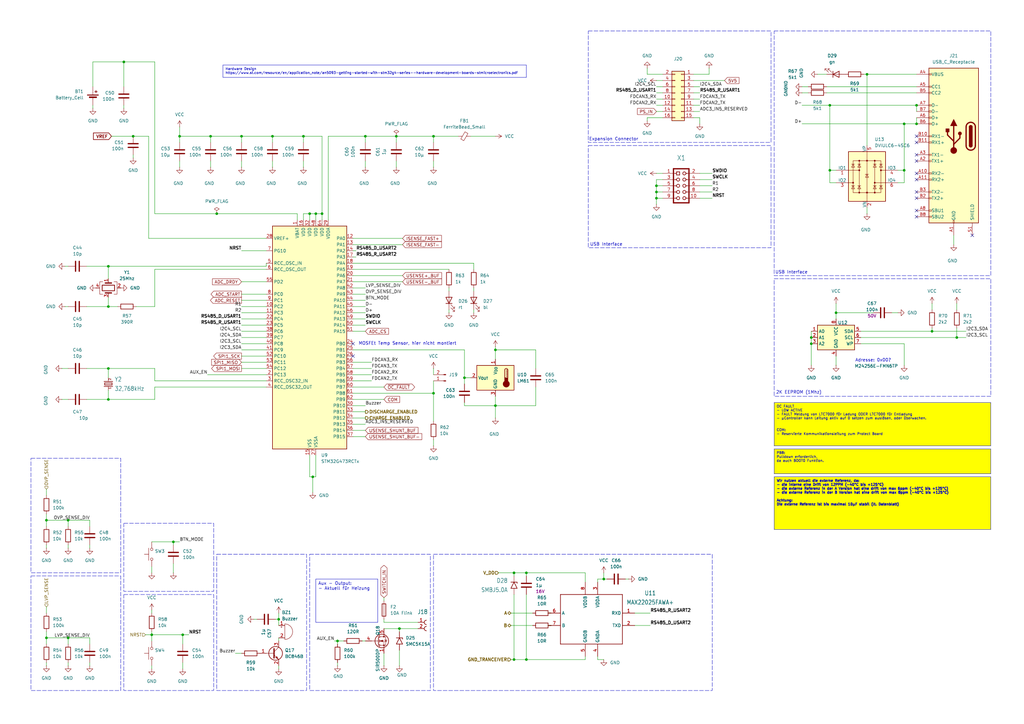
<source format=kicad_sch>
(kicad_sch
	(version 20250114)
	(generator "eeschema")
	(generator_version "9.0")
	(uuid "5f8b4aef-32eb-44a5-ac07-33765c2ecb50")
	(paper "A3")
	(title_block
		(title "Prozessor / Schnittstellen")
		(company "ECS Falko Jahn e.K.")
	)
	(lib_symbols
		(symbol "Connector:Conn_01x02_Pin"
			(pin_names
				(offset 1.016)
				(hide yes)
			)
			(exclude_from_sim no)
			(in_bom yes)
			(on_board yes)
			(property "Reference" "J"
				(at 0 2.54 0)
				(effects
					(font
						(size 1.27 1.27)
					)
				)
			)
			(property "Value" "Conn_01x02_Pin"
				(at 0 -5.08 0)
				(effects
					(font
						(size 1.27 1.27)
					)
				)
			)
			(property "Footprint" ""
				(at 0 0 0)
				(effects
					(font
						(size 1.27 1.27)
					)
					(hide yes)
				)
			)
			(property "Datasheet" "~"
				(at 0 0 0)
				(effects
					(font
						(size 1.27 1.27)
					)
					(hide yes)
				)
			)
			(property "Description" "Generic connector, single row, 01x02, script generated"
				(at 0 0 0)
				(effects
					(font
						(size 1.27 1.27)
					)
					(hide yes)
				)
			)
			(property "ki_locked" ""
				(at 0 0 0)
				(effects
					(font
						(size 1.27 1.27)
					)
				)
			)
			(property "ki_keywords" "connector"
				(at 0 0 0)
				(effects
					(font
						(size 1.27 1.27)
					)
					(hide yes)
				)
			)
			(property "ki_fp_filters" "Connector*:*_1x??_*"
				(at 0 0 0)
				(effects
					(font
						(size 1.27 1.27)
					)
					(hide yes)
				)
			)
			(symbol "Conn_01x02_Pin_1_1"
				(rectangle
					(start 0.8636 0.127)
					(end 0 -0.127)
					(stroke
						(width 0.1524)
						(type default)
					)
					(fill
						(type outline)
					)
				)
				(rectangle
					(start 0.8636 -2.413)
					(end 0 -2.667)
					(stroke
						(width 0.1524)
						(type default)
					)
					(fill
						(type outline)
					)
				)
				(polyline
					(pts
						(xy 1.27 0) (xy 0.8636 0)
					)
					(stroke
						(width 0.1524)
						(type default)
					)
					(fill
						(type none)
					)
				)
				(polyline
					(pts
						(xy 1.27 -2.54) (xy 0.8636 -2.54)
					)
					(stroke
						(width 0.1524)
						(type default)
					)
					(fill
						(type none)
					)
				)
				(pin passive line
					(at 5.08 0 180)
					(length 3.81)
					(name "Pin_1"
						(effects
							(font
								(size 1.27 1.27)
							)
						)
					)
					(number "1"
						(effects
							(font
								(size 1.27 1.27)
							)
						)
					)
				)
				(pin passive line
					(at 5.08 -2.54 180)
					(length 3.81)
					(name "Pin_2"
						(effects
							(font
								(size 1.27 1.27)
							)
						)
					)
					(number "2"
						(effects
							(font
								(size 1.27 1.27)
							)
						)
					)
				)
			)
			(embedded_fonts no)
		)
		(symbol "Connector:USB_C_Receptacle"
			(pin_names
				(offset 1.016)
			)
			(exclude_from_sim no)
			(in_bom yes)
			(on_board yes)
			(property "Reference" "J"
				(at -10.16 29.21 0)
				(effects
					(font
						(size 1.27 1.27)
					)
					(justify left)
				)
			)
			(property "Value" "USB_C_Receptacle"
				(at 10.16 29.21 0)
				(effects
					(font
						(size 1.27 1.27)
					)
					(justify right)
				)
			)
			(property "Footprint" ""
				(at 3.81 0 0)
				(effects
					(font
						(size 1.27 1.27)
					)
					(hide yes)
				)
			)
			(property "Datasheet" "https://www.usb.org/sites/default/files/documents/usb_type-c.zip"
				(at 3.81 0 0)
				(effects
					(font
						(size 1.27 1.27)
					)
					(hide yes)
				)
			)
			(property "Description" "USB Full-Featured Type-C Receptacle connector"
				(at 0 0 0)
				(effects
					(font
						(size 1.27 1.27)
					)
					(hide yes)
				)
			)
			(property "ki_keywords" "usb universal serial bus type-C full-featured"
				(at 0 0 0)
				(effects
					(font
						(size 1.27 1.27)
					)
					(hide yes)
				)
			)
			(property "ki_fp_filters" "USB*C*Receptacle*"
				(at 0 0 0)
				(effects
					(font
						(size 1.27 1.27)
					)
					(hide yes)
				)
			)
			(symbol "USB_C_Receptacle_0_0"
				(rectangle
					(start -0.254 -35.56)
					(end 0.254 -34.544)
					(stroke
						(width 0)
						(type default)
					)
					(fill
						(type none)
					)
				)
				(rectangle
					(start 10.16 25.654)
					(end 9.144 25.146)
					(stroke
						(width 0)
						(type default)
					)
					(fill
						(type none)
					)
				)
				(rectangle
					(start 10.16 20.574)
					(end 9.144 20.066)
					(stroke
						(width 0)
						(type default)
					)
					(fill
						(type none)
					)
				)
				(rectangle
					(start 10.16 18.034)
					(end 9.144 17.526)
					(stroke
						(width 0)
						(type default)
					)
					(fill
						(type none)
					)
				)
				(rectangle
					(start 10.16 12.954)
					(end 9.144 12.446)
					(stroke
						(width 0)
						(type default)
					)
					(fill
						(type none)
					)
				)
				(rectangle
					(start 10.16 10.414)
					(end 9.144 9.906)
					(stroke
						(width 0)
						(type default)
					)
					(fill
						(type none)
					)
				)
				(rectangle
					(start 10.16 7.874)
					(end 9.144 7.366)
					(stroke
						(width 0)
						(type default)
					)
					(fill
						(type none)
					)
				)
				(rectangle
					(start 10.16 5.334)
					(end 9.144 4.826)
					(stroke
						(width 0)
						(type default)
					)
					(fill
						(type none)
					)
				)
				(rectangle
					(start 10.16 0.254)
					(end 9.144 -0.254)
					(stroke
						(width 0)
						(type default)
					)
					(fill
						(type none)
					)
				)
				(rectangle
					(start 10.16 -2.286)
					(end 9.144 -2.794)
					(stroke
						(width 0)
						(type default)
					)
					(fill
						(type none)
					)
				)
				(rectangle
					(start 10.16 -7.366)
					(end 9.144 -7.874)
					(stroke
						(width 0)
						(type default)
					)
					(fill
						(type none)
					)
				)
				(rectangle
					(start 10.16 -9.906)
					(end 9.144 -10.414)
					(stroke
						(width 0)
						(type default)
					)
					(fill
						(type none)
					)
				)
				(rectangle
					(start 10.16 -14.986)
					(end 9.144 -15.494)
					(stroke
						(width 0)
						(type default)
					)
					(fill
						(type none)
					)
				)
				(rectangle
					(start 10.16 -17.526)
					(end 9.144 -18.034)
					(stroke
						(width 0)
						(type default)
					)
					(fill
						(type none)
					)
				)
				(rectangle
					(start 10.16 -22.606)
					(end 9.144 -23.114)
					(stroke
						(width 0)
						(type default)
					)
					(fill
						(type none)
					)
				)
				(rectangle
					(start 10.16 -25.146)
					(end 9.144 -25.654)
					(stroke
						(width 0)
						(type default)
					)
					(fill
						(type none)
					)
				)
				(rectangle
					(start 10.16 -30.226)
					(end 9.144 -30.734)
					(stroke
						(width 0)
						(type default)
					)
					(fill
						(type none)
					)
				)
				(rectangle
					(start 10.16 -32.766)
					(end 9.144 -33.274)
					(stroke
						(width 0)
						(type default)
					)
					(fill
						(type none)
					)
				)
			)
			(symbol "USB_C_Receptacle_0_1"
				(rectangle
					(start -10.16 27.94)
					(end 10.16 -35.56)
					(stroke
						(width 0.254)
						(type default)
					)
					(fill
						(type background)
					)
				)
				(polyline
					(pts
						(xy -8.89 -3.81) (xy -8.89 3.81)
					)
					(stroke
						(width 0.508)
						(type default)
					)
					(fill
						(type none)
					)
				)
				(rectangle
					(start -7.62 -3.81)
					(end -6.35 3.81)
					(stroke
						(width 0.254)
						(type default)
					)
					(fill
						(type outline)
					)
				)
				(arc
					(start -7.62 3.81)
					(mid -6.985 4.4423)
					(end -6.35 3.81)
					(stroke
						(width 0.254)
						(type default)
					)
					(fill
						(type none)
					)
				)
				(arc
					(start -7.62 3.81)
					(mid -6.985 4.4423)
					(end -6.35 3.81)
					(stroke
						(width 0.254)
						(type default)
					)
					(fill
						(type outline)
					)
				)
				(arc
					(start -8.89 3.81)
					(mid -6.985 5.7067)
					(end -5.08 3.81)
					(stroke
						(width 0.508)
						(type default)
					)
					(fill
						(type none)
					)
				)
				(arc
					(start -5.08 -3.81)
					(mid -6.985 -5.7067)
					(end -8.89 -3.81)
					(stroke
						(width 0.508)
						(type default)
					)
					(fill
						(type none)
					)
				)
				(arc
					(start -6.35 -3.81)
					(mid -6.985 -4.4423)
					(end -7.62 -3.81)
					(stroke
						(width 0.254)
						(type default)
					)
					(fill
						(type none)
					)
				)
				(arc
					(start -6.35 -3.81)
					(mid -6.985 -4.4423)
					(end -7.62 -3.81)
					(stroke
						(width 0.254)
						(type default)
					)
					(fill
						(type outline)
					)
				)
				(polyline
					(pts
						(xy -5.08 3.81) (xy -5.08 -3.81)
					)
					(stroke
						(width 0.508)
						(type default)
					)
					(fill
						(type none)
					)
				)
			)
			(symbol "USB_C_Receptacle_1_1"
				(circle
					(center -2.54 1.143)
					(radius 0.635)
					(stroke
						(width 0.254)
						(type default)
					)
					(fill
						(type outline)
					)
				)
				(polyline
					(pts
						(xy -1.27 4.318) (xy 0 6.858) (xy 1.27 4.318) (xy -1.27 4.318)
					)
					(stroke
						(width 0.254)
						(type default)
					)
					(fill
						(type outline)
					)
				)
				(polyline
					(pts
						(xy 0 -2.032) (xy 2.54 0.508) (xy 2.54 1.778)
					)
					(stroke
						(width 0.508)
						(type default)
					)
					(fill
						(type none)
					)
				)
				(polyline
					(pts
						(xy 0 -3.302) (xy -2.54 -0.762) (xy -2.54 0.508)
					)
					(stroke
						(width 0.508)
						(type default)
					)
					(fill
						(type none)
					)
				)
				(polyline
					(pts
						(xy 0 -5.842) (xy 0 4.318)
					)
					(stroke
						(width 0.508)
						(type default)
					)
					(fill
						(type none)
					)
				)
				(circle
					(center 0 -5.842)
					(radius 1.27)
					(stroke
						(width 0)
						(type default)
					)
					(fill
						(type outline)
					)
				)
				(rectangle
					(start 1.905 1.778)
					(end 3.175 3.048)
					(stroke
						(width 0.254)
						(type default)
					)
					(fill
						(type outline)
					)
				)
				(pin passive line
					(at -7.62 -40.64 90)
					(length 5.08)
					(name "SHIELD"
						(effects
							(font
								(size 1.27 1.27)
							)
						)
					)
					(number "S1"
						(effects
							(font
								(size 1.27 1.27)
							)
						)
					)
				)
				(pin passive line
					(at 0 -40.64 90)
					(length 5.08)
					(name "GND"
						(effects
							(font
								(size 1.27 1.27)
							)
						)
					)
					(number "A1"
						(effects
							(font
								(size 1.27 1.27)
							)
						)
					)
				)
				(pin passive line
					(at 0 -40.64 90)
					(length 5.08)
					(hide yes)
					(name "GND"
						(effects
							(font
								(size 1.27 1.27)
							)
						)
					)
					(number "A12"
						(effects
							(font
								(size 1.27 1.27)
							)
						)
					)
				)
				(pin passive line
					(at 0 -40.64 90)
					(length 5.08)
					(hide yes)
					(name "GND"
						(effects
							(font
								(size 1.27 1.27)
							)
						)
					)
					(number "B1"
						(effects
							(font
								(size 1.27 1.27)
							)
						)
					)
				)
				(pin passive line
					(at 0 -40.64 90)
					(length 5.08)
					(hide yes)
					(name "GND"
						(effects
							(font
								(size 1.27 1.27)
							)
						)
					)
					(number "B12"
						(effects
							(font
								(size 1.27 1.27)
							)
						)
					)
				)
				(pin passive line
					(at 15.24 25.4 180)
					(length 5.08)
					(name "VBUS"
						(effects
							(font
								(size 1.27 1.27)
							)
						)
					)
					(number "A4"
						(effects
							(font
								(size 1.27 1.27)
							)
						)
					)
				)
				(pin passive line
					(at 15.24 25.4 180)
					(length 5.08)
					(hide yes)
					(name "VBUS"
						(effects
							(font
								(size 1.27 1.27)
							)
						)
					)
					(number "A9"
						(effects
							(font
								(size 1.27 1.27)
							)
						)
					)
				)
				(pin passive line
					(at 15.24 25.4 180)
					(length 5.08)
					(hide yes)
					(name "VBUS"
						(effects
							(font
								(size 1.27 1.27)
							)
						)
					)
					(number "B4"
						(effects
							(font
								(size 1.27 1.27)
							)
						)
					)
				)
				(pin passive line
					(at 15.24 25.4 180)
					(length 5.08)
					(hide yes)
					(name "VBUS"
						(effects
							(font
								(size 1.27 1.27)
							)
						)
					)
					(number "B9"
						(effects
							(font
								(size 1.27 1.27)
							)
						)
					)
				)
				(pin bidirectional line
					(at 15.24 20.32 180)
					(length 5.08)
					(name "CC1"
						(effects
							(font
								(size 1.27 1.27)
							)
						)
					)
					(number "A5"
						(effects
							(font
								(size 1.27 1.27)
							)
						)
					)
				)
				(pin bidirectional line
					(at 15.24 17.78 180)
					(length 5.08)
					(name "CC2"
						(effects
							(font
								(size 1.27 1.27)
							)
						)
					)
					(number "B5"
						(effects
							(font
								(size 1.27 1.27)
							)
						)
					)
				)
				(pin bidirectional line
					(at 15.24 12.7 180)
					(length 5.08)
					(name "D-"
						(effects
							(font
								(size 1.27 1.27)
							)
						)
					)
					(number "A7"
						(effects
							(font
								(size 1.27 1.27)
							)
						)
					)
				)
				(pin bidirectional line
					(at 15.24 10.16 180)
					(length 5.08)
					(name "D-"
						(effects
							(font
								(size 1.27 1.27)
							)
						)
					)
					(number "B7"
						(effects
							(font
								(size 1.27 1.27)
							)
						)
					)
				)
				(pin bidirectional line
					(at 15.24 7.62 180)
					(length 5.08)
					(name "D+"
						(effects
							(font
								(size 1.27 1.27)
							)
						)
					)
					(number "A6"
						(effects
							(font
								(size 1.27 1.27)
							)
						)
					)
				)
				(pin bidirectional line
					(at 15.24 5.08 180)
					(length 5.08)
					(name "D+"
						(effects
							(font
								(size 1.27 1.27)
							)
						)
					)
					(number "B6"
						(effects
							(font
								(size 1.27 1.27)
							)
						)
					)
				)
				(pin bidirectional line
					(at 15.24 0 180)
					(length 5.08)
					(name "RX1-"
						(effects
							(font
								(size 1.27 1.27)
							)
						)
					)
					(number "B10"
						(effects
							(font
								(size 1.27 1.27)
							)
						)
					)
				)
				(pin bidirectional line
					(at 15.24 -2.54 180)
					(length 5.08)
					(name "RX1+"
						(effects
							(font
								(size 1.27 1.27)
							)
						)
					)
					(number "B11"
						(effects
							(font
								(size 1.27 1.27)
							)
						)
					)
				)
				(pin bidirectional line
					(at 15.24 -7.62 180)
					(length 5.08)
					(name "TX1-"
						(effects
							(font
								(size 1.27 1.27)
							)
						)
					)
					(number "A3"
						(effects
							(font
								(size 1.27 1.27)
							)
						)
					)
				)
				(pin bidirectional line
					(at 15.24 -10.16 180)
					(length 5.08)
					(name "TX1+"
						(effects
							(font
								(size 1.27 1.27)
							)
						)
					)
					(number "A2"
						(effects
							(font
								(size 1.27 1.27)
							)
						)
					)
				)
				(pin bidirectional line
					(at 15.24 -15.24 180)
					(length 5.08)
					(name "RX2-"
						(effects
							(font
								(size 1.27 1.27)
							)
						)
					)
					(number "A10"
						(effects
							(font
								(size 1.27 1.27)
							)
						)
					)
				)
				(pin bidirectional line
					(at 15.24 -17.78 180)
					(length 5.08)
					(name "RX2+"
						(effects
							(font
								(size 1.27 1.27)
							)
						)
					)
					(number "A11"
						(effects
							(font
								(size 1.27 1.27)
							)
						)
					)
				)
				(pin bidirectional line
					(at 15.24 -22.86 180)
					(length 5.08)
					(name "TX2-"
						(effects
							(font
								(size 1.27 1.27)
							)
						)
					)
					(number "B3"
						(effects
							(font
								(size 1.27 1.27)
							)
						)
					)
				)
				(pin bidirectional line
					(at 15.24 -25.4 180)
					(length 5.08)
					(name "TX2+"
						(effects
							(font
								(size 1.27 1.27)
							)
						)
					)
					(number "B2"
						(effects
							(font
								(size 1.27 1.27)
							)
						)
					)
				)
				(pin bidirectional line
					(at 15.24 -30.48 180)
					(length 5.08)
					(name "SBU1"
						(effects
							(font
								(size 1.27 1.27)
							)
						)
					)
					(number "A8"
						(effects
							(font
								(size 1.27 1.27)
							)
						)
					)
				)
				(pin bidirectional line
					(at 15.24 -33.02 180)
					(length 5.08)
					(name "SBU2"
						(effects
							(font
								(size 1.27 1.27)
							)
						)
					)
					(number "B8"
						(effects
							(font
								(size 1.27 1.27)
							)
						)
					)
				)
			)
			(embedded_fonts no)
		)
		(symbol "Connector_Generic:Conn_02x08_Odd_Even"
			(pin_names
				(offset 1.016)
				(hide yes)
			)
			(exclude_from_sim no)
			(in_bom yes)
			(on_board yes)
			(property "Reference" "J"
				(at 1.27 10.16 0)
				(effects
					(font
						(size 1.27 1.27)
					)
				)
			)
			(property "Value" "Conn_02x08_Odd_Even"
				(at 1.27 -12.7 0)
				(effects
					(font
						(size 1.27 1.27)
					)
				)
			)
			(property "Footprint" ""
				(at 0 0 0)
				(effects
					(font
						(size 1.27 1.27)
					)
					(hide yes)
				)
			)
			(property "Datasheet" "~"
				(at 0 0 0)
				(effects
					(font
						(size 1.27 1.27)
					)
					(hide yes)
				)
			)
			(property "Description" "Generic connector, double row, 02x08, odd/even pin numbering scheme (row 1 odd numbers, row 2 even numbers), script generated (kicad-library-utils/schlib/autogen/connector/)"
				(at 0 0 0)
				(effects
					(font
						(size 1.27 1.27)
					)
					(hide yes)
				)
			)
			(property "ki_keywords" "connector"
				(at 0 0 0)
				(effects
					(font
						(size 1.27 1.27)
					)
					(hide yes)
				)
			)
			(property "ki_fp_filters" "Connector*:*_2x??_*"
				(at 0 0 0)
				(effects
					(font
						(size 1.27 1.27)
					)
					(hide yes)
				)
			)
			(symbol "Conn_02x08_Odd_Even_1_1"
				(rectangle
					(start -1.27 8.89)
					(end 3.81 -11.43)
					(stroke
						(width 0.254)
						(type default)
					)
					(fill
						(type background)
					)
				)
				(rectangle
					(start -1.27 7.747)
					(end 0 7.493)
					(stroke
						(width 0.1524)
						(type default)
					)
					(fill
						(type none)
					)
				)
				(rectangle
					(start -1.27 5.207)
					(end 0 4.953)
					(stroke
						(width 0.1524)
						(type default)
					)
					(fill
						(type none)
					)
				)
				(rectangle
					(start -1.27 2.667)
					(end 0 2.413)
					(stroke
						(width 0.1524)
						(type default)
					)
					(fill
						(type none)
					)
				)
				(rectangle
					(start -1.27 0.127)
					(end 0 -0.127)
					(stroke
						(width 0.1524)
						(type default)
					)
					(fill
						(type none)
					)
				)
				(rectangle
					(start -1.27 -2.413)
					(end 0 -2.667)
					(stroke
						(width 0.1524)
						(type default)
					)
					(fill
						(type none)
					)
				)
				(rectangle
					(start -1.27 -4.953)
					(end 0 -5.207)
					(stroke
						(width 0.1524)
						(type default)
					)
					(fill
						(type none)
					)
				)
				(rectangle
					(start -1.27 -7.493)
					(end 0 -7.747)
					(stroke
						(width 0.1524)
						(type default)
					)
					(fill
						(type none)
					)
				)
				(rectangle
					(start -1.27 -10.033)
					(end 0 -10.287)
					(stroke
						(width 0.1524)
						(type default)
					)
					(fill
						(type none)
					)
				)
				(rectangle
					(start 3.81 7.747)
					(end 2.54 7.493)
					(stroke
						(width 0.1524)
						(type default)
					)
					(fill
						(type none)
					)
				)
				(rectangle
					(start 3.81 5.207)
					(end 2.54 4.953)
					(stroke
						(width 0.1524)
						(type default)
					)
					(fill
						(type none)
					)
				)
				(rectangle
					(start 3.81 2.667)
					(end 2.54 2.413)
					(stroke
						(width 0.1524)
						(type default)
					)
					(fill
						(type none)
					)
				)
				(rectangle
					(start 3.81 0.127)
					(end 2.54 -0.127)
					(stroke
						(width 0.1524)
						(type default)
					)
					(fill
						(type none)
					)
				)
				(rectangle
					(start 3.81 -2.413)
					(end 2.54 -2.667)
					(stroke
						(width 0.1524)
						(type default)
					)
					(fill
						(type none)
					)
				)
				(rectangle
					(start 3.81 -4.953)
					(end 2.54 -5.207)
					(stroke
						(width 0.1524)
						(type default)
					)
					(fill
						(type none)
					)
				)
				(rectangle
					(start 3.81 -7.493)
					(end 2.54 -7.747)
					(stroke
						(width 0.1524)
						(type default)
					)
					(fill
						(type none)
					)
				)
				(rectangle
					(start 3.81 -10.033)
					(end 2.54 -10.287)
					(stroke
						(width 0.1524)
						(type default)
					)
					(fill
						(type none)
					)
				)
				(pin passive line
					(at -5.08 7.62 0)
					(length 3.81)
					(name "Pin_1"
						(effects
							(font
								(size 1.27 1.27)
							)
						)
					)
					(number "1"
						(effects
							(font
								(size 1.27 1.27)
							)
						)
					)
				)
				(pin passive line
					(at -5.08 5.08 0)
					(length 3.81)
					(name "Pin_3"
						(effects
							(font
								(size 1.27 1.27)
							)
						)
					)
					(number "3"
						(effects
							(font
								(size 1.27 1.27)
							)
						)
					)
				)
				(pin passive line
					(at -5.08 2.54 0)
					(length 3.81)
					(name "Pin_5"
						(effects
							(font
								(size 1.27 1.27)
							)
						)
					)
					(number "5"
						(effects
							(font
								(size 1.27 1.27)
							)
						)
					)
				)
				(pin passive line
					(at -5.08 0 0)
					(length 3.81)
					(name "Pin_7"
						(effects
							(font
								(size 1.27 1.27)
							)
						)
					)
					(number "7"
						(effects
							(font
								(size 1.27 1.27)
							)
						)
					)
				)
				(pin passive line
					(at -5.08 -2.54 0)
					(length 3.81)
					(name "Pin_9"
						(effects
							(font
								(size 1.27 1.27)
							)
						)
					)
					(number "9"
						(effects
							(font
								(size 1.27 1.27)
							)
						)
					)
				)
				(pin passive line
					(at -5.08 -5.08 0)
					(length 3.81)
					(name "Pin_11"
						(effects
							(font
								(size 1.27 1.27)
							)
						)
					)
					(number "11"
						(effects
							(font
								(size 1.27 1.27)
							)
						)
					)
				)
				(pin passive line
					(at -5.08 -7.62 0)
					(length 3.81)
					(name "Pin_13"
						(effects
							(font
								(size 1.27 1.27)
							)
						)
					)
					(number "13"
						(effects
							(font
								(size 1.27 1.27)
							)
						)
					)
				)
				(pin passive line
					(at -5.08 -10.16 0)
					(length 3.81)
					(name "Pin_15"
						(effects
							(font
								(size 1.27 1.27)
							)
						)
					)
					(number "15"
						(effects
							(font
								(size 1.27 1.27)
							)
						)
					)
				)
				(pin passive line
					(at 7.62 7.62 180)
					(length 3.81)
					(name "Pin_2"
						(effects
							(font
								(size 1.27 1.27)
							)
						)
					)
					(number "2"
						(effects
							(font
								(size 1.27 1.27)
							)
						)
					)
				)
				(pin passive line
					(at 7.62 5.08 180)
					(length 3.81)
					(name "Pin_4"
						(effects
							(font
								(size 1.27 1.27)
							)
						)
					)
					(number "4"
						(effects
							(font
								(size 1.27 1.27)
							)
						)
					)
				)
				(pin passive line
					(at 7.62 2.54 180)
					(length 3.81)
					(name "Pin_6"
						(effects
							(font
								(size 1.27 1.27)
							)
						)
					)
					(number "6"
						(effects
							(font
								(size 1.27 1.27)
							)
						)
					)
				)
				(pin passive line
					(at 7.62 0 180)
					(length 3.81)
					(name "Pin_8"
						(effects
							(font
								(size 1.27 1.27)
							)
						)
					)
					(number "8"
						(effects
							(font
								(size 1.27 1.27)
							)
						)
					)
				)
				(pin passive line
					(at 7.62 -2.54 180)
					(length 3.81)
					(name "Pin_10"
						(effects
							(font
								(size 1.27 1.27)
							)
						)
					)
					(number "10"
						(effects
							(font
								(size 1.27 1.27)
							)
						)
					)
				)
				(pin passive line
					(at 7.62 -5.08 180)
					(length 3.81)
					(name "Pin_12"
						(effects
							(font
								(size 1.27 1.27)
							)
						)
					)
					(number "12"
						(effects
							(font
								(size 1.27 1.27)
							)
						)
					)
				)
				(pin passive line
					(at 7.62 -7.62 180)
					(length 3.81)
					(name "Pin_14"
						(effects
							(font
								(size 1.27 1.27)
							)
						)
					)
					(number "14"
						(effects
							(font
								(size 1.27 1.27)
							)
						)
					)
				)
				(pin passive line
					(at 7.62 -10.16 180)
					(length 3.81)
					(name "Pin_16"
						(effects
							(font
								(size 1.27 1.27)
							)
						)
					)
					(number "16"
						(effects
							(font
								(size 1.27 1.27)
							)
						)
					)
				)
			)
			(embedded_fonts no)
		)
		(symbol "Device:Battery_Cell"
			(pin_numbers
				(hide yes)
			)
			(pin_names
				(offset 0)
				(hide yes)
			)
			(exclude_from_sim no)
			(in_bom yes)
			(on_board yes)
			(property "Reference" "BT"
				(at 2.54 2.54 0)
				(effects
					(font
						(size 1.27 1.27)
					)
					(justify left)
				)
			)
			(property "Value" "Battery_Cell"
				(at 2.54 0 0)
				(effects
					(font
						(size 1.27 1.27)
					)
					(justify left)
				)
			)
			(property "Footprint" ""
				(at 0 1.524 90)
				(effects
					(font
						(size 1.27 1.27)
					)
					(hide yes)
				)
			)
			(property "Datasheet" "~"
				(at 0 1.524 90)
				(effects
					(font
						(size 1.27 1.27)
					)
					(hide yes)
				)
			)
			(property "Description" "Single-cell battery"
				(at 0 0 0)
				(effects
					(font
						(size 1.27 1.27)
					)
					(hide yes)
				)
			)
			(property "ki_keywords" "battery cell"
				(at 0 0 0)
				(effects
					(font
						(size 1.27 1.27)
					)
					(hide yes)
				)
			)
			(symbol "Battery_Cell_0_1"
				(rectangle
					(start -2.286 1.778)
					(end 2.286 1.524)
					(stroke
						(width 0)
						(type default)
					)
					(fill
						(type outline)
					)
				)
				(rectangle
					(start -1.524 1.016)
					(end 1.524 0.508)
					(stroke
						(width 0)
						(type default)
					)
					(fill
						(type outline)
					)
				)
				(polyline
					(pts
						(xy 0 1.778) (xy 0 2.54)
					)
					(stroke
						(width 0)
						(type default)
					)
					(fill
						(type none)
					)
				)
				(polyline
					(pts
						(xy 0 0.762) (xy 0 0)
					)
					(stroke
						(width 0)
						(type default)
					)
					(fill
						(type none)
					)
				)
				(polyline
					(pts
						(xy 0.762 3.048) (xy 1.778 3.048)
					)
					(stroke
						(width 0.254)
						(type default)
					)
					(fill
						(type none)
					)
				)
				(polyline
					(pts
						(xy 1.27 3.556) (xy 1.27 2.54)
					)
					(stroke
						(width 0.254)
						(type default)
					)
					(fill
						(type none)
					)
				)
			)
			(symbol "Battery_Cell_1_1"
				(pin passive line
					(at 0 5.08 270)
					(length 2.54)
					(name "+"
						(effects
							(font
								(size 1.27 1.27)
							)
						)
					)
					(number "1"
						(effects
							(font
								(size 1.27 1.27)
							)
						)
					)
				)
				(pin passive line
					(at 0 -2.54 90)
					(length 2.54)
					(name "-"
						(effects
							(font
								(size 1.27 1.27)
							)
						)
					)
					(number "2"
						(effects
							(font
								(size 1.27 1.27)
							)
						)
					)
				)
			)
			(embedded_fonts no)
		)
		(symbol "Device:Buzzer"
			(pin_names
				(offset 0.0254)
				(hide yes)
			)
			(exclude_from_sim no)
			(in_bom yes)
			(on_board yes)
			(property "Reference" "BZ"
				(at 3.81 1.27 0)
				(effects
					(font
						(size 1.27 1.27)
					)
					(justify left)
				)
			)
			(property "Value" "Buzzer"
				(at 3.81 -1.27 0)
				(effects
					(font
						(size 1.27 1.27)
					)
					(justify left)
				)
			)
			(property "Footprint" ""
				(at -0.635 2.54 90)
				(effects
					(font
						(size 1.27 1.27)
					)
					(hide yes)
				)
			)
			(property "Datasheet" "~"
				(at -0.635 2.54 90)
				(effects
					(font
						(size 1.27 1.27)
					)
					(hide yes)
				)
			)
			(property "Description" "Buzzer, polarized"
				(at 0 0 0)
				(effects
					(font
						(size 1.27 1.27)
					)
					(hide yes)
				)
			)
			(property "ki_keywords" "quartz resonator ceramic"
				(at 0 0 0)
				(effects
					(font
						(size 1.27 1.27)
					)
					(hide yes)
				)
			)
			(property "ki_fp_filters" "*Buzzer*"
				(at 0 0 0)
				(effects
					(font
						(size 1.27 1.27)
					)
					(hide yes)
				)
			)
			(symbol "Buzzer_0_1"
				(polyline
					(pts
						(xy -1.651 1.905) (xy -1.143 1.905)
					)
					(stroke
						(width 0)
						(type default)
					)
					(fill
						(type none)
					)
				)
				(polyline
					(pts
						(xy -1.397 2.159) (xy -1.397 1.651)
					)
					(stroke
						(width 0)
						(type default)
					)
					(fill
						(type none)
					)
				)
				(arc
					(start 0 3.175)
					(mid 3.1612 0)
					(end 0 -3.175)
					(stroke
						(width 0)
						(type default)
					)
					(fill
						(type none)
					)
				)
				(polyline
					(pts
						(xy 0 3.175) (xy 0 -3.175)
					)
					(stroke
						(width 0)
						(type default)
					)
					(fill
						(type none)
					)
				)
			)
			(symbol "Buzzer_1_1"
				(pin passive line
					(at -2.54 2.54 0)
					(length 2.54)
					(name "+"
						(effects
							(font
								(size 1.27 1.27)
							)
						)
					)
					(number "1"
						(effects
							(font
								(size 1.27 1.27)
							)
						)
					)
				)
				(pin passive line
					(at -2.54 -2.54 0)
					(length 2.54)
					(name "-"
						(effects
							(font
								(size 1.27 1.27)
							)
						)
					)
					(number "2"
						(effects
							(font
								(size 1.27 1.27)
							)
						)
					)
				)
			)
			(embedded_fonts no)
		)
		(symbol "Device:C"
			(pin_numbers
				(hide yes)
			)
			(pin_names
				(offset 0.254)
			)
			(exclude_from_sim no)
			(in_bom yes)
			(on_board yes)
			(property "Reference" "C"
				(at 0.635 2.54 0)
				(effects
					(font
						(size 1.27 1.27)
					)
					(justify left)
				)
			)
			(property "Value" "C"
				(at 0.635 -2.54 0)
				(effects
					(font
						(size 1.27 1.27)
					)
					(justify left)
				)
			)
			(property "Footprint" ""
				(at 0.9652 -3.81 0)
				(effects
					(font
						(size 1.27 1.27)
					)
					(hide yes)
				)
			)
			(property "Datasheet" "~"
				(at 0 0 0)
				(effects
					(font
						(size 1.27 1.27)
					)
					(hide yes)
				)
			)
			(property "Description" "Unpolarized capacitor"
				(at 0 0 0)
				(effects
					(font
						(size 1.27 1.27)
					)
					(hide yes)
				)
			)
			(property "ki_keywords" "cap capacitor"
				(at 0 0 0)
				(effects
					(font
						(size 1.27 1.27)
					)
					(hide yes)
				)
			)
			(property "ki_fp_filters" "C_*"
				(at 0 0 0)
				(effects
					(font
						(size 1.27 1.27)
					)
					(hide yes)
				)
			)
			(symbol "C_0_1"
				(polyline
					(pts
						(xy -2.032 0.762) (xy 2.032 0.762)
					)
					(stroke
						(width 0.508)
						(type default)
					)
					(fill
						(type none)
					)
				)
				(polyline
					(pts
						(xy -2.032 -0.762) (xy 2.032 -0.762)
					)
					(stroke
						(width 0.508)
						(type default)
					)
					(fill
						(type none)
					)
				)
			)
			(symbol "C_1_1"
				(pin passive line
					(at 0 3.81 270)
					(length 2.794)
					(name "~"
						(effects
							(font
								(size 1.27 1.27)
							)
						)
					)
					(number "1"
						(effects
							(font
								(size 1.27 1.27)
							)
						)
					)
				)
				(pin passive line
					(at 0 -3.81 90)
					(length 2.794)
					(name "~"
						(effects
							(font
								(size 1.27 1.27)
							)
						)
					)
					(number "2"
						(effects
							(font
								(size 1.27 1.27)
							)
						)
					)
				)
			)
			(embedded_fonts no)
		)
		(symbol "Device:Crystal_GND24"
			(pin_names
				(offset 1.016)
				(hide yes)
			)
			(exclude_from_sim no)
			(in_bom yes)
			(on_board yes)
			(property "Reference" "Y"
				(at 3.175 5.08 0)
				(effects
					(font
						(size 1.27 1.27)
					)
					(justify left)
				)
			)
			(property "Value" "Crystal_GND24"
				(at 3.175 3.175 0)
				(effects
					(font
						(size 1.27 1.27)
					)
					(justify left)
				)
			)
			(property "Footprint" ""
				(at 0 0 0)
				(effects
					(font
						(size 1.27 1.27)
					)
					(hide yes)
				)
			)
			(property "Datasheet" "~"
				(at 0 0 0)
				(effects
					(font
						(size 1.27 1.27)
					)
					(hide yes)
				)
			)
			(property "Description" "Four pin crystal, GND on pins 2 and 4"
				(at 0 0 0)
				(effects
					(font
						(size 1.27 1.27)
					)
					(hide yes)
				)
			)
			(property "ki_keywords" "quartz ceramic resonator oscillator"
				(at 0 0 0)
				(effects
					(font
						(size 1.27 1.27)
					)
					(hide yes)
				)
			)
			(property "ki_fp_filters" "Crystal*"
				(at 0 0 0)
				(effects
					(font
						(size 1.27 1.27)
					)
					(hide yes)
				)
			)
			(symbol "Crystal_GND24_0_1"
				(polyline
					(pts
						(xy -2.54 2.286) (xy -2.54 3.556) (xy 2.54 3.556) (xy 2.54 2.286)
					)
					(stroke
						(width 0)
						(type default)
					)
					(fill
						(type none)
					)
				)
				(polyline
					(pts
						(xy -2.54 0) (xy -2.032 0)
					)
					(stroke
						(width 0)
						(type default)
					)
					(fill
						(type none)
					)
				)
				(polyline
					(pts
						(xy -2.54 -2.286) (xy -2.54 -3.556) (xy 2.54 -3.556) (xy 2.54 -2.286)
					)
					(stroke
						(width 0)
						(type default)
					)
					(fill
						(type none)
					)
				)
				(polyline
					(pts
						(xy -2.032 -1.27) (xy -2.032 1.27)
					)
					(stroke
						(width 0.508)
						(type default)
					)
					(fill
						(type none)
					)
				)
				(rectangle
					(start -1.143 2.54)
					(end 1.143 -2.54)
					(stroke
						(width 0.3048)
						(type default)
					)
					(fill
						(type none)
					)
				)
				(polyline
					(pts
						(xy 0 3.556) (xy 0 3.81)
					)
					(stroke
						(width 0)
						(type default)
					)
					(fill
						(type none)
					)
				)
				(polyline
					(pts
						(xy 0 -3.81) (xy 0 -3.556)
					)
					(stroke
						(width 0)
						(type default)
					)
					(fill
						(type none)
					)
				)
				(polyline
					(pts
						(xy 2.032 0) (xy 2.54 0)
					)
					(stroke
						(width 0)
						(type default)
					)
					(fill
						(type none)
					)
				)
				(polyline
					(pts
						(xy 2.032 -1.27) (xy 2.032 1.27)
					)
					(stroke
						(width 0.508)
						(type default)
					)
					(fill
						(type none)
					)
				)
			)
			(symbol "Crystal_GND24_1_1"
				(pin passive line
					(at -3.81 0 0)
					(length 1.27)
					(name "1"
						(effects
							(font
								(size 1.27 1.27)
							)
						)
					)
					(number "1"
						(effects
							(font
								(size 1.27 1.27)
							)
						)
					)
				)
				(pin passive line
					(at 0 5.08 270)
					(length 1.27)
					(name "2"
						(effects
							(font
								(size 1.27 1.27)
							)
						)
					)
					(number "2"
						(effects
							(font
								(size 1.27 1.27)
							)
						)
					)
				)
				(pin passive line
					(at 0 -5.08 90)
					(length 1.27)
					(name "4"
						(effects
							(font
								(size 1.27 1.27)
							)
						)
					)
					(number "4"
						(effects
							(font
								(size 1.27 1.27)
							)
						)
					)
				)
				(pin passive line
					(at 3.81 0 180)
					(length 1.27)
					(name "3"
						(effects
							(font
								(size 1.27 1.27)
							)
						)
					)
					(number "3"
						(effects
							(font
								(size 1.27 1.27)
							)
						)
					)
				)
			)
			(embedded_fonts no)
		)
		(symbol "Device:FerriteBead_Small"
			(pin_numbers
				(hide yes)
			)
			(pin_names
				(offset 0)
			)
			(exclude_from_sim no)
			(in_bom yes)
			(on_board yes)
			(property "Reference" "FB"
				(at 1.905 1.27 0)
				(effects
					(font
						(size 1.27 1.27)
					)
					(justify left)
				)
			)
			(property "Value" "FerriteBead_Small"
				(at 1.905 -1.27 0)
				(effects
					(font
						(size 1.27 1.27)
					)
					(justify left)
				)
			)
			(property "Footprint" ""
				(at -1.778 0 90)
				(effects
					(font
						(size 1.27 1.27)
					)
					(hide yes)
				)
			)
			(property "Datasheet" "~"
				(at 0 0 0)
				(effects
					(font
						(size 1.27 1.27)
					)
					(hide yes)
				)
			)
			(property "Description" "Ferrite bead, small symbol"
				(at 0 0 0)
				(effects
					(font
						(size 1.27 1.27)
					)
					(hide yes)
				)
			)
			(property "ki_keywords" "L ferrite bead inductor filter"
				(at 0 0 0)
				(effects
					(font
						(size 1.27 1.27)
					)
					(hide yes)
				)
			)
			(property "ki_fp_filters" "Inductor_* L_* *Ferrite*"
				(at 0 0 0)
				(effects
					(font
						(size 1.27 1.27)
					)
					(hide yes)
				)
			)
			(symbol "FerriteBead_Small_0_1"
				(polyline
					(pts
						(xy -1.8288 0.2794) (xy -1.1176 1.4986) (xy 1.8288 -0.2032) (xy 1.1176 -1.4224) (xy -1.8288 0.2794)
					)
					(stroke
						(width 0)
						(type default)
					)
					(fill
						(type none)
					)
				)
				(polyline
					(pts
						(xy 0 0.889) (xy 0 1.2954)
					)
					(stroke
						(width 0)
						(type default)
					)
					(fill
						(type none)
					)
				)
				(polyline
					(pts
						(xy 0 -1.27) (xy 0 -0.7874)
					)
					(stroke
						(width 0)
						(type default)
					)
					(fill
						(type none)
					)
				)
			)
			(symbol "FerriteBead_Small_1_1"
				(pin passive line
					(at 0 2.54 270)
					(length 1.27)
					(name "~"
						(effects
							(font
								(size 1.27 1.27)
							)
						)
					)
					(number "1"
						(effects
							(font
								(size 1.27 1.27)
							)
						)
					)
				)
				(pin passive line
					(at 0 -2.54 90)
					(length 1.27)
					(name "~"
						(effects
							(font
								(size 1.27 1.27)
							)
						)
					)
					(number "2"
						(effects
							(font
								(size 1.27 1.27)
							)
						)
					)
				)
			)
			(embedded_fonts no)
		)
		(symbol "Device:Fuse"
			(pin_numbers
				(hide yes)
			)
			(pin_names
				(offset 0)
			)
			(exclude_from_sim no)
			(in_bom yes)
			(on_board yes)
			(property "Reference" "F"
				(at 2.032 0 90)
				(effects
					(font
						(size 1.27 1.27)
					)
				)
			)
			(property "Value" "Fuse"
				(at -1.905 0 90)
				(effects
					(font
						(size 1.27 1.27)
					)
				)
			)
			(property "Footprint" ""
				(at -1.778 0 90)
				(effects
					(font
						(size 1.27 1.27)
					)
					(hide yes)
				)
			)
			(property "Datasheet" "~"
				(at 0 0 0)
				(effects
					(font
						(size 1.27 1.27)
					)
					(hide yes)
				)
			)
			(property "Description" "Fuse"
				(at 0 0 0)
				(effects
					(font
						(size 1.27 1.27)
					)
					(hide yes)
				)
			)
			(property "ki_keywords" "fuse"
				(at 0 0 0)
				(effects
					(font
						(size 1.27 1.27)
					)
					(hide yes)
				)
			)
			(property "ki_fp_filters" "*Fuse*"
				(at 0 0 0)
				(effects
					(font
						(size 1.27 1.27)
					)
					(hide yes)
				)
			)
			(symbol "Fuse_0_1"
				(rectangle
					(start -0.762 -2.54)
					(end 0.762 2.54)
					(stroke
						(width 0.254)
						(type default)
					)
					(fill
						(type none)
					)
				)
				(polyline
					(pts
						(xy 0 2.54) (xy 0 -2.54)
					)
					(stroke
						(width 0)
						(type default)
					)
					(fill
						(type none)
					)
				)
			)
			(symbol "Fuse_1_1"
				(pin passive line
					(at 0 3.81 270)
					(length 1.27)
					(name "~"
						(effects
							(font
								(size 1.27 1.27)
							)
						)
					)
					(number "1"
						(effects
							(font
								(size 1.27 1.27)
							)
						)
					)
				)
				(pin passive line
					(at 0 -3.81 90)
					(length 1.27)
					(name "~"
						(effects
							(font
								(size 1.27 1.27)
							)
						)
					)
					(number "2"
						(effects
							(font
								(size 1.27 1.27)
							)
						)
					)
				)
			)
			(embedded_fonts no)
		)
		(symbol "Device:LED"
			(pin_numbers
				(hide yes)
			)
			(pin_names
				(offset 1.016)
				(hide yes)
			)
			(exclude_from_sim no)
			(in_bom yes)
			(on_board yes)
			(property "Reference" "D"
				(at 0 2.54 0)
				(effects
					(font
						(size 1.27 1.27)
					)
				)
			)
			(property "Value" "LED"
				(at 0 -2.54 0)
				(effects
					(font
						(size 1.27 1.27)
					)
				)
			)
			(property "Footprint" ""
				(at 0 0 0)
				(effects
					(font
						(size 1.27 1.27)
					)
					(hide yes)
				)
			)
			(property "Datasheet" "~"
				(at 0 0 0)
				(effects
					(font
						(size 1.27 1.27)
					)
					(hide yes)
				)
			)
			(property "Description" "Light emitting diode"
				(at 0 0 0)
				(effects
					(font
						(size 1.27 1.27)
					)
					(hide yes)
				)
			)
			(property "Sim.Pins" "1=K 2=A"
				(at 0 0 0)
				(effects
					(font
						(size 1.27 1.27)
					)
					(hide yes)
				)
			)
			(property "ki_keywords" "LED diode"
				(at 0 0 0)
				(effects
					(font
						(size 1.27 1.27)
					)
					(hide yes)
				)
			)
			(property "ki_fp_filters" "LED* LED_SMD:* LED_THT:*"
				(at 0 0 0)
				(effects
					(font
						(size 1.27 1.27)
					)
					(hide yes)
				)
			)
			(symbol "LED_0_1"
				(polyline
					(pts
						(xy -3.048 -0.762) (xy -4.572 -2.286) (xy -3.81 -2.286) (xy -4.572 -2.286) (xy -4.572 -1.524)
					)
					(stroke
						(width 0)
						(type default)
					)
					(fill
						(type none)
					)
				)
				(polyline
					(pts
						(xy -1.778 -0.762) (xy -3.302 -2.286) (xy -2.54 -2.286) (xy -3.302 -2.286) (xy -3.302 -1.524)
					)
					(stroke
						(width 0)
						(type default)
					)
					(fill
						(type none)
					)
				)
				(polyline
					(pts
						(xy -1.27 0) (xy 1.27 0)
					)
					(stroke
						(width 0)
						(type default)
					)
					(fill
						(type none)
					)
				)
				(polyline
					(pts
						(xy -1.27 -1.27) (xy -1.27 1.27)
					)
					(stroke
						(width 0.254)
						(type default)
					)
					(fill
						(type none)
					)
				)
				(polyline
					(pts
						(xy 1.27 -1.27) (xy 1.27 1.27) (xy -1.27 0) (xy 1.27 -1.27)
					)
					(stroke
						(width 0.254)
						(type default)
					)
					(fill
						(type none)
					)
				)
			)
			(symbol "LED_1_1"
				(pin passive line
					(at -3.81 0 0)
					(length 2.54)
					(name "K"
						(effects
							(font
								(size 1.27 1.27)
							)
						)
					)
					(number "1"
						(effects
							(font
								(size 1.27 1.27)
							)
						)
					)
				)
				(pin passive line
					(at 3.81 0 180)
					(length 2.54)
					(name "A"
						(effects
							(font
								(size 1.27 1.27)
							)
						)
					)
					(number "2"
						(effects
							(font
								(size 1.27 1.27)
							)
						)
					)
				)
			)
			(embedded_fonts no)
		)
		(symbol "Device:R"
			(pin_numbers
				(hide yes)
			)
			(pin_names
				(offset 0)
			)
			(exclude_from_sim no)
			(in_bom yes)
			(on_board yes)
			(property "Reference" "R"
				(at 2.032 0 90)
				(effects
					(font
						(size 1.27 1.27)
					)
				)
			)
			(property "Value" "R"
				(at 0 0 90)
				(effects
					(font
						(size 1.27 1.27)
					)
				)
			)
			(property "Footprint" ""
				(at -1.778 0 90)
				(effects
					(font
						(size 1.27 1.27)
					)
					(hide yes)
				)
			)
			(property "Datasheet" "~"
				(at 0 0 0)
				(effects
					(font
						(size 1.27 1.27)
					)
					(hide yes)
				)
			)
			(property "Description" "Resistor"
				(at 0 0 0)
				(effects
					(font
						(size 1.27 1.27)
					)
					(hide yes)
				)
			)
			(property "ki_keywords" "R res resistor"
				(at 0 0 0)
				(effects
					(font
						(size 1.27 1.27)
					)
					(hide yes)
				)
			)
			(property "ki_fp_filters" "R_*"
				(at 0 0 0)
				(effects
					(font
						(size 1.27 1.27)
					)
					(hide yes)
				)
			)
			(symbol "R_0_1"
				(rectangle
					(start -1.016 -2.54)
					(end 1.016 2.54)
					(stroke
						(width 0.254)
						(type default)
					)
					(fill
						(type none)
					)
				)
			)
			(symbol "R_1_1"
				(pin passive line
					(at 0 3.81 270)
					(length 1.27)
					(name "~"
						(effects
							(font
								(size 1.27 1.27)
							)
						)
					)
					(number "1"
						(effects
							(font
								(size 1.27 1.27)
							)
						)
					)
				)
				(pin passive line
					(at 0 -3.81 90)
					(length 1.27)
					(name "~"
						(effects
							(font
								(size 1.27 1.27)
							)
						)
					)
					(number "2"
						(effects
							(font
								(size 1.27 1.27)
							)
						)
					)
				)
			)
			(embedded_fonts no)
		)
		(symbol "Diode:1.5KExxA"
			(pin_numbers
				(hide yes)
			)
			(pin_names
				(offset 1.016)
				(hide yes)
			)
			(exclude_from_sim no)
			(in_bom yes)
			(on_board yes)
			(property "Reference" "D"
				(at 0 2.54 0)
				(effects
					(font
						(size 1.27 1.27)
					)
				)
			)
			(property "Value" "1.5KExxA"
				(at 0 -2.54 0)
				(effects
					(font
						(size 1.27 1.27)
					)
				)
			)
			(property "Footprint" "Diode_THT:D_DO-201AE_P15.24mm_Horizontal"
				(at 0 -5.08 0)
				(effects
					(font
						(size 1.27 1.27)
					)
					(hide yes)
				)
			)
			(property "Datasheet" "https://www.vishay.com/docs/88301/15ke.pdf"
				(at -1.27 0 0)
				(effects
					(font
						(size 1.27 1.27)
					)
					(hide yes)
				)
			)
			(property "Description" "1500W unidirectional TVS diode, DO-201AE"
				(at 0 0 0)
				(effects
					(font
						(size 1.27 1.27)
					)
					(hide yes)
				)
			)
			(property "ki_keywords" "transient voltage suppressor TRANSZORB®"
				(at 0 0 0)
				(effects
					(font
						(size 1.27 1.27)
					)
					(hide yes)
				)
			)
			(property "ki_fp_filters" "D?DO?201AE*"
				(at 0 0 0)
				(effects
					(font
						(size 1.27 1.27)
					)
					(hide yes)
				)
			)
			(symbol "1.5KExxA_0_1"
				(polyline
					(pts
						(xy -0.762 1.27) (xy -1.27 1.27) (xy -1.27 -1.27)
					)
					(stroke
						(width 0.254)
						(type default)
					)
					(fill
						(type none)
					)
				)
				(polyline
					(pts
						(xy 1.27 1.27) (xy 1.27 -1.27) (xy -1.27 0) (xy 1.27 1.27)
					)
					(stroke
						(width 0.254)
						(type default)
					)
					(fill
						(type none)
					)
				)
			)
			(symbol "1.5KExxA_1_1"
				(pin passive line
					(at -3.81 0 0)
					(length 2.54)
					(name "A1"
						(effects
							(font
								(size 1.27 1.27)
							)
						)
					)
					(number "1"
						(effects
							(font
								(size 1.27 1.27)
							)
						)
					)
				)
				(pin passive line
					(at 3.81 0 180)
					(length 2.54)
					(name "A2"
						(effects
							(font
								(size 1.27 1.27)
							)
						)
					)
					(number "2"
						(effects
							(font
								(size 1.27 1.27)
							)
						)
					)
				)
			)
			(embedded_fonts no)
		)
		(symbol "Diode:1.5SMCxxA"
			(pin_numbers
				(hide yes)
			)
			(pin_names
				(offset 1.016)
				(hide yes)
			)
			(exclude_from_sim no)
			(in_bom yes)
			(on_board yes)
			(property "Reference" "D"
				(at 0 2.54 0)
				(effects
					(font
						(size 1.27 1.27)
					)
				)
			)
			(property "Value" "1.5SMCxxA"
				(at 0 -2.54 0)
				(effects
					(font
						(size 1.27 1.27)
					)
				)
			)
			(property "Footprint" "Diode_SMD:D_SMC"
				(at 0 -5.08 0)
				(effects
					(font
						(size 1.27 1.27)
					)
					(hide yes)
				)
			)
			(property "Datasheet" "https://www.vishay.com/docs/88303/15smc.pdf"
				(at -1.27 0 0)
				(effects
					(font
						(size 1.27 1.27)
					)
					(hide yes)
				)
			)
			(property "Description" "1500W unidirectional TVS diode, SMC (DO-201AB)"
				(at 0 0 0)
				(effects
					(font
						(size 1.27 1.27)
					)
					(hide yes)
				)
			)
			(property "ki_keywords" "transient voltage suppressor TRANSZORB®"
				(at 0 0 0)
				(effects
					(font
						(size 1.27 1.27)
					)
					(hide yes)
				)
			)
			(property "ki_fp_filters" "D?SMC*"
				(at 0 0 0)
				(effects
					(font
						(size 1.27 1.27)
					)
					(hide yes)
				)
			)
			(symbol "1.5SMCxxA_0_1"
				(polyline
					(pts
						(xy -0.762 1.27) (xy -1.27 1.27) (xy -1.27 -1.27)
					)
					(stroke
						(width 0.254)
						(type default)
					)
					(fill
						(type none)
					)
				)
				(polyline
					(pts
						(xy 1.27 1.27) (xy 1.27 -1.27) (xy -1.27 0) (xy 1.27 1.27)
					)
					(stroke
						(width 0.254)
						(type default)
					)
					(fill
						(type none)
					)
				)
			)
			(symbol "1.5SMCxxA_1_1"
				(pin passive line
					(at -3.81 0 0)
					(length 2.54)
					(name "A1"
						(effects
							(font
								(size 1.27 1.27)
							)
						)
					)
					(number "1"
						(effects
							(font
								(size 1.27 1.27)
							)
						)
					)
				)
				(pin passive line
					(at 3.81 0 180)
					(length 2.54)
					(name "A2"
						(effects
							(font
								(size 1.27 1.27)
							)
						)
					)
					(number "2"
						(effects
							(font
								(size 1.27 1.27)
							)
						)
					)
				)
			)
			(embedded_fonts no)
		)
		(symbol "MCU_ST_STM32G4:STM32G473RCTx"
			(exclude_from_sim no)
			(in_bom yes)
			(on_board yes)
			(property "Reference" "U"
				(at -15.24 46.99 0)
				(effects
					(font
						(size 1.27 1.27)
					)
					(justify left)
				)
			)
			(property "Value" "STM32G473RCTx"
				(at 10.16 46.99 0)
				(effects
					(font
						(size 1.27 1.27)
					)
					(justify left)
				)
			)
			(property "Footprint" "Package_QFP:LQFP-64_10x10mm_P0.5mm"
				(at -15.24 -45.72 0)
				(effects
					(font
						(size 1.27 1.27)
					)
					(justify right)
					(hide yes)
				)
			)
			(property "Datasheet" "https://www.st.com/resource/en/datasheet/stm32g473rc.pdf"
				(at 0 0 0)
				(effects
					(font
						(size 1.27 1.27)
					)
					(hide yes)
				)
			)
			(property "Description" "STMicroelectronics Arm Cortex-M4 MCU, 256KB flash, 128KB RAM, 170 MHz, 1.71-3.6V, 52 GPIO, LQFP64"
				(at 0 0 0)
				(effects
					(font
						(size 1.27 1.27)
					)
					(hide yes)
				)
			)
			(property "ki_keywords" "Arm Cortex-M4 STM32G4 STM32G4x3"
				(at 0 0 0)
				(effects
					(font
						(size 1.27 1.27)
					)
					(hide yes)
				)
			)
			(property "ki_fp_filters" "LQFP*10x10mm*P0.5mm*"
				(at 0 0 0)
				(effects
					(font
						(size 1.27 1.27)
					)
					(hide yes)
				)
			)
			(symbol "STM32G473RCTx_0_1"
				(rectangle
					(start -15.24 -45.72)
					(end 15.24 45.72)
					(stroke
						(width 0.254)
						(type default)
					)
					(fill
						(type background)
					)
				)
			)
			(symbol "STM32G473RCTx_1_1"
				(pin input line
					(at -17.78 40.64 0)
					(length 2.54)
					(name "VREF+"
						(effects
							(font
								(size 1.27 1.27)
							)
						)
					)
					(number "28"
						(effects
							(font
								(size 1.27 1.27)
							)
						)
					)
					(alternate "VREFBUF_OUT" bidirectional line)
				)
				(pin bidirectional line
					(at -17.78 35.56 0)
					(length 2.54)
					(name "PG10"
						(effects
							(font
								(size 1.27 1.27)
							)
						)
					)
					(number "7"
						(effects
							(font
								(size 1.27 1.27)
							)
						)
					)
					(alternate "DAC1_EXTI10" bidirectional line)
					(alternate "DAC2_EXTI10" bidirectional line)
					(alternate "DAC3_EXTI10" bidirectional line)
					(alternate "DAC4_EXTI10" bidirectional line)
					(alternate "RCC_MCO" bidirectional line)
				)
				(pin bidirectional line
					(at -17.78 30.48 0)
					(length 2.54)
					(name "PF0"
						(effects
							(font
								(size 1.27 1.27)
							)
						)
					)
					(number "5"
						(effects
							(font
								(size 1.27 1.27)
							)
						)
					)
					(alternate "ADC1_IN10" bidirectional line)
					(alternate "I2C2_SDA" bidirectional line)
					(alternate "I2S2_WS" bidirectional line)
					(alternate "RCC_OSC_IN" bidirectional line)
					(alternate "SPI2_NSS" bidirectional line)
					(alternate "TIM1_CH3N" bidirectional line)
				)
				(pin bidirectional line
					(at -17.78 27.94 0)
					(length 2.54)
					(name "PF1"
						(effects
							(font
								(size 1.27 1.27)
							)
						)
					)
					(number "6"
						(effects
							(font
								(size 1.27 1.27)
							)
						)
					)
					(alternate "ADC2_IN10" bidirectional line)
					(alternate "COMP3_INM" bidirectional line)
					(alternate "I2S2_CK" bidirectional line)
					(alternate "RCC_OSC_OUT" bidirectional line)
					(alternate "SPI2_SCK" bidirectional line)
				)
				(pin bidirectional line
					(at -17.78 22.86 0)
					(length 2.54)
					(name "PD2"
						(effects
							(font
								(size 1.27 1.27)
							)
						)
					)
					(number "55"
						(effects
							(font
								(size 1.27 1.27)
							)
						)
					)
					(alternate "ADC3_EXTI2" bidirectional line)
					(alternate "ADC4_EXTI2" bidirectional line)
					(alternate "ADC5_EXTI2" bidirectional line)
					(alternate "TIM3_ETR" bidirectional line)
					(alternate "TIM8_BKIN" bidirectional line)
					(alternate "UART5_RX" bidirectional line)
				)
				(pin bidirectional line
					(at -17.78 17.78 0)
					(length 2.54)
					(name "PC0"
						(effects
							(font
								(size 1.27 1.27)
							)
						)
					)
					(number "8"
						(effects
							(font
								(size 1.27 1.27)
							)
						)
					)
					(alternate "ADC1_IN6" bidirectional line)
					(alternate "ADC2_IN6" bidirectional line)
					(alternate "COMP3_INM" bidirectional line)
					(alternate "LPTIM1_IN1" bidirectional line)
					(alternate "LPUART1_RX" bidirectional line)
					(alternate "TIM1_CH1" bidirectional line)
				)
				(pin bidirectional line
					(at -17.78 15.24 0)
					(length 2.54)
					(name "PC1"
						(effects
							(font
								(size 1.27 1.27)
							)
						)
					)
					(number "9"
						(effects
							(font
								(size 1.27 1.27)
							)
						)
					)
					(alternate "ADC1_IN7" bidirectional line)
					(alternate "ADC2_IN7" bidirectional line)
					(alternate "COMP3_INP" bidirectional line)
					(alternate "LPTIM1_OUT" bidirectional line)
					(alternate "LPUART1_TX" bidirectional line)
					(alternate "QUADSPI1_BK2_IO0" bidirectional line)
					(alternate "SAI1_SD_A" bidirectional line)
					(alternate "TIM1_CH2" bidirectional line)
				)
				(pin bidirectional line
					(at -17.78 12.7 0)
					(length 2.54)
					(name "PC2"
						(effects
							(font
								(size 1.27 1.27)
							)
						)
					)
					(number "10"
						(effects
							(font
								(size 1.27 1.27)
							)
						)
					)
					(alternate "ADC1_IN8" bidirectional line)
					(alternate "ADC2_IN8" bidirectional line)
					(alternate "ADC3_EXTI2" bidirectional line)
					(alternate "ADC4_EXTI2" bidirectional line)
					(alternate "ADC5_EXTI2" bidirectional line)
					(alternate "COMP3_OUT" bidirectional line)
					(alternate "LPTIM1_IN2" bidirectional line)
					(alternate "QUADSPI1_BK2_IO1" bidirectional line)
					(alternate "TIM1_CH3" bidirectional line)
					(alternate "TIM20_CH2" bidirectional line)
				)
				(pin bidirectional line
					(at -17.78 10.16 0)
					(length 2.54)
					(name "PC3"
						(effects
							(font
								(size 1.27 1.27)
							)
						)
					)
					(number "11"
						(effects
							(font
								(size 1.27 1.27)
							)
						)
					)
					(alternate "ADC1_IN9" bidirectional line)
					(alternate "ADC2_IN9" bidirectional line)
					(alternate "ADC3_EXTI3" bidirectional line)
					(alternate "ADC4_EXTI3" bidirectional line)
					(alternate "ADC5_EXTI3" bidirectional line)
					(alternate "LPTIM1_ETR" bidirectional line)
					(alternate "OPAMP5_VINP" bidirectional line)
					(alternate "OPAMP5_VINP_SEC" bidirectional line)
					(alternate "QUADSPI1_BK2_IO2" bidirectional line)
					(alternate "SAI1_D1" bidirectional line)
					(alternate "SAI1_SD_A" bidirectional line)
					(alternate "TIM1_BKIN2" bidirectional line)
					(alternate "TIM1_CH4" bidirectional line)
				)
				(pin bidirectional line
					(at -17.78 7.62 0)
					(length 2.54)
					(name "PC4"
						(effects
							(font
								(size 1.27 1.27)
							)
						)
					)
					(number "22"
						(effects
							(font
								(size 1.27 1.27)
							)
						)
					)
					(alternate "ADC2_IN5" bidirectional line)
					(alternate "I2C2_SCL" bidirectional line)
					(alternate "QUADSPI1_BK2_IO3" bidirectional line)
					(alternate "TIM1_ETR" bidirectional line)
					(alternate "USART1_TX" bidirectional line)
				)
				(pin bidirectional line
					(at -17.78 5.08 0)
					(length 2.54)
					(name "PC5"
						(effects
							(font
								(size 1.27 1.27)
							)
						)
					)
					(number "23"
						(effects
							(font
								(size 1.27 1.27)
							)
						)
					)
					(alternate "ADC2_IN11" bidirectional line)
					(alternate "OPAMP1_VINM" bidirectional line)
					(alternate "OPAMP1_VINM1" bidirectional line)
					(alternate "OPAMP1_VINM_SEC" bidirectional line)
					(alternate "OPAMP2_VINM" bidirectional line)
					(alternate "OPAMP2_VINM1" bidirectional line)
					(alternate "OPAMP2_VINM_SEC" bidirectional line)
					(alternate "SAI1_D3" bidirectional line)
					(alternate "SYS_WKUP5" bidirectional line)
					(alternate "TIM15_BKIN" bidirectional line)
					(alternate "TIM1_CH4N" bidirectional line)
					(alternate "USART1_RX" bidirectional line)
				)
				(pin bidirectional line
					(at -17.78 2.54 0)
					(length 2.54)
					(name "PC6"
						(effects
							(font
								(size 1.27 1.27)
							)
						)
					)
					(number "38"
						(effects
							(font
								(size 1.27 1.27)
							)
						)
					)
					(alternate "COMP6_OUT" bidirectional line)
					(alternate "I2C4_SCL" bidirectional line)
					(alternate "I2S2_MCK" bidirectional line)
					(alternate "TIM3_CH1" bidirectional line)
					(alternate "TIM8_CH1" bidirectional line)
				)
				(pin bidirectional line
					(at -17.78 0 0)
					(length 2.54)
					(name "PC7"
						(effects
							(font
								(size 1.27 1.27)
							)
						)
					)
					(number "39"
						(effects
							(font
								(size 1.27 1.27)
							)
						)
					)
					(alternate "COMP5_OUT" bidirectional line)
					(alternate "I2C4_SDA" bidirectional line)
					(alternate "I2S3_MCK" bidirectional line)
					(alternate "TIM3_CH2" bidirectional line)
					(alternate "TIM8_CH2" bidirectional line)
				)
				(pin bidirectional line
					(at -17.78 -2.54 0)
					(length 2.54)
					(name "PC8"
						(effects
							(font
								(size 1.27 1.27)
							)
						)
					)
					(number "40"
						(effects
							(font
								(size 1.27 1.27)
							)
						)
					)
					(alternate "COMP7_OUT" bidirectional line)
					(alternate "I2C3_SCL" bidirectional line)
					(alternate "TIM20_CH3" bidirectional line)
					(alternate "TIM3_CH3" bidirectional line)
					(alternate "TIM8_CH3" bidirectional line)
				)
				(pin bidirectional line
					(at -17.78 -5.08 0)
					(length 2.54)
					(name "PC9"
						(effects
							(font
								(size 1.27 1.27)
							)
						)
					)
					(number "41"
						(effects
							(font
								(size 1.27 1.27)
							)
						)
					)
					(alternate "DAC1_EXTI9" bidirectional line)
					(alternate "DAC2_EXTI9" bidirectional line)
					(alternate "DAC3_EXTI9" bidirectional line)
					(alternate "DAC4_EXTI9" bidirectional line)
					(alternate "I2C3_SDA" bidirectional line)
					(alternate "I2S_CKIN" bidirectional line)
					(alternate "TIM3_CH4" bidirectional line)
					(alternate "TIM8_BKIN2" bidirectional line)
					(alternate "TIM8_CH4" bidirectional line)
				)
				(pin bidirectional line
					(at -17.78 -7.62 0)
					(length 2.54)
					(name "PC10"
						(effects
							(font
								(size 1.27 1.27)
							)
						)
					)
					(number "52"
						(effects
							(font
								(size 1.27 1.27)
							)
						)
					)
					(alternate "DAC1_EXTI10" bidirectional line)
					(alternate "DAC2_EXTI10" bidirectional line)
					(alternate "DAC3_EXTI10" bidirectional line)
					(alternate "DAC4_EXTI10" bidirectional line)
					(alternate "I2S3_CK" bidirectional line)
					(alternate "SPI3_SCK" bidirectional line)
					(alternate "TIM8_CH1N" bidirectional line)
					(alternate "UART4_TX" bidirectional line)
					(alternate "USART3_TX" bidirectional line)
				)
				(pin bidirectional line
					(at -17.78 -10.16 0)
					(length 2.54)
					(name "PC11"
						(effects
							(font
								(size 1.27 1.27)
							)
						)
					)
					(number "53"
						(effects
							(font
								(size 1.27 1.27)
							)
						)
					)
					(alternate "ADC1_EXTI11" bidirectional line)
					(alternate "ADC2_EXTI11" bidirectional line)
					(alternate "I2C3_SDA" bidirectional line)
					(alternate "SPI3_MISO" bidirectional line)
					(alternate "TIM8_CH2N" bidirectional line)
					(alternate "UART4_RX" bidirectional line)
					(alternate "USART3_RX" bidirectional line)
				)
				(pin bidirectional line
					(at -17.78 -12.7 0)
					(length 2.54)
					(name "PC12"
						(effects
							(font
								(size 1.27 1.27)
							)
						)
					)
					(number "54"
						(effects
							(font
								(size 1.27 1.27)
							)
						)
					)
					(alternate "I2S3_SD" bidirectional line)
					(alternate "SPI3_MOSI" bidirectional line)
					(alternate "TIM5_CH2" bidirectional line)
					(alternate "TIM8_CH3N" bidirectional line)
					(alternate "UART5_TX" bidirectional line)
					(alternate "UCPD1_FRSTX1" bidirectional line)
					(alternate "UCPD1_FRSTX2" bidirectional line)
					(alternate "USART3_CK" bidirectional line)
				)
				(pin bidirectional line
					(at -17.78 -15.24 0)
					(length 2.54)
					(name "PC13"
						(effects
							(font
								(size 1.27 1.27)
							)
						)
					)
					(number "2"
						(effects
							(font
								(size 1.27 1.27)
							)
						)
					)
					(alternate "RTC_OUT1" bidirectional line)
					(alternate "RTC_TAMP1" bidirectional line)
					(alternate "RTC_TS" bidirectional line)
					(alternate "SYS_WKUP2" bidirectional line)
					(alternate "TIM1_BKIN" bidirectional line)
					(alternate "TIM1_CH1N" bidirectional line)
					(alternate "TIM8_CH4N" bidirectional line)
				)
				(pin bidirectional line
					(at -17.78 -17.78 0)
					(length 2.54)
					(name "PC14"
						(effects
							(font
								(size 1.27 1.27)
							)
						)
					)
					(number "3"
						(effects
							(font
								(size 1.27 1.27)
							)
						)
					)
					(alternate "RCC_OSC32_IN" bidirectional line)
				)
				(pin bidirectional line
					(at -17.78 -20.32 0)
					(length 2.54)
					(name "PC15"
						(effects
							(font
								(size 1.27 1.27)
							)
						)
					)
					(number "4"
						(effects
							(font
								(size 1.27 1.27)
							)
						)
					)
					(alternate "ADC1_EXTI15" bidirectional line)
					(alternate "ADC2_EXTI15" bidirectional line)
					(alternate "RCC_OSC32_OUT" bidirectional line)
				)
				(pin power_in line
					(at -5.08 48.26 270)
					(length 2.54)
					(name "VBAT"
						(effects
							(font
								(size 1.27 1.27)
							)
						)
					)
					(number "1"
						(effects
							(font
								(size 1.27 1.27)
							)
						)
					)
				)
				(pin power_in line
					(at -2.54 48.26 270)
					(length 2.54)
					(name "VDD"
						(effects
							(font
								(size 1.27 1.27)
							)
						)
					)
					(number "16"
						(effects
							(font
								(size 1.27 1.27)
							)
						)
					)
				)
				(pin power_in line
					(at 0 48.26 270)
					(length 2.54)
					(name "VDD"
						(effects
							(font
								(size 1.27 1.27)
							)
						)
					)
					(number "32"
						(effects
							(font
								(size 1.27 1.27)
							)
						)
					)
				)
				(pin power_in line
					(at 0 -48.26 90)
					(length 2.54)
					(name "VSS"
						(effects
							(font
								(size 1.27 1.27)
							)
						)
					)
					(number "15"
						(effects
							(font
								(size 1.27 1.27)
							)
						)
					)
				)
				(pin passive line
					(at 0 -48.26 90)
					(length 2.54)
					(hide yes)
					(name "VSS"
						(effects
							(font
								(size 1.27 1.27)
							)
						)
					)
					(number "31"
						(effects
							(font
								(size 1.27 1.27)
							)
						)
					)
				)
				(pin passive line
					(at 0 -48.26 90)
					(length 2.54)
					(hide yes)
					(name "VSS"
						(effects
							(font
								(size 1.27 1.27)
							)
						)
					)
					(number "47"
						(effects
							(font
								(size 1.27 1.27)
							)
						)
					)
				)
				(pin passive line
					(at 0 -48.26 90)
					(length 2.54)
					(hide yes)
					(name "VSS"
						(effects
							(font
								(size 1.27 1.27)
							)
						)
					)
					(number "63"
						(effects
							(font
								(size 1.27 1.27)
							)
						)
					)
				)
				(pin power_in line
					(at 2.54 48.26 270)
					(length 2.54)
					(name "VDD"
						(effects
							(font
								(size 1.27 1.27)
							)
						)
					)
					(number "48"
						(effects
							(font
								(size 1.27 1.27)
							)
						)
					)
				)
				(pin power_in line
					(at 2.54 -48.26 90)
					(length 2.54)
					(name "VSSA"
						(effects
							(font
								(size 1.27 1.27)
							)
						)
					)
					(number "27"
						(effects
							(font
								(size 1.27 1.27)
							)
						)
					)
				)
				(pin power_in line
					(at 5.08 48.26 270)
					(length 2.54)
					(name "VDD"
						(effects
							(font
								(size 1.27 1.27)
							)
						)
					)
					(number "64"
						(effects
							(font
								(size 1.27 1.27)
							)
						)
					)
				)
				(pin power_in line
					(at 7.62 48.26 270)
					(length 2.54)
					(name "VDDA"
						(effects
							(font
								(size 1.27 1.27)
							)
						)
					)
					(number "29"
						(effects
							(font
								(size 1.27 1.27)
							)
						)
					)
				)
				(pin bidirectional line
					(at 17.78 40.64 180)
					(length 2.54)
					(name "PA0"
						(effects
							(font
								(size 1.27 1.27)
							)
						)
					)
					(number "12"
						(effects
							(font
								(size 1.27 1.27)
							)
						)
					)
					(alternate "ADC1_IN1" bidirectional line)
					(alternate "ADC2_IN1" bidirectional line)
					(alternate "COMP1_INM" bidirectional line)
					(alternate "COMP1_OUT" bidirectional line)
					(alternate "COMP3_INP" bidirectional line)
					(alternate "RTC_TAMP2" bidirectional line)
					(alternate "SYS_WKUP1" bidirectional line)
					(alternate "TIM2_CH1" bidirectional line)
					(alternate "TIM2_ETR" bidirectional line)
					(alternate "TIM5_CH1" bidirectional line)
					(alternate "TIM8_BKIN" bidirectional line)
					(alternate "TIM8_ETR" bidirectional line)
					(alternate "USART2_CTS" bidirectional line)
					(alternate "USART2_NSS" bidirectional line)
				)
				(pin bidirectional line
					(at 17.78 38.1 180)
					(length 2.54)
					(name "PA1"
						(effects
							(font
								(size 1.27 1.27)
							)
						)
					)
					(number "13"
						(effects
							(font
								(size 1.27 1.27)
							)
						)
					)
					(alternate "ADC1_IN2" bidirectional line)
					(alternate "ADC2_IN2" bidirectional line)
					(alternate "COMP1_INP" bidirectional line)
					(alternate "OPAMP1_VINP" bidirectional line)
					(alternate "OPAMP1_VINP_SEC" bidirectional line)
					(alternate "OPAMP3_VINP" bidirectional line)
					(alternate "OPAMP3_VINP_SEC" bidirectional line)
					(alternate "OPAMP6_VINM" bidirectional line)
					(alternate "OPAMP6_VINM0" bidirectional line)
					(alternate "OPAMP6_VINM_SEC" bidirectional line)
					(alternate "RTC_REFIN" bidirectional line)
					(alternate "TIM15_CH1N" bidirectional line)
					(alternate "TIM2_CH2" bidirectional line)
					(alternate "TIM5_CH2" bidirectional line)
					(alternate "USART2_DE" bidirectional line)
					(alternate "USART2_RTS" bidirectional line)
				)
				(pin bidirectional line
					(at 17.78 35.56 180)
					(length 2.54)
					(name "PA2"
						(effects
							(font
								(size 1.27 1.27)
							)
						)
					)
					(number "14"
						(effects
							(font
								(size 1.27 1.27)
							)
						)
					)
					(alternate "ADC1_IN3" bidirectional line)
					(alternate "ADC3_EXTI2" bidirectional line)
					(alternate "ADC4_EXTI2" bidirectional line)
					(alternate "ADC5_EXTI2" bidirectional line)
					(alternate "COMP2_INM" bidirectional line)
					(alternate "COMP2_OUT" bidirectional line)
					(alternate "LPUART1_TX" bidirectional line)
					(alternate "OPAMP1_VOUT" bidirectional line)
					(alternate "QUADSPI1_BK1_NCS" bidirectional line)
					(alternate "RCC_LSCO" bidirectional line)
					(alternate "SYS_WKUP4" bidirectional line)
					(alternate "TIM15_CH1" bidirectional line)
					(alternate "TIM2_CH3" bidirectional line)
					(alternate "TIM5_CH3" bidirectional line)
					(alternate "UCPD1_FRSTX1" bidirectional line)
					(alternate "UCPD1_FRSTX2" bidirectional line)
					(alternate "USART2_TX" bidirectional line)
				)
				(pin bidirectional line
					(at 17.78 33.02 180)
					(length 2.54)
					(name "PA3"
						(effects
							(font
								(size 1.27 1.27)
							)
						)
					)
					(number "17"
						(effects
							(font
								(size 1.27 1.27)
							)
						)
					)
					(alternate "ADC1_IN4" bidirectional line)
					(alternate "ADC3_EXTI3" bidirectional line)
					(alternate "ADC4_EXTI3" bidirectional line)
					(alternate "ADC5_EXTI3" bidirectional line)
					(alternate "COMP2_INP" bidirectional line)
					(alternate "LPUART1_RX" bidirectional line)
					(alternate "OPAMP1_VINM" bidirectional line)
					(alternate "OPAMP1_VINM0" bidirectional line)
					(alternate "OPAMP1_VINM_SEC" bidirectional line)
					(alternate "OPAMP1_VINP" bidirectional line)
					(alternate "OPAMP1_VINP_SEC" bidirectional line)
					(alternate "OPAMP5_VINM" bidirectional line)
					(alternate "OPAMP5_VINM1" bidirectional line)
					(alternate "OPAMP5_VINM_SEC" bidirectional line)
					(alternate "QUADSPI1_CLK" bidirectional line)
					(alternate "SAI1_CK1" bidirectional line)
					(alternate "SAI1_MCLK_A" bidirectional line)
					(alternate "TIM15_CH2" bidirectional line)
					(alternate "TIM2_CH4" bidirectional line)
					(alternate "TIM5_CH4" bidirectional line)
					(alternate "USART2_RX" bidirectional line)
				)
				(pin bidirectional line
					(at 17.78 30.48 180)
					(length 2.54)
					(name "PA4"
						(effects
							(font
								(size 1.27 1.27)
							)
						)
					)
					(number "18"
						(effects
							(font
								(size 1.27 1.27)
							)
						)
					)
					(alternate "ADC2_IN17" bidirectional line)
					(alternate "COMP1_INM" bidirectional line)
					(alternate "DAC1_OUT1" bidirectional line)
					(alternate "I2S3_WS" bidirectional line)
					(alternate "SAI1_FS_B" bidirectional line)
					(alternate "SPI1_NSS" bidirectional line)
					(alternate "SPI3_NSS" bidirectional line)
					(alternate "TIM3_CH2" bidirectional line)
					(alternate "USART2_CK" bidirectional line)
				)
				(pin bidirectional line
					(at 17.78 27.94 180)
					(length 2.54)
					(name "PA5"
						(effects
							(font
								(size 1.27 1.27)
							)
						)
					)
					(number "19"
						(effects
							(font
								(size 1.27 1.27)
							)
						)
					)
					(alternate "ADC2_IN13" bidirectional line)
					(alternate "COMP2_INM" bidirectional line)
					(alternate "DAC1_OUT2" bidirectional line)
					(alternate "OPAMP2_VINM" bidirectional line)
					(alternate "OPAMP2_VINM0" bidirectional line)
					(alternate "OPAMP2_VINM_SEC" bidirectional line)
					(alternate "SPI1_SCK" bidirectional line)
					(alternate "TIM2_CH1" bidirectional line)
					(alternate "TIM2_ETR" bidirectional line)
					(alternate "UCPD1_FRSTX1" bidirectional line)
					(alternate "UCPD1_FRSTX2" bidirectional line)
				)
				(pin bidirectional line
					(at 17.78 25.4 180)
					(length 2.54)
					(name "PA6"
						(effects
							(font
								(size 1.27 1.27)
							)
						)
					)
					(number "20"
						(effects
							(font
								(size 1.27 1.27)
							)
						)
					)
					(alternate "ADC2_IN3" bidirectional line)
					(alternate "COMP1_OUT" bidirectional line)
					(alternate "DAC2_OUT1" bidirectional line)
					(alternate "LPUART1_CTS" bidirectional line)
					(alternate "OPAMP2_VOUT" bidirectional line)
					(alternate "QUADSPI1_BK1_IO3" bidirectional line)
					(alternate "SPI1_MISO" bidirectional line)
					(alternate "TIM16_CH1" bidirectional line)
					(alternate "TIM1_BKIN" bidirectional line)
					(alternate "TIM3_CH1" bidirectional line)
					(alternate "TIM8_BKIN" bidirectional line)
				)
				(pin bidirectional line
					(at 17.78 22.86 180)
					(length 2.54)
					(name "PA7"
						(effects
							(font
								(size 1.27 1.27)
							)
						)
					)
					(number "21"
						(effects
							(font
								(size 1.27 1.27)
							)
						)
					)
					(alternate "ADC2_IN4" bidirectional line)
					(alternate "COMP2_INP" bidirectional line)
					(alternate "COMP2_OUT" bidirectional line)
					(alternate "OPAMP1_VINP" bidirectional line)
					(alternate "OPAMP1_VINP_SEC" bidirectional line)
					(alternate "OPAMP2_VINP" bidirectional line)
					(alternate "OPAMP2_VINP_SEC" bidirectional line)
					(alternate "QUADSPI1_BK1_IO2" bidirectional line)
					(alternate "SPI1_MOSI" bidirectional line)
					(alternate "TIM17_CH1" bidirectional line)
					(alternate "TIM1_CH1N" bidirectional line)
					(alternate "TIM3_CH2" bidirectional line)
					(alternate "TIM8_CH1N" bidirectional line)
					(alternate "UCPD1_FRSTX1" bidirectional line)
					(alternate "UCPD1_FRSTX2" bidirectional line)
				)
				(pin bidirectional line
					(at 17.78 20.32 180)
					(length 2.54)
					(name "PA8"
						(effects
							(font
								(size 1.27 1.27)
							)
						)
					)
					(number "42"
						(effects
							(font
								(size 1.27 1.27)
							)
						)
					)
					(alternate "ADC5_IN1" bidirectional line)
					(alternate "COMP7_OUT" bidirectional line)
					(alternate "FDCAN3_RX" bidirectional line)
					(alternate "I2C2_SDA" bidirectional line)
					(alternate "I2C3_SCL" bidirectional line)
					(alternate "I2S2_MCK" bidirectional line)
					(alternate "OPAMP5_VOUT" bidirectional line)
					(alternate "RCC_MCO" bidirectional line)
					(alternate "SAI1_CK2" bidirectional line)
					(alternate "SAI1_SCK_A" bidirectional line)
					(alternate "TIM1_CH1" bidirectional line)
					(alternate "TIM4_ETR" bidirectional line)
					(alternate "USART1_CK" bidirectional line)
				)
				(pin bidirectional line
					(at 17.78 17.78 180)
					(length 2.54)
					(name "PA9"
						(effects
							(font
								(size 1.27 1.27)
							)
						)
					)
					(number "43"
						(effects
							(font
								(size 1.27 1.27)
							)
						)
					)
					(alternate "ADC5_IN2" bidirectional line)
					(alternate "COMP5_OUT" bidirectional line)
					(alternate "DAC1_EXTI9" bidirectional line)
					(alternate "DAC2_EXTI9" bidirectional line)
					(alternate "DAC3_EXTI9" bidirectional line)
					(alternate "DAC4_EXTI9" bidirectional line)
					(alternate "I2C2_SCL" bidirectional line)
					(alternate "I2C3_SMBA" bidirectional line)
					(alternate "I2S3_MCK" bidirectional line)
					(alternate "SAI1_FS_A" bidirectional line)
					(alternate "TIM15_BKIN" bidirectional line)
					(alternate "TIM1_CH2" bidirectional line)
					(alternate "TIM2_CH3" bidirectional line)
					(alternate "UCPD1_DBCC1" bidirectional line)
					(alternate "USART1_TX" bidirectional line)
				)
				(pin bidirectional line
					(at 17.78 15.24 180)
					(length 2.54)
					(name "PA10"
						(effects
							(font
								(size 1.27 1.27)
							)
						)
					)
					(number "44"
						(effects
							(font
								(size 1.27 1.27)
							)
						)
					)
					(alternate "COMP6_OUT" bidirectional line)
					(alternate "CRS_SYNC" bidirectional line)
					(alternate "DAC1_EXTI10" bidirectional line)
					(alternate "DAC2_EXTI10" bidirectional line)
					(alternate "DAC3_EXTI10" bidirectional line)
					(alternate "DAC4_EXTI10" bidirectional line)
					(alternate "I2C2_SMBA" bidirectional line)
					(alternate "SAI1_D1" bidirectional line)
					(alternate "SAI1_SD_A" bidirectional line)
					(alternate "SPI2_MISO" bidirectional line)
					(alternate "TIM17_BKIN" bidirectional line)
					(alternate "TIM1_CH3" bidirectional line)
					(alternate "TIM2_CH4" bidirectional line)
					(alternate "TIM8_BKIN" bidirectional line)
					(alternate "UCPD1_DBCC2" bidirectional line)
					(alternate "USART1_RX" bidirectional line)
				)
				(pin bidirectional line
					(at 17.78 12.7 180)
					(length 2.54)
					(name "PA11"
						(effects
							(font
								(size 1.27 1.27)
							)
						)
					)
					(number "45"
						(effects
							(font
								(size 1.27 1.27)
							)
						)
					)
					(alternate "ADC1_EXTI11" bidirectional line)
					(alternate "ADC2_EXTI11" bidirectional line)
					(alternate "COMP1_OUT" bidirectional line)
					(alternate "FDCAN1_RX" bidirectional line)
					(alternate "I2S2_SD" bidirectional line)
					(alternate "SPI2_MOSI" bidirectional line)
					(alternate "TIM1_BKIN2" bidirectional line)
					(alternate "TIM1_CH1N" bidirectional line)
					(alternate "TIM1_CH4" bidirectional line)
					(alternate "TIM4_CH1" bidirectional line)
					(alternate "USART1_CTS" bidirectional line)
					(alternate "USART1_NSS" bidirectional line)
					(alternate "USB_DM" bidirectional line)
				)
				(pin bidirectional line
					(at 17.78 10.16 180)
					(length 2.54)
					(name "PA12"
						(effects
							(font
								(size 1.27 1.27)
							)
						)
					)
					(number "46"
						(effects
							(font
								(size 1.27 1.27)
							)
						)
					)
					(alternate "COMP2_OUT" bidirectional line)
					(alternate "FDCAN1_TX" bidirectional line)
					(alternate "I2S_CKIN" bidirectional line)
					(alternate "TIM16_CH1" bidirectional line)
					(alternate "TIM1_CH2N" bidirectional line)
					(alternate "TIM1_ETR" bidirectional line)
					(alternate "TIM4_CH2" bidirectional line)
					(alternate "USART1_DE" bidirectional line)
					(alternate "USART1_RTS" bidirectional line)
					(alternate "USB_DP" bidirectional line)
				)
				(pin bidirectional line
					(at 17.78 7.62 180)
					(length 2.54)
					(name "PA13"
						(effects
							(font
								(size 1.27 1.27)
							)
						)
					)
					(number "49"
						(effects
							(font
								(size 1.27 1.27)
							)
						)
					)
					(alternate "I2C1_SCL" bidirectional line)
					(alternate "I2C4_SCL" bidirectional line)
					(alternate "IR_OUT" bidirectional line)
					(alternate "SAI1_SD_B" bidirectional line)
					(alternate "SYS_JTMS-SWDIO" bidirectional line)
					(alternate "TIM16_CH1N" bidirectional line)
					(alternate "TIM4_CH3" bidirectional line)
					(alternate "USART3_CTS" bidirectional line)
					(alternate "USART3_NSS" bidirectional line)
				)
				(pin bidirectional line
					(at 17.78 5.08 180)
					(length 2.54)
					(name "PA14"
						(effects
							(font
								(size 1.27 1.27)
							)
						)
					)
					(number "50"
						(effects
							(font
								(size 1.27 1.27)
							)
						)
					)
					(alternate "I2C1_SDA" bidirectional line)
					(alternate "I2C4_SMBA" bidirectional line)
					(alternate "LPTIM1_OUT" bidirectional line)
					(alternate "SAI1_FS_B" bidirectional line)
					(alternate "SYS_JTCK-SWCLK" bidirectional line)
					(alternate "TIM1_BKIN" bidirectional line)
					(alternate "TIM8_CH2" bidirectional line)
					(alternate "USART2_TX" bidirectional line)
				)
				(pin bidirectional line
					(at 17.78 2.54 180)
					(length 2.54)
					(name "PA15"
						(effects
							(font
								(size 1.27 1.27)
							)
						)
					)
					(number "51"
						(effects
							(font
								(size 1.27 1.27)
							)
						)
					)
					(alternate "ADC1_EXTI15" bidirectional line)
					(alternate "ADC2_EXTI15" bidirectional line)
					(alternate "FDCAN3_TX" bidirectional line)
					(alternate "I2C1_SCL" bidirectional line)
					(alternate "I2S3_WS" bidirectional line)
					(alternate "SPI1_NSS" bidirectional line)
					(alternate "SPI3_NSS" bidirectional line)
					(alternate "SYS_JTDI" bidirectional line)
					(alternate "TIM1_BKIN" bidirectional line)
					(alternate "TIM2_CH1" bidirectional line)
					(alternate "TIM2_ETR" bidirectional line)
					(alternate "TIM8_CH1" bidirectional line)
					(alternate "UART4_DE" bidirectional line)
					(alternate "UART4_RTS" bidirectional line)
					(alternate "USART2_RX" bidirectional line)
				)
				(pin bidirectional line
					(at 17.78 -2.54 180)
					(length 2.54)
					(name "PB0"
						(effects
							(font
								(size 1.27 1.27)
							)
						)
					)
					(number "24"
						(effects
							(font
								(size 1.27 1.27)
							)
						)
					)
					(alternate "ADC1_IN15" bidirectional line)
					(alternate "ADC3_IN12" bidirectional line)
					(alternate "COMP4_INP" bidirectional line)
					(alternate "OPAMP2_VINP" bidirectional line)
					(alternate "OPAMP2_VINP_SEC" bidirectional line)
					(alternate "OPAMP3_VINP" bidirectional line)
					(alternate "OPAMP3_VINP_SEC" bidirectional line)
					(alternate "QUADSPI1_BK1_IO1" bidirectional line)
					(alternate "TIM1_CH2N" bidirectional line)
					(alternate "TIM3_CH3" bidirectional line)
					(alternate "TIM8_CH2N" bidirectional line)
					(alternate "UCPD1_FRSTX1" bidirectional line)
					(alternate "UCPD1_FRSTX2" bidirectional line)
				)
				(pin bidirectional line
					(at 17.78 -5.08 180)
					(length 2.54)
					(name "PB1"
						(effects
							(font
								(size 1.27 1.27)
							)
						)
					)
					(number "25"
						(effects
							(font
								(size 1.27 1.27)
							)
						)
					)
					(alternate "ADC1_IN12" bidirectional line)
					(alternate "ADC3_IN1" bidirectional line)
					(alternate "COMP1_INP" bidirectional line)
					(alternate "COMP4_OUT" bidirectional line)
					(alternate "LPUART1_DE" bidirectional line)
					(alternate "LPUART1_RTS" bidirectional line)
					(alternate "OPAMP3_VOUT" bidirectional line)
					(alternate "OPAMP6_VINM" bidirectional line)
					(alternate "OPAMP6_VINM1" bidirectional line)
					(alternate "OPAMP6_VINM_SEC" bidirectional line)
					(alternate "QUADSPI1_BK1_IO0" bidirectional line)
					(alternate "TIM1_CH3N" bidirectional line)
					(alternate "TIM3_CH4" bidirectional line)
					(alternate "TIM8_CH3N" bidirectional line)
				)
				(pin bidirectional line
					(at 17.78 -7.62 180)
					(length 2.54)
					(name "PB2"
						(effects
							(font
								(size 1.27 1.27)
							)
						)
					)
					(number "26"
						(effects
							(font
								(size 1.27 1.27)
							)
						)
					)
					(alternate "ADC2_IN12" bidirectional line)
					(alternate "ADC3_EXTI2" bidirectional line)
					(alternate "ADC4_EXTI2" bidirectional line)
					(alternate "ADC5_EXTI2" bidirectional line)
					(alternate "COMP4_INM" bidirectional line)
					(alternate "I2C3_SMBA" bidirectional line)
					(alternate "LPTIM1_OUT" bidirectional line)
					(alternate "OPAMP3_VINM" bidirectional line)
					(alternate "OPAMP3_VINM0" bidirectional line)
					(alternate "OPAMP3_VINM_SEC" bidirectional line)
					(alternate "QUADSPI1_BK2_IO1" bidirectional line)
					(alternate "RTC_OUT2" bidirectional line)
					(alternate "TIM20_CH1" bidirectional line)
					(alternate "TIM5_CH1" bidirectional line)
				)
				(pin bidirectional line
					(at 17.78 -10.16 180)
					(length 2.54)
					(name "PB3"
						(effects
							(font
								(size 1.27 1.27)
							)
						)
					)
					(number "56"
						(effects
							(font
								(size 1.27 1.27)
							)
						)
					)
					(alternate "ADC3_EXTI3" bidirectional line)
					(alternate "ADC4_EXTI3" bidirectional line)
					(alternate "ADC5_EXTI3" bidirectional line)
					(alternate "CRS_SYNC" bidirectional line)
					(alternate "FDCAN3_RX" bidirectional line)
					(alternate "I2S3_CK" bidirectional line)
					(alternate "SAI1_SCK_B" bidirectional line)
					(alternate "SPI1_SCK" bidirectional line)
					(alternate "SPI3_SCK" bidirectional line)
					(alternate "SYS_JTDO-SWO" bidirectional line)
					(alternate "TIM2_CH2" bidirectional line)
					(alternate "TIM3_ETR" bidirectional line)
					(alternate "TIM4_ETR" bidirectional line)
					(alternate "TIM8_CH1N" bidirectional line)
					(alternate "USART2_TX" bidirectional line)
				)
				(pin bidirectional line
					(at 17.78 -12.7 180)
					(length 2.54)
					(name "PB4"
						(effects
							(font
								(size 1.27 1.27)
							)
						)
					)
					(number "57"
						(effects
							(font
								(size 1.27 1.27)
							)
						)
					)
					(alternate "FDCAN3_TX" bidirectional line)
					(alternate "SAI1_MCLK_B" bidirectional line)
					(alternate "SPI1_MISO" bidirectional line)
					(alternate "SPI3_MISO" bidirectional line)
					(alternate "SYS_JTRST" bidirectional line)
					(alternate "TIM16_CH1" bidirectional line)
					(alternate "TIM17_BKIN" bidirectional line)
					(alternate "TIM3_CH1" bidirectional line)
					(alternate "TIM8_CH2N" bidirectional line)
					(alternate "UART5_DE" bidirectional line)
					(alternate "UART5_RTS" bidirectional line)
					(alternate "UCPD1_CC2" bidirectional line)
					(alternate "USART2_RX" bidirectional line)
				)
				(pin bidirectional line
					(at 17.78 -15.24 180)
					(length 2.54)
					(name "PB5"
						(effects
							(font
								(size 1.27 1.27)
							)
						)
					)
					(number "58"
						(effects
							(font
								(size 1.27 1.27)
							)
						)
					)
					(alternate "FDCAN2_RX" bidirectional line)
					(alternate "I2C1_SMBA" bidirectional line)
					(alternate "I2C3_SDA" bidirectional line)
					(alternate "I2S3_SD" bidirectional line)
					(alternate "LPTIM1_IN1" bidirectional line)
					(alternate "SAI1_SD_B" bidirectional line)
					(alternate "SPI1_MOSI" bidirectional line)
					(alternate "SPI3_MOSI" bidirectional line)
					(alternate "TIM16_BKIN" bidirectional line)
					(alternate "TIM17_CH1" bidirectional line)
					(alternate "TIM3_CH2" bidirectional line)
					(alternate "TIM8_CH3N" bidirectional line)
					(alternate "UART5_CTS" bidirectional line)
					(alternate "USART2_CK" bidirectional line)
				)
				(pin bidirectional line
					(at 17.78 -17.78 180)
					(length 2.54)
					(name "PB6"
						(effects
							(font
								(size 1.27 1.27)
							)
						)
					)
					(number "59"
						(effects
							(font
								(size 1.27 1.27)
							)
						)
					)
					(alternate "COMP4_OUT" bidirectional line)
					(alternate "FDCAN2_TX" bidirectional line)
					(alternate "LPTIM1_ETR" bidirectional line)
					(alternate "SAI1_FS_B" bidirectional line)
					(alternate "TIM16_CH1N" bidirectional line)
					(alternate "TIM4_CH1" bidirectional line)
					(alternate "TIM8_BKIN2" bidirectional line)
					(alternate "TIM8_CH1" bidirectional line)
					(alternate "TIM8_ETR" bidirectional line)
					(alternate "UCPD1_CC1" bidirectional line)
					(alternate "USART1_TX" bidirectional line)
				)
				(pin bidirectional line
					(at 17.78 -20.32 180)
					(length 2.54)
					(name "PB7"
						(effects
							(font
								(size 1.27 1.27)
							)
						)
					)
					(number "60"
						(effects
							(font
								(size 1.27 1.27)
							)
						)
					)
					(alternate "COMP3_OUT" bidirectional line)
					(alternate "I2C1_SDA" bidirectional line)
					(alternate "I2C4_SDA" bidirectional line)
					(alternate "LPTIM1_IN2" bidirectional line)
					(alternate "SYS_PVD_IN" bidirectional line)
					(alternate "TIM17_CH1N" bidirectional line)
					(alternate "TIM3_CH4" bidirectional line)
					(alternate "TIM4_CH2" bidirectional line)
					(alternate "TIM8_BKIN" bidirectional line)
					(alternate "UART4_CTS" bidirectional line)
					(alternate "USART1_RX" bidirectional line)
				)
				(pin bidirectional line
					(at 17.78 -22.86 180)
					(length 2.54)
					(name "PB8"
						(effects
							(font
								(size 1.27 1.27)
							)
						)
					)
					(number "61"
						(effects
							(font
								(size 1.27 1.27)
							)
						)
					)
					(alternate "COMP1_OUT" bidirectional line)
					(alternate "FDCAN1_RX" bidirectional line)
					(alternate "I2C1_SCL" bidirectional line)
					(alternate "SAI1_CK1" bidirectional line)
					(alternate "SAI1_MCLK_A" bidirectional line)
					(alternate "TIM16_CH1" bidirectional line)
					(alternate "TIM1_BKIN" bidirectional line)
					(alternate "TIM4_CH3" bidirectional line)
					(alternate "TIM8_CH2" bidirectional line)
					(alternate "USART3_RX" bidirectional line)
				)
				(pin bidirectional line
					(at 17.78 -25.4 180)
					(length 2.54)
					(name "PB9"
						(effects
							(font
								(size 1.27 1.27)
							)
						)
					)
					(number "62"
						(effects
							(font
								(size 1.27 1.27)
							)
						)
					)
					(alternate "COMP2_OUT" bidirectional line)
					(alternate "DAC1_EXTI9" bidirectional line)
					(alternate "DAC2_EXTI9" bidirectional line)
					(alternate "DAC3_EXTI9" bidirectional line)
					(alternate "DAC4_EXTI9" bidirectional line)
					(alternate "FDCAN1_TX" bidirectional line)
					(alternate "I2C1_SDA" bidirectional line)
					(alternate "IR_OUT" bidirectional line)
					(alternate "SAI1_D2" bidirectional line)
					(alternate "SAI1_FS_A" bidirectional line)
					(alternate "TIM17_CH1" bidirectional line)
					(alternate "TIM1_CH3N" bidirectional line)
					(alternate "TIM4_CH4" bidirectional line)
					(alternate "TIM8_CH3" bidirectional line)
					(alternate "USART3_TX" bidirectional line)
				)
				(pin bidirectional line
					(at 17.78 -27.94 180)
					(length 2.54)
					(name "PB10"
						(effects
							(font
								(size 1.27 1.27)
							)
						)
					)
					(number "30"
						(effects
							(font
								(size 1.27 1.27)
							)
						)
					)
					(alternate "COMP5_INM" bidirectional line)
					(alternate "DAC1_EXTI10" bidirectional line)
					(alternate "DAC2_EXTI10" bidirectional line)
					(alternate "DAC3_EXTI10" bidirectional line)
					(alternate "DAC4_EXTI10" bidirectional line)
					(alternate "LPUART1_RX" bidirectional line)
					(alternate "OPAMP3_VINM" bidirectional line)
					(alternate "OPAMP3_VINM1" bidirectional line)
					(alternate "OPAMP3_VINM_SEC" bidirectional line)
					(alternate "OPAMP4_VINM" bidirectional line)
					(alternate "OPAMP4_VINM0" bidirectional line)
					(alternate "OPAMP4_VINM_SEC" bidirectional line)
					(alternate "QUADSPI1_CLK" bidirectional line)
					(alternate "SAI1_SCK_A" bidirectional line)
					(alternate "TIM1_BKIN" bidirectional line)
					(alternate "TIM2_CH3" bidirectional line)
					(alternate "USART3_TX" bidirectional line)
				)
				(pin bidirectional line
					(at 17.78 -30.48 180)
					(length 2.54)
					(name "PB11"
						(effects
							(font
								(size 1.27 1.27)
							)
						)
					)
					(number "33"
						(effects
							(font
								(size 1.27 1.27)
							)
						)
					)
					(alternate "ADC1_EXTI11" bidirectional line)
					(alternate "ADC1_IN14" bidirectional line)
					(alternate "ADC2_EXTI11" bidirectional line)
					(alternate "ADC2_IN14" bidirectional line)
					(alternate "COMP6_INP" bidirectional line)
					(alternate "LPUART1_TX" bidirectional line)
					(alternate "OPAMP4_VINP" bidirectional line)
					(alternate "OPAMP4_VINP_SEC" bidirectional line)
					(alternate "OPAMP6_VOUT" bidirectional line)
					(alternate "QUADSPI1_BK1_NCS" bidirectional line)
					(alternate "TIM2_CH4" bidirectional line)
					(alternate "USART3_RX" bidirectional line)
				)
				(pin bidirectional line
					(at 17.78 -33.02 180)
					(length 2.54)
					(name "PB12"
						(effects
							(font
								(size 1.27 1.27)
							)
						)
					)
					(number "34"
						(effects
							(font
								(size 1.27 1.27)
							)
						)
					)
					(alternate "ADC1_IN11" bidirectional line)
					(alternate "ADC4_IN3" bidirectional line)
					(alternate "COMP7_INM" bidirectional line)
					(alternate "FDCAN2_RX" bidirectional line)
					(alternate "I2C2_SMBA" bidirectional line)
					(alternate "I2S2_WS" bidirectional line)
					(alternate "LPUART1_DE" bidirectional line)
					(alternate "LPUART1_RTS" bidirectional line)
					(alternate "OPAMP4_VOUT" bidirectional line)
					(alternate "OPAMP6_VINP" bidirectional line)
					(alternate "OPAMP6_VINP_SEC" bidirectional line)
					(alternate "SPI2_NSS" bidirectional line)
					(alternate "TIM1_BKIN" bidirectional line)
					(alternate "TIM5_ETR" bidirectional line)
					(alternate "USART3_CK" bidirectional line)
				)
				(pin bidirectional line
					(at 17.78 -35.56 180)
					(length 2.54)
					(name "PB13"
						(effects
							(font
								(size 1.27 1.27)
							)
						)
					)
					(number "35"
						(effects
							(font
								(size 1.27 1.27)
							)
						)
					)
					(alternate "ADC3_IN5" bidirectional line)
					(alternate "COMP5_INP" bidirectional line)
					(alternate "FDCAN2_TX" bidirectional line)
					(alternate "I2S2_CK" bidirectional line)
					(alternate "LPUART1_CTS" bidirectional line)
					(alternate "OPAMP3_VINP" bidirectional line)
					(alternate "OPAMP3_VINP_SEC" bidirectional line)
					(alternate "OPAMP4_VINP" bidirectional line)
					(alternate "OPAMP4_VINP_SEC" bidirectional line)
					(alternate "OPAMP6_VINP" bidirectional line)
					(alternate "OPAMP6_VINP_SEC" bidirectional line)
					(alternate "SPI2_SCK" bidirectional line)
					(alternate "TIM1_CH1N" bidirectional line)
					(alternate "USART3_CTS" bidirectional line)
					(alternate "USART3_NSS" bidirectional line)
				)
				(pin bidirectional line
					(at 17.78 -38.1 180)
					(length 2.54)
					(name "PB14"
						(effects
							(font
								(size 1.27 1.27)
							)
						)
					)
					(number "36"
						(effects
							(font
								(size 1.27 1.27)
							)
						)
					)
					(alternate "ADC1_IN5" bidirectional line)
					(alternate "ADC4_IN4" bidirectional line)
					(alternate "COMP4_OUT" bidirectional line)
					(alternate "COMP7_INP" bidirectional line)
					(alternate "OPAMP2_VINP" bidirectional line)
					(alternate "OPAMP2_VINP_SEC" bidirectional line)
					(alternate "OPAMP5_VINP" bidirectional line)
					(alternate "OPAMP5_VINP_SEC" bidirectional line)
					(alternate "SPI2_MISO" bidirectional line)
					(alternate "TIM15_CH1" bidirectional line)
					(alternate "TIM1_CH2N" bidirectional line)
					(alternate "USART3_DE" bidirectional line)
					(alternate "USART3_RTS" bidirectional line)
				)
				(pin bidirectional line
					(at 17.78 -40.64 180)
					(length 2.54)
					(name "PB15"
						(effects
							(font
								(size 1.27 1.27)
							)
						)
					)
					(number "37"
						(effects
							(font
								(size 1.27 1.27)
							)
						)
					)
					(alternate "ADC1_EXTI15" bidirectional line)
					(alternate "ADC2_EXTI15" bidirectional line)
					(alternate "ADC2_IN15" bidirectional line)
					(alternate "ADC4_IN5" bidirectional line)
					(alternate "COMP3_OUT" bidirectional line)
					(alternate "COMP6_INM" bidirectional line)
					(alternate "I2S2_SD" bidirectional line)
					(alternate "OPAMP5_VINM" bidirectional line)
					(alternate "OPAMP5_VINM0" bidirectional line)
					(alternate "OPAMP5_VINM_SEC" bidirectional line)
					(alternate "RTC_REFIN" bidirectional line)
					(alternate "SPI2_MOSI" bidirectional line)
					(alternate "TIM15_CH1N" bidirectional line)
					(alternate "TIM15_CH2" bidirectional line)
					(alternate "TIM1_CH3N" bidirectional line)
				)
			)
			(embedded_fonts no)
		)
		(symbol "Memory_EEPROM:AT24CS01-SSHM"
			(exclude_from_sim no)
			(in_bom yes)
			(on_board yes)
			(property "Reference" "U"
				(at -7.62 6.35 0)
				(effects
					(font
						(size 1.27 1.27)
					)
				)
			)
			(property "Value" "AT24CS01-SSHM"
				(at 2.54 -6.35 0)
				(effects
					(font
						(size 1.27 1.27)
					)
					(justify left)
				)
			)
			(property "Footprint" "Package_SO:SOIC-8_3.9x4.9mm_P1.27mm"
				(at 0 0 0)
				(effects
					(font
						(size 1.27 1.27)
					)
					(hide yes)
				)
			)
			(property "Datasheet" "http://ww1.microchip.com/downloads/en/DeviceDoc/Atmel-8815-SEEPROM-AT24CS01-02-Datasheet.pdf"
				(at 0 0 0)
				(effects
					(font
						(size 1.27 1.27)
					)
					(hide yes)
				)
			)
			(property "Description" "I2C Serial EEPROM, 1Kb (128x8) with Unique Serial Number, SO8"
				(at 0 0 0)
				(effects
					(font
						(size 1.27 1.27)
					)
					(hide yes)
				)
			)
			(property "ki_keywords" "I2C Serial EEPROM Nonvolatile Memory"
				(at 0 0 0)
				(effects
					(font
						(size 1.27 1.27)
					)
					(hide yes)
				)
			)
			(property "ki_fp_filters" "SOIC*3.9x4.9mm*P1.27mm*"
				(at 0 0 0)
				(effects
					(font
						(size 1.27 1.27)
					)
					(hide yes)
				)
			)
			(symbol "AT24CS01-SSHM_1_1"
				(rectangle
					(start -7.62 5.08)
					(end 7.62 -5.08)
					(stroke
						(width 0.254)
						(type default)
					)
					(fill
						(type background)
					)
				)
				(pin input line
					(at -10.16 2.54 0)
					(length 2.54)
					(name "A0"
						(effects
							(font
								(size 1.27 1.27)
							)
						)
					)
					(number "1"
						(effects
							(font
								(size 1.27 1.27)
							)
						)
					)
				)
				(pin input line
					(at -10.16 0 0)
					(length 2.54)
					(name "A1"
						(effects
							(font
								(size 1.27 1.27)
							)
						)
					)
					(number "2"
						(effects
							(font
								(size 1.27 1.27)
							)
						)
					)
				)
				(pin input line
					(at -10.16 -2.54 0)
					(length 2.54)
					(name "A2"
						(effects
							(font
								(size 1.27 1.27)
							)
						)
					)
					(number "3"
						(effects
							(font
								(size 1.27 1.27)
							)
						)
					)
				)
				(pin power_in line
					(at 0 7.62 270)
					(length 2.54)
					(name "VCC"
						(effects
							(font
								(size 1.27 1.27)
							)
						)
					)
					(number "8"
						(effects
							(font
								(size 1.27 1.27)
							)
						)
					)
				)
				(pin power_in line
					(at 0 -7.62 90)
					(length 2.54)
					(name "GND"
						(effects
							(font
								(size 1.27 1.27)
							)
						)
					)
					(number "4"
						(effects
							(font
								(size 1.27 1.27)
							)
						)
					)
				)
				(pin bidirectional line
					(at 10.16 2.54 180)
					(length 2.54)
					(name "SDA"
						(effects
							(font
								(size 1.27 1.27)
							)
						)
					)
					(number "5"
						(effects
							(font
								(size 1.27 1.27)
							)
						)
					)
				)
				(pin input line
					(at 10.16 0 180)
					(length 2.54)
					(name "SCL"
						(effects
							(font
								(size 1.27 1.27)
							)
						)
					)
					(number "6"
						(effects
							(font
								(size 1.27 1.27)
							)
						)
					)
				)
				(pin input line
					(at 10.16 -2.54 180)
					(length 2.54)
					(name "WP"
						(effects
							(font
								(size 1.27 1.27)
							)
						)
					)
					(number "7"
						(effects
							(font
								(size 1.27 1.27)
							)
						)
					)
				)
			)
			(embedded_fonts no)
		)
		(symbol "Power_Protection:SRV05-4"
			(pin_names
				(offset 0)
			)
			(exclude_from_sim no)
			(in_bom yes)
			(on_board yes)
			(property "Reference" "U"
				(at -5.08 11.43 0)
				(effects
					(font
						(size 1.27 1.27)
					)
					(justify right)
				)
			)
			(property "Value" "SRV05-4"
				(at 2.54 11.43 0)
				(effects
					(font
						(size 1.27 1.27)
					)
					(justify left)
				)
			)
			(property "Footprint" "Package_TO_SOT_SMD:SOT-23-6"
				(at 17.78 -11.43 0)
				(effects
					(font
						(size 1.27 1.27)
					)
					(hide yes)
				)
			)
			(property "Datasheet" "http://www.onsemi.com/pub/Collateral/SRV05-4-D.PDF"
				(at 0 0 0)
				(effects
					(font
						(size 1.27 1.27)
					)
					(hide yes)
				)
			)
			(property "Description" "ESD Protection Diodes with Low Clamping Voltage, SOT-23-6"
				(at 0 0 0)
				(effects
					(font
						(size 1.27 1.27)
					)
					(hide yes)
				)
			)
			(property "ki_keywords" "ESD protection diodes"
				(at 0 0 0)
				(effects
					(font
						(size 1.27 1.27)
					)
					(hide yes)
				)
			)
			(property "ki_fp_filters" "SOT?23*"
				(at 0 0 0)
				(effects
					(font
						(size 1.27 1.27)
					)
					(hide yes)
				)
			)
			(symbol "SRV05-4_0_0"
				(rectangle
					(start -5.715 6.477)
					(end 5.715 -6.604)
					(stroke
						(width 0)
						(type default)
					)
					(fill
						(type none)
					)
				)
				(polyline
					(pts
						(xy -3.175 -6.604) (xy -3.175 6.477)
					)
					(stroke
						(width 0)
						(type default)
					)
					(fill
						(type none)
					)
				)
				(polyline
					(pts
						(xy 3.175 6.477) (xy 3.175 -6.604)
					)
					(stroke
						(width 0)
						(type default)
					)
					(fill
						(type none)
					)
				)
			)
			(symbol "SRV05-4_0_1"
				(polyline
					(pts
						(xy -7.747 2.54) (xy -3.175 2.54)
					)
					(stroke
						(width 0)
						(type default)
					)
					(fill
						(type none)
					)
				)
				(rectangle
					(start -7.62 10.16)
					(end 7.62 -10.16)
					(stroke
						(width 0.254)
						(type default)
					)
					(fill
						(type background)
					)
				)
				(polyline
					(pts
						(xy -7.62 -2.54) (xy -5.715 -2.54)
					)
					(stroke
						(width 0)
						(type default)
					)
					(fill
						(type none)
					)
				)
				(circle
					(center -5.715 -2.54)
					(radius 0.2794)
					(stroke
						(width 0)
						(type default)
					)
					(fill
						(type outline)
					)
				)
				(polyline
					(pts
						(xy -5.08 5.08) (xy -6.35 5.08)
					)
					(stroke
						(width 0)
						(type default)
					)
					(fill
						(type none)
					)
				)
				(polyline
					(pts
						(xy -5.08 3.81) (xy -6.35 3.81) (xy -5.715 5.08) (xy -5.08 3.81)
					)
					(stroke
						(width 0)
						(type default)
					)
					(fill
						(type none)
					)
				)
				(polyline
					(pts
						(xy -5.08 -3.81) (xy -6.35 -3.81)
					)
					(stroke
						(width 0)
						(type default)
					)
					(fill
						(type none)
					)
				)
				(polyline
					(pts
						(xy -5.08 -5.08) (xy -6.35 -5.08) (xy -5.715 -3.81) (xy -5.08 -5.08)
					)
					(stroke
						(width 0)
						(type default)
					)
					(fill
						(type none)
					)
				)
				(circle
					(center -3.175 6.477)
					(radius 0.2794)
					(stroke
						(width 0)
						(type default)
					)
					(fill
						(type outline)
					)
				)
				(circle
					(center -3.175 2.54)
					(radius 0.2794)
					(stroke
						(width 0)
						(type default)
					)
					(fill
						(type outline)
					)
				)
				(circle
					(center -3.175 -6.604)
					(radius 0.2794)
					(stroke
						(width 0)
						(type default)
					)
					(fill
						(type outline)
					)
				)
				(polyline
					(pts
						(xy -2.54 5.08) (xy -3.81 5.08)
					)
					(stroke
						(width 0)
						(type default)
					)
					(fill
						(type none)
					)
				)
				(polyline
					(pts
						(xy -2.54 3.81) (xy -3.81 3.81) (xy -3.175 5.08) (xy -2.54 3.81)
					)
					(stroke
						(width 0)
						(type default)
					)
					(fill
						(type none)
					)
				)
				(polyline
					(pts
						(xy -2.54 -3.81) (xy -3.81 -3.81)
					)
					(stroke
						(width 0)
						(type default)
					)
					(fill
						(type none)
					)
				)
				(polyline
					(pts
						(xy -2.54 -5.08) (xy -3.81 -5.08) (xy -3.175 -3.81) (xy -2.54 -5.08)
					)
					(stroke
						(width 0)
						(type default)
					)
					(fill
						(type none)
					)
				)
				(polyline
					(pts
						(xy 0 10.16) (xy 0 -10.16)
					)
					(stroke
						(width 0)
						(type default)
					)
					(fill
						(type none)
					)
				)
				(circle
					(center 0 6.477)
					(radius 0.2794)
					(stroke
						(width 0)
						(type default)
					)
					(fill
						(type outline)
					)
				)
				(circle
					(center 0 -6.604)
					(radius 0.2794)
					(stroke
						(width 0)
						(type default)
					)
					(fill
						(type outline)
					)
				)
				(polyline
					(pts
						(xy 0.635 0.889) (xy -0.635 0.889) (xy -0.635 0.635)
					)
					(stroke
						(width 0)
						(type default)
					)
					(fill
						(type none)
					)
				)
				(polyline
					(pts
						(xy 0.635 -0.381) (xy -0.635 -0.381) (xy 0 0.889) (xy 0.635 -0.381)
					)
					(stroke
						(width 0)
						(type default)
					)
					(fill
						(type none)
					)
				)
				(circle
					(center 3.175 6.477)
					(radius 0.2794)
					(stroke
						(width 0)
						(type default)
					)
					(fill
						(type outline)
					)
				)
				(circle
					(center 3.175 -2.54)
					(radius 0.2794)
					(stroke
						(width 0)
						(type default)
					)
					(fill
						(type outline)
					)
				)
				(circle
					(center 3.175 -6.604)
					(radius 0.2794)
					(stroke
						(width 0)
						(type default)
					)
					(fill
						(type outline)
					)
				)
				(polyline
					(pts
						(xy 3.81 5.08) (xy 2.54 5.08)
					)
					(stroke
						(width 0)
						(type default)
					)
					(fill
						(type none)
					)
				)
				(polyline
					(pts
						(xy 3.81 3.81) (xy 2.54 3.81) (xy 3.175 5.08) (xy 3.81 3.81)
					)
					(stroke
						(width 0)
						(type default)
					)
					(fill
						(type none)
					)
				)
				(polyline
					(pts
						(xy 3.81 -3.81) (xy 2.54 -3.81)
					)
					(stroke
						(width 0)
						(type default)
					)
					(fill
						(type none)
					)
				)
				(polyline
					(pts
						(xy 3.81 -5.08) (xy 2.54 -5.08) (xy 3.175 -3.81) (xy 3.81 -5.08)
					)
					(stroke
						(width 0)
						(type default)
					)
					(fill
						(type none)
					)
				)
				(circle
					(center 5.715 2.54)
					(radius 0.2794)
					(stroke
						(width 0)
						(type default)
					)
					(fill
						(type outline)
					)
				)
				(polyline
					(pts
						(xy 6.35 5.08) (xy 5.08 5.08)
					)
					(stroke
						(width 0)
						(type default)
					)
					(fill
						(type none)
					)
				)
				(polyline
					(pts
						(xy 6.35 3.81) (xy 5.08 3.81) (xy 5.715 5.08) (xy 6.35 3.81)
					)
					(stroke
						(width 0)
						(type default)
					)
					(fill
						(type none)
					)
				)
				(polyline
					(pts
						(xy 6.35 -3.81) (xy 5.08 -3.81)
					)
					(stroke
						(width 0)
						(type default)
					)
					(fill
						(type none)
					)
				)
				(polyline
					(pts
						(xy 6.35 -5.08) (xy 5.08 -5.08) (xy 5.715 -3.81) (xy 6.35 -5.08)
					)
					(stroke
						(width 0)
						(type default)
					)
					(fill
						(type none)
					)
				)
				(polyline
					(pts
						(xy 7.62 2.54) (xy 5.715 2.54)
					)
					(stroke
						(width 0)
						(type default)
					)
					(fill
						(type none)
					)
				)
				(polyline
					(pts
						(xy 7.62 -2.54) (xy 3.175 -2.54)
					)
					(stroke
						(width 0)
						(type default)
					)
					(fill
						(type none)
					)
				)
			)
			(symbol "SRV05-4_1_1"
				(pin passive line
					(at -12.7 2.54 0)
					(length 5.08)
					(name "IO1"
						(effects
							(font
								(size 1.27 1.27)
							)
						)
					)
					(number "1"
						(effects
							(font
								(size 1.27 1.27)
							)
						)
					)
				)
				(pin passive line
					(at -12.7 -2.54 0)
					(length 5.08)
					(name "IO2"
						(effects
							(font
								(size 1.27 1.27)
							)
						)
					)
					(number "3"
						(effects
							(font
								(size 1.27 1.27)
							)
						)
					)
				)
				(pin passive line
					(at 0 12.7 270)
					(length 2.54)
					(name "VP"
						(effects
							(font
								(size 1.27 1.27)
							)
						)
					)
					(number "5"
						(effects
							(font
								(size 1.27 1.27)
							)
						)
					)
				)
				(pin passive line
					(at 0 -12.7 90)
					(length 2.54)
					(name "VN"
						(effects
							(font
								(size 1.27 1.27)
							)
						)
					)
					(number "2"
						(effects
							(font
								(size 1.27 1.27)
							)
						)
					)
				)
				(pin passive line
					(at 12.7 2.54 180)
					(length 5.08)
					(name "IO3"
						(effects
							(font
								(size 1.27 1.27)
							)
						)
					)
					(number "4"
						(effects
							(font
								(size 1.27 1.27)
							)
						)
					)
				)
				(pin passive line
					(at 12.7 -2.54 180)
					(length 5.08)
					(name "IO4"
						(effects
							(font
								(size 1.27 1.27)
							)
						)
					)
					(number "6"
						(effects
							(font
								(size 1.27 1.27)
							)
						)
					)
				)
			)
			(embedded_fonts no)
		)
		(symbol "Sensor_Temperature:MCP9700x-HTT"
			(exclude_from_sim no)
			(in_bom yes)
			(on_board yes)
			(property "Reference" "U"
				(at -6.35 6.35 0)
				(effects
					(font
						(size 1.27 1.27)
					)
				)
			)
			(property "Value" "MCP9700x-HTT"
				(at 1.27 6.35 0)
				(effects
					(font
						(size 1.27 1.27)
					)
					(justify left)
				)
			)
			(property "Footprint" "Package_TO_SOT_SMD:SOT-23"
				(at 0 -10.16 0)
				(effects
					(font
						(size 1.27 1.27)
					)
					(hide yes)
				)
			)
			(property "Datasheet" "http://ww1.microchip.com/downloads/en/devicedoc/20001942g.pdf"
				(at -3.81 6.35 0)
				(effects
					(font
						(size 1.27 1.27)
					)
					(hide yes)
				)
			)
			(property "Description" "Low power, analog thermistor temperature sensor, ±4C accuracy, -40C to +150C, in SOT-23-3"
				(at 0 0 0)
				(effects
					(font
						(size 1.27 1.27)
					)
					(hide yes)
				)
			)
			(property "ki_keywords" "temperature sensor thermistor"
				(at 0 0 0)
				(effects
					(font
						(size 1.27 1.27)
					)
					(hide yes)
				)
			)
			(property "ki_fp_filters" "SOT?23*"
				(at 0 0 0)
				(effects
					(font
						(size 1.27 1.27)
					)
					(hide yes)
				)
			)
			(symbol "MCP9700x-HTT_0_1"
				(rectangle
					(start -7.62 5.08)
					(end 7.62 -5.08)
					(stroke
						(width 0.254)
						(type default)
					)
					(fill
						(type background)
					)
				)
				(polyline
					(pts
						(xy -5.08 3.175) (xy -5.08 0)
					)
					(stroke
						(width 0.254)
						(type default)
					)
					(fill
						(type none)
					)
				)
				(polyline
					(pts
						(xy -5.08 3.175) (xy -4.445 3.175)
					)
					(stroke
						(width 0.254)
						(type default)
					)
					(fill
						(type none)
					)
				)
				(polyline
					(pts
						(xy -5.08 2.54) (xy -4.445 2.54)
					)
					(stroke
						(width 0.254)
						(type default)
					)
					(fill
						(type none)
					)
				)
				(polyline
					(pts
						(xy -5.08 1.905) (xy -4.445 1.905)
					)
					(stroke
						(width 0.254)
						(type default)
					)
					(fill
						(type none)
					)
				)
				(polyline
					(pts
						(xy -5.08 1.27) (xy -4.445 1.27)
					)
					(stroke
						(width 0.254)
						(type default)
					)
					(fill
						(type none)
					)
				)
				(polyline
					(pts
						(xy -5.08 0.635) (xy -4.445 0.635)
					)
					(stroke
						(width 0.254)
						(type default)
					)
					(fill
						(type none)
					)
				)
				(arc
					(start -5.08 3.175)
					(mid -4.445 3.8073)
					(end -3.81 3.175)
					(stroke
						(width 0.254)
						(type default)
					)
					(fill
						(type none)
					)
				)
				(circle
					(center -4.445 -2.54)
					(radius 1.27)
					(stroke
						(width 0.254)
						(type default)
					)
					(fill
						(type outline)
					)
				)
				(polyline
					(pts
						(xy -3.81 3.175) (xy -3.81 0)
					)
					(stroke
						(width 0.254)
						(type default)
					)
					(fill
						(type none)
					)
				)
				(rectangle
					(start -3.81 -1.905)
					(end -5.08 0)
					(stroke
						(width 0.254)
						(type default)
					)
					(fill
						(type outline)
					)
				)
			)
			(symbol "MCP9700x-HTT_1_1"
				(pin power_in line
					(at 0 7.62 270)
					(length 2.54)
					(name "V_{DD}"
						(effects
							(font
								(size 1.27 1.27)
							)
						)
					)
					(number "1"
						(effects
							(font
								(size 1.27 1.27)
							)
						)
					)
				)
				(pin power_in line
					(at 0 -7.62 90)
					(length 2.54)
					(name "GND"
						(effects
							(font
								(size 1.27 1.27)
							)
						)
					)
					(number "3"
						(effects
							(font
								(size 1.27 1.27)
							)
						)
					)
				)
				(pin output line
					(at 10.16 0 180)
					(length 2.54)
					(name "V_{OUT}"
						(effects
							(font
								(size 1.27 1.27)
							)
						)
					)
					(number "2"
						(effects
							(font
								(size 1.27 1.27)
							)
						)
					)
				)
			)
			(embedded_fonts no)
		)
		(symbol "Switch:SW_Omron_B3FS"
			(pin_numbers
				(hide yes)
			)
			(pin_names
				(offset 1.016)
				(hide yes)
			)
			(exclude_from_sim no)
			(in_bom yes)
			(on_board yes)
			(property "Reference" "SW"
				(at 1.27 2.54 0)
				(effects
					(font
						(size 1.27 1.27)
					)
					(justify left)
				)
			)
			(property "Value" "SW_Omron_B3FS"
				(at 0 -1.524 0)
				(effects
					(font
						(size 1.27 1.27)
					)
				)
			)
			(property "Footprint" ""
				(at 0 5.08 0)
				(effects
					(font
						(size 1.27 1.27)
					)
					(hide yes)
				)
			)
			(property "Datasheet" "https://omronfs.omron.com/en_US/ecb/products/pdf/en-b3fs.pdf"
				(at 0 5.08 0)
				(effects
					(font
						(size 1.27 1.27)
					)
					(hide yes)
				)
			)
			(property "Description" "Omron B3FS 6x6mm single pole normally-open tactile switch"
				(at 0 0 0)
				(effects
					(font
						(size 1.27 1.27)
					)
					(hide yes)
				)
			)
			(property "ki_keywords" "switch normally-open pushbutton push-button"
				(at 0 0 0)
				(effects
					(font
						(size 1.27 1.27)
					)
					(hide yes)
				)
			)
			(property "ki_fp_filters" "SW*Omron*B3FS*"
				(at 0 0 0)
				(effects
					(font
						(size 1.27 1.27)
					)
					(hide yes)
				)
			)
			(symbol "SW_Omron_B3FS_0_1"
				(circle
					(center -2.032 0)
					(radius 0.508)
					(stroke
						(width 0)
						(type default)
					)
					(fill
						(type none)
					)
				)
				(polyline
					(pts
						(xy 0 1.27) (xy 0 3.048)
					)
					(stroke
						(width 0)
						(type default)
					)
					(fill
						(type none)
					)
				)
				(circle
					(center 2.032 0)
					(radius 0.508)
					(stroke
						(width 0)
						(type default)
					)
					(fill
						(type none)
					)
				)
				(polyline
					(pts
						(xy 2.54 1.27) (xy -2.54 1.27)
					)
					(stroke
						(width 0)
						(type default)
					)
					(fill
						(type none)
					)
				)
				(pin passive line
					(at -5.08 0 0)
					(length 2.54)
					(name "1"
						(effects
							(font
								(size 1.27 1.27)
							)
						)
					)
					(number "1"
						(effects
							(font
								(size 1.27 1.27)
							)
						)
					)
				)
				(pin passive line
					(at 5.08 0 180)
					(length 2.54)
					(name "2"
						(effects
							(font
								(size 1.27 1.27)
							)
						)
					)
					(number "2"
						(effects
							(font
								(size 1.27 1.27)
							)
						)
					)
				)
			)
			(embedded_fonts no)
		)
		(symbol "Transistor_BJT:Q_NPN_BEC"
			(pin_names
				(offset 0)
				(hide yes)
			)
			(exclude_from_sim no)
			(in_bom yes)
			(on_board yes)
			(property "Reference" "Q"
				(at 5.08 1.27 0)
				(effects
					(font
						(size 1.27 1.27)
					)
					(justify left)
				)
			)
			(property "Value" "Q_NPN_BEC"
				(at 5.08 -1.27 0)
				(effects
					(font
						(size 1.27 1.27)
					)
					(justify left)
				)
			)
			(property "Footprint" ""
				(at 5.08 2.54 0)
				(effects
					(font
						(size 1.27 1.27)
					)
					(hide yes)
				)
			)
			(property "Datasheet" "~"
				(at 0 0 0)
				(effects
					(font
						(size 1.27 1.27)
					)
					(hide yes)
				)
			)
			(property "Description" "NPN transistor, base/emitter/collector"
				(at 0 0 0)
				(effects
					(font
						(size 1.27 1.27)
					)
					(hide yes)
				)
			)
			(property "ki_keywords" "BJT"
				(at 0 0 0)
				(effects
					(font
						(size 1.27 1.27)
					)
					(hide yes)
				)
			)
			(symbol "Q_NPN_BEC_0_1"
				(polyline
					(pts
						(xy -2.54 0) (xy 0.635 0)
					)
					(stroke
						(width 0)
						(type default)
					)
					(fill
						(type none)
					)
				)
				(polyline
					(pts
						(xy 0.635 1.905) (xy 0.635 -1.905)
					)
					(stroke
						(width 0.508)
						(type default)
					)
					(fill
						(type none)
					)
				)
				(circle
					(center 1.27 0)
					(radius 2.8194)
					(stroke
						(width 0.254)
						(type default)
					)
					(fill
						(type none)
					)
				)
			)
			(symbol "Q_NPN_BEC_1_1"
				(polyline
					(pts
						(xy 0.635 0.635) (xy 2.54 2.54)
					)
					(stroke
						(width 0)
						(type default)
					)
					(fill
						(type none)
					)
				)
				(polyline
					(pts
						(xy 0.635 -0.635) (xy 2.54 -2.54)
					)
					(stroke
						(width 0)
						(type default)
					)
					(fill
						(type none)
					)
				)
				(polyline
					(pts
						(xy 1.27 -1.778) (xy 1.778 -1.27) (xy 2.286 -2.286) (xy 1.27 -1.778)
					)
					(stroke
						(width 0)
						(type default)
					)
					(fill
						(type outline)
					)
				)
				(pin input line
					(at -5.08 0 0)
					(length 2.54)
					(name "B"
						(effects
							(font
								(size 1.27 1.27)
							)
						)
					)
					(number "1"
						(effects
							(font
								(size 1.27 1.27)
							)
						)
					)
				)
				(pin passive line
					(at 2.54 5.08 270)
					(length 2.54)
					(name "C"
						(effects
							(font
								(size 1.27 1.27)
							)
						)
					)
					(number "3"
						(effects
							(font
								(size 1.27 1.27)
							)
						)
					)
				)
				(pin passive line
					(at 2.54 -5.08 90)
					(length 2.54)
					(name "E"
						(effects
							(font
								(size 1.27 1.27)
							)
						)
					)
					(number "2"
						(effects
							(font
								(size 1.27 1.27)
							)
						)
					)
				)
			)
			(embedded_fonts no)
		)
		(symbol "Transistor_FET:SiR696DP"
			(pin_names
				(hide yes)
			)
			(exclude_from_sim no)
			(in_bom yes)
			(on_board yes)
			(property "Reference" "Q"
				(at 5.08 1.905 0)
				(effects
					(font
						(size 1.27 1.27)
					)
					(justify left)
				)
			)
			(property "Value" "SiR696DP"
				(at 5.08 0 0)
				(effects
					(font
						(size 1.27 1.27)
					)
					(justify left)
				)
			)
			(property "Footprint" "Package_SO:PowerPAK_SO-8_Single"
				(at 5.08 -1.905 0)
				(effects
					(font
						(size 1.27 1.27)
						(italic yes)
					)
					(justify left)
					(hide yes)
				)
			)
			(property "Datasheet" "https://www.vishay.com/docs/65689/sir696dp.pdf"
				(at 5.08 -3.81 0)
				(effects
					(font
						(size 1.27 1.27)
					)
					(justify left)
					(hide yes)
				)
			)
			(property "Description" "60A Id, 125V Vds N-Channel MOSFET, 9.6mOhm Ron, 19.4 nC Qg(typ), PowerPAK-8"
				(at 0 0 0)
				(effects
					(font
						(size 1.27 1.27)
					)
					(hide yes)
				)
			)
			(property "ki_keywords" "NMOS NFET Vishay"
				(at 0 0 0)
				(effects
					(font
						(size 1.27 1.27)
					)
					(hide yes)
				)
			)
			(property "ki_fp_filters" "PowerPAK*SO*Single*"
				(at 0 0 0)
				(effects
					(font
						(size 1.27 1.27)
					)
					(hide yes)
				)
			)
			(symbol "SiR696DP_0_1"
				(polyline
					(pts
						(xy 0.254 1.905) (xy 0.254 -1.905)
					)
					(stroke
						(width 0.254)
						(type default)
					)
					(fill
						(type none)
					)
				)
				(polyline
					(pts
						(xy 0.254 0) (xy -2.54 0)
					)
					(stroke
						(width 0)
						(type default)
					)
					(fill
						(type none)
					)
				)
				(polyline
					(pts
						(xy 0.762 2.286) (xy 0.762 1.27)
					)
					(stroke
						(width 0.254)
						(type default)
					)
					(fill
						(type none)
					)
				)
				(polyline
					(pts
						(xy 0.762 0.508) (xy 0.762 -0.508)
					)
					(stroke
						(width 0.254)
						(type default)
					)
					(fill
						(type none)
					)
				)
				(polyline
					(pts
						(xy 0.762 -1.27) (xy 0.762 -2.286)
					)
					(stroke
						(width 0.254)
						(type default)
					)
					(fill
						(type none)
					)
				)
				(polyline
					(pts
						(xy 0.762 -1.778) (xy 3.302 -1.778) (xy 3.302 1.778) (xy 0.762 1.778)
					)
					(stroke
						(width 0)
						(type default)
					)
					(fill
						(type none)
					)
				)
				(polyline
					(pts
						(xy 1.016 0) (xy 2.032 0.381) (xy 2.032 -0.381) (xy 1.016 0)
					)
					(stroke
						(width 0)
						(type default)
					)
					(fill
						(type outline)
					)
				)
				(circle
					(center 1.651 0)
					(radius 2.794)
					(stroke
						(width 0.254)
						(type default)
					)
					(fill
						(type none)
					)
				)
				(polyline
					(pts
						(xy 2.54 2.54) (xy 2.54 1.778)
					)
					(stroke
						(width 0)
						(type default)
					)
					(fill
						(type none)
					)
				)
				(circle
					(center 2.54 1.778)
					(radius 0.254)
					(stroke
						(width 0)
						(type default)
					)
					(fill
						(type outline)
					)
				)
				(circle
					(center 2.54 -1.778)
					(radius 0.254)
					(stroke
						(width 0)
						(type default)
					)
					(fill
						(type outline)
					)
				)
				(polyline
					(pts
						(xy 2.54 -2.54) (xy 2.54 0) (xy 0.762 0)
					)
					(stroke
						(width 0)
						(type default)
					)
					(fill
						(type none)
					)
				)
				(polyline
					(pts
						(xy 2.794 0.508) (xy 2.921 0.381) (xy 3.683 0.381) (xy 3.81 0.254)
					)
					(stroke
						(width 0)
						(type default)
					)
					(fill
						(type none)
					)
				)
				(polyline
					(pts
						(xy 3.302 0.381) (xy 2.921 -0.254) (xy 3.683 -0.254) (xy 3.302 0.381)
					)
					(stroke
						(width 0)
						(type default)
					)
					(fill
						(type none)
					)
				)
			)
			(symbol "SiR696DP_1_1"
				(pin input line
					(at -5.08 0 0)
					(length 2.54)
					(name "G"
						(effects
							(font
								(size 1.27 1.27)
							)
						)
					)
					(number "4"
						(effects
							(font
								(size 1.27 1.27)
							)
						)
					)
				)
				(pin passive line
					(at 2.54 5.08 270)
					(length 2.54)
					(name "D"
						(effects
							(font
								(size 1.27 1.27)
							)
						)
					)
					(number "5"
						(effects
							(font
								(size 1.27 1.27)
							)
						)
					)
				)
				(pin passive line
					(at 2.54 -5.08 90)
					(length 2.54)
					(name "S"
						(effects
							(font
								(size 1.27 1.27)
							)
						)
					)
					(number "1"
						(effects
							(font
								(size 1.27 1.27)
							)
						)
					)
				)
				(pin passive line
					(at 2.54 -5.08 90)
					(length 2.54)
					(hide yes)
					(name "S"
						(effects
							(font
								(size 1.27 1.27)
							)
						)
					)
					(number "2"
						(effects
							(font
								(size 1.27 1.27)
							)
						)
					)
				)
				(pin passive line
					(at 2.54 -5.08 90)
					(length 2.54)
					(hide yes)
					(name "S"
						(effects
							(font
								(size 1.27 1.27)
							)
						)
					)
					(number "3"
						(effects
							(font
								(size 1.27 1.27)
							)
						)
					)
				)
			)
			(embedded_fonts no)
		)
		(symbol "myGreenMeterLibInport:691321100002_EAGLE_WR-TBL_REV19A_691322110002"
			(exclude_from_sim no)
			(in_bom yes)
			(on_board yes)
			(property "Reference" "J"
				(at 1.27 0.238 0)
				(effects
					(font
						(size 1.778 1.5113)
					)
					(justify left bottom)
				)
			)
			(property "Value" ""
				(at 1.27 -2.54 0)
				(effects
					(font
						(size 1.778 1.5113)
					)
					(justify left bottom)
				)
			)
			(property "Footprint" "greenMeter_v3:691321100002_EAGLE_WR-TBL_REV19A_691322110002"
				(at 0 0 0)
				(effects
					(font
						(size 1.27 1.27)
					)
					(hide yes)
				)
			)
			(property "Datasheet" ""
				(at 0 0 0)
				(effects
					(font
						(size 1.27 1.27)
					)
					(hide yes)
				)
			)
			(property "Description" "WR-TBL Serie 3221 - 3.50mm Horizontal PCB Header, 2 Pins=>Code : Con_TBL_Pluggable_3.50_PCB_H_691322110002\n\nhttp://katalog.we-online.de/media/images/eican/Con_TBL_Pluggable_3.50_PCB_H_6913221100xx_pf2.jpg\n\nDetails see: http://katalog.we-online.de/en/em/TBL_3_50_3221_HORIZONTAL_PCB_HEADER_69132211000X http://katalog.we-online.de/en/em/TBL_3_50_3221_HORIZONTAL_PCB_HEADER_69132211000X\n\nCreated 2014-06-18, Karrer Zheng\n2014 (C) Würth Elektronik"
				(at 0 0 0)
				(effects
					(font
						(size 1.27 1.27)
					)
					(hide yes)
				)
			)
			(property "ki_locked" ""
				(at 0 0 0)
				(effects
					(font
						(size 1.27 1.27)
					)
				)
			)
			(symbol "691321100002_EAGLE_WR-TBL_REV19A_691322110002_1_0"
				(arc
					(start -1.651 -0.889)
					(mid -2.54 0)
					(end -1.651 0.889)
					(stroke
						(width 0.254)
						(type solid)
					)
					(fill
						(type none)
					)
				)
				(arc
					(start -1.651 -3.429)
					(mid -2.54 -2.54)
					(end -1.651 -1.651)
					(stroke
						(width 0.254)
						(type solid)
					)
					(fill
						(type none)
					)
				)
				(pin passive line
					(at -5.08 0 0)
					(length 2.54)
					(name "1"
						(effects
							(font
								(size 0 0)
							)
						)
					)
					(number "2"
						(effects
							(font
								(size 1.27 1.27)
							)
						)
					)
				)
				(pin passive line
					(at -5.08 -2.54 0)
					(length 2.54)
					(name "2"
						(effects
							(font
								(size 0 0)
							)
						)
					)
					(number "1"
						(effects
							(font
								(size 1.27 1.27)
							)
						)
					)
				)
			)
			(embedded_fonts no)
		)
		(symbol "myGreenMeterLibInport:ABS07W_ABS07-32.768KHZ-D-2-T"
			(exclude_from_sim no)
			(in_bom yes)
			(on_board yes)
			(property "Reference" "Q"
				(at 2.54 1.016 0)
				(effects
					(font
						(size 1.778 1.5113)
					)
					(justify left bottom)
				)
			)
			(property "Value" ""
				(at 2.54 -2.54 0)
				(effects
					(font
						(size 1.778 1.5113)
					)
					(justify left bottom)
				)
			)
			(property "Footprint" "greenMeter_v3:ABS07W_ABS07W"
				(at 0 0 0)
				(effects
					(font
						(size 1.27 1.27)
					)
					(hide yes)
				)
			)
			(property "Datasheet" ""
				(at 0 0 0)
				(effects
					(font
						(size 1.27 1.27)
					)
					(hide yes)
				)
			)
			(property "Description" "32.768KHZ IoT OPTIMIZED SMD CRYSTAL"
				(at 0 0 0)
				(effects
					(font
						(size 1.27 1.27)
					)
					(hide yes)
				)
			)
			(property "ki_locked" ""
				(at 0 0 0)
				(effects
					(font
						(size 1.27 1.27)
					)
				)
			)
			(symbol "ABS07W_ABS07-32.768KHZ-D-2-T_1_0"
				(polyline
					(pts
						(xy -2.54 0) (xy -1.016 0)
					)
					(stroke
						(width 0.1524)
						(type solid)
					)
					(fill
						(type none)
					)
				)
				(polyline
					(pts
						(xy -1.016 1.778) (xy -1.016 -1.778)
					)
					(stroke
						(width 0.254)
						(type solid)
					)
					(fill
						(type none)
					)
				)
				(polyline
					(pts
						(xy -0.381 1.524) (xy -0.381 -1.524)
					)
					(stroke
						(width 0.254)
						(type solid)
					)
					(fill
						(type none)
					)
				)
				(polyline
					(pts
						(xy -0.381 -1.524) (xy 0.381 -1.524)
					)
					(stroke
						(width 0.254)
						(type solid)
					)
					(fill
						(type none)
					)
				)
				(polyline
					(pts
						(xy 0.381 1.524) (xy -0.381 1.524)
					)
					(stroke
						(width 0.254)
						(type solid)
					)
					(fill
						(type none)
					)
				)
				(polyline
					(pts
						(xy 0.381 -1.524) (xy 0.381 1.524)
					)
					(stroke
						(width 0.254)
						(type solid)
					)
					(fill
						(type none)
					)
				)
				(polyline
					(pts
						(xy 1.016 1.778) (xy 1.016 -1.778)
					)
					(stroke
						(width 0.254)
						(type solid)
					)
					(fill
						(type none)
					)
				)
				(polyline
					(pts
						(xy 1.016 0) (xy 2.54 0)
					)
					(stroke
						(width 0.1524)
						(type solid)
					)
					(fill
						(type none)
					)
				)
				(text "1"
					(at -2.159 -1.143 0)
					(effects
						(font
							(size 0.8636 0.734)
						)
						(justify left bottom)
					)
				)
				(text "2"
					(at 1.524 -1.143 0)
					(effects
						(font
							(size 0.8636 0.734)
						)
						(justify left bottom)
					)
				)
				(pin passive line
					(at -2.54 0 0)
					(length 0)
					(name "1"
						(effects
							(font
								(size 0 0)
							)
						)
					)
					(number "1"
						(effects
							(font
								(size 0 0)
							)
						)
					)
				)
				(pin passive line
					(at 2.54 0 180)
					(length 0)
					(name "2"
						(effects
							(font
								(size 0 0)
							)
						)
					)
					(number "2"
						(effects
							(font
								(size 0 0)
							)
						)
					)
				)
			)
			(embedded_fonts no)
		)
		(symbol "myGreenMeterLibInport:A_CONN_PF2X5SMD1.27MM"
			(exclude_from_sim no)
			(in_bom yes)
			(on_board yes)
			(property "Reference" "X"
				(at -2.54 8.255 0)
				(effects
					(font
						(size 2.032 1.7272)
					)
					(justify left bottom)
				)
			)
			(property "Value" ""
				(at -3.175 -10.16 0)
				(effects
					(font
						(size 2.032 1.7272)
					)
					(justify left bottom)
				)
			)
			(property "Footprint" "greenMeter_v3:A_CONN_PF2X5SMD50MIL"
				(at 0 0 0)
				(effects
					(font
						(size 1.27 1.27)
					)
					(hide yes)
				)
			)
			(property "Datasheet" ""
				(at 0 0 0)
				(effects
					(font
						(size 1.27 1.27)
					)
					(hide yes)
				)
			)
			(property "Description" ""
				(at 0 0 0)
				(effects
					(font
						(size 1.27 1.27)
					)
					(hide yes)
				)
			)
			(property "ki_locked" ""
				(at 0 0 0)
				(effects
					(font
						(size 1.27 1.27)
					)
				)
			)
			(symbol "A_CONN_PF2X5SMD1.27MM_1_0"
				(polyline
					(pts
						(xy -3.175 6.985) (xy 3.175 6.985)
					)
					(stroke
						(width 0.508)
						(type solid)
					)
					(fill
						(type none)
					)
				)
				(polyline
					(pts
						(xy -3.175 -6.985) (xy -3.175 6.985)
					)
					(stroke
						(width 0.508)
						(type solid)
					)
					(fill
						(type none)
					)
				)
				(polyline
					(pts
						(xy -2.54 5.08) (xy -1.905 5.08)
					)
					(stroke
						(width 0.254)
						(type solid)
					)
					(fill
						(type none)
					)
				)
				(polyline
					(pts
						(xy -2.54 2.54) (xy -1.905 2.54)
					)
					(stroke
						(width 0.254)
						(type solid)
					)
					(fill
						(type none)
					)
				)
				(polyline
					(pts
						(xy -2.54 0) (xy -1.905 0)
					)
					(stroke
						(width 0.254)
						(type solid)
					)
					(fill
						(type none)
					)
				)
				(polyline
					(pts
						(xy -2.54 -2.54) (xy -1.905 -2.54)
					)
					(stroke
						(width 0.254)
						(type solid)
					)
					(fill
						(type none)
					)
				)
				(polyline
					(pts
						(xy -2.54 -5.08) (xy -1.905 -5.08)
					)
					(stroke
						(width 0.254)
						(type solid)
					)
					(fill
						(type none)
					)
				)
				(polyline
					(pts
						(xy -1.905 5.715) (xy -0.635 5.715)
					)
					(stroke
						(width 0.254)
						(type solid)
					)
					(fill
						(type none)
					)
				)
				(polyline
					(pts
						(xy -1.905 4.445) (xy -1.905 5.715)
					)
					(stroke
						(width 0.254)
						(type solid)
					)
					(fill
						(type none)
					)
				)
				(circle
					(center -1.27 2.54)
					(radius 0.635)
					(stroke
						(width 0.254)
						(type solid)
					)
					(fill
						(type none)
					)
				)
				(circle
					(center -1.27 0)
					(radius 0.635)
					(stroke
						(width 0.254)
						(type solid)
					)
					(fill
						(type none)
					)
				)
				(circle
					(center -1.27 -2.54)
					(radius 0.635)
					(stroke
						(width 0.254)
						(type solid)
					)
					(fill
						(type none)
					)
				)
				(circle
					(center -1.27 -5.08)
					(radius 0.635)
					(stroke
						(width 0.254)
						(type solid)
					)
					(fill
						(type none)
					)
				)
				(polyline
					(pts
						(xy -0.635 5.715) (xy -0.635 4.445)
					)
					(stroke
						(width 0.254)
						(type solid)
					)
					(fill
						(type none)
					)
				)
				(polyline
					(pts
						(xy -0.635 4.445) (xy -1.905 4.445)
					)
					(stroke
						(width 0.254)
						(type solid)
					)
					(fill
						(type none)
					)
				)
				(circle
					(center 1.27 5.08)
					(radius 0.635)
					(stroke
						(width 0.254)
						(type solid)
					)
					(fill
						(type none)
					)
				)
				(circle
					(center 1.27 2.54)
					(radius 0.635)
					(stroke
						(width 0.254)
						(type solid)
					)
					(fill
						(type none)
					)
				)
				(circle
					(center 1.27 0)
					(radius 0.635)
					(stroke
						(width 0.254)
						(type solid)
					)
					(fill
						(type none)
					)
				)
				(circle
					(center 1.27 -2.54)
					(radius 0.635)
					(stroke
						(width 0.254)
						(type solid)
					)
					(fill
						(type none)
					)
				)
				(circle
					(center 1.27 -5.08)
					(radius 0.635)
					(stroke
						(width 0.254)
						(type solid)
					)
					(fill
						(type none)
					)
				)
				(polyline
					(pts
						(xy 1.905 5.08) (xy 2.54 5.08)
					)
					(stroke
						(width 0.254)
						(type solid)
					)
					(fill
						(type none)
					)
				)
				(polyline
					(pts
						(xy 1.905 2.54) (xy 2.54 2.54)
					)
					(stroke
						(width 0.254)
						(type solid)
					)
					(fill
						(type none)
					)
				)
				(polyline
					(pts
						(xy 1.905 0) (xy 2.54 0)
					)
					(stroke
						(width 0.254)
						(type solid)
					)
					(fill
						(type none)
					)
				)
				(polyline
					(pts
						(xy 1.905 -2.54) (xy 2.54 -2.54)
					)
					(stroke
						(width 0.254)
						(type solid)
					)
					(fill
						(type none)
					)
				)
				(polyline
					(pts
						(xy 1.905 -5.08) (xy 2.54 -5.08)
					)
					(stroke
						(width 0.254)
						(type solid)
					)
					(fill
						(type none)
					)
				)
				(polyline
					(pts
						(xy 3.175 6.985) (xy 3.175 -6.985)
					)
					(stroke
						(width 0.508)
						(type solid)
					)
					(fill
						(type none)
					)
				)
				(polyline
					(pts
						(xy 3.175 -6.985) (xy -3.175 -6.985)
					)
					(stroke
						(width 0.508)
						(type solid)
					)
					(fill
						(type none)
					)
				)
				(pin passive line
					(at -7.62 5.08 0)
					(length 5.08)
					(name "1"
						(effects
							(font
								(size 0 0)
							)
						)
					)
					(number "1"
						(effects
							(font
								(size 1.27 1.27)
							)
						)
					)
				)
				(pin passive line
					(at -7.62 2.54 0)
					(length 5.08)
					(name "3"
						(effects
							(font
								(size 0 0)
							)
						)
					)
					(number "3"
						(effects
							(font
								(size 1.27 1.27)
							)
						)
					)
				)
				(pin passive line
					(at -7.62 0 0)
					(length 5.08)
					(name "5"
						(effects
							(font
								(size 0 0)
							)
						)
					)
					(number "5"
						(effects
							(font
								(size 1.27 1.27)
							)
						)
					)
				)
				(pin passive line
					(at -7.62 -2.54 0)
					(length 5.08)
					(name "7"
						(effects
							(font
								(size 0 0)
							)
						)
					)
					(number "7"
						(effects
							(font
								(size 1.27 1.27)
							)
						)
					)
				)
				(pin passive line
					(at -7.62 -5.08 0)
					(length 5.08)
					(name "9"
						(effects
							(font
								(size 0 0)
							)
						)
					)
					(number "9"
						(effects
							(font
								(size 1.27 1.27)
							)
						)
					)
				)
				(pin passive line
					(at 7.62 5.08 180)
					(length 5.08)
					(name "2"
						(effects
							(font
								(size 0 0)
							)
						)
					)
					(number "2"
						(effects
							(font
								(size 1.27 1.27)
							)
						)
					)
				)
				(pin passive line
					(at 7.62 2.54 180)
					(length 5.08)
					(name "4"
						(effects
							(font
								(size 0 0)
							)
						)
					)
					(number "4"
						(effects
							(font
								(size 1.27 1.27)
							)
						)
					)
				)
				(pin passive line
					(at 7.62 0 180)
					(length 5.08)
					(name "6"
						(effects
							(font
								(size 0 0)
							)
						)
					)
					(number "6"
						(effects
							(font
								(size 1.27 1.27)
							)
						)
					)
				)
				(pin passive line
					(at 7.62 -2.54 180)
					(length 5.08)
					(name "8"
						(effects
							(font
								(size 0 0)
							)
						)
					)
					(number "8"
						(effects
							(font
								(size 1.27 1.27)
							)
						)
					)
				)
				(pin passive line
					(at 7.62 -5.08 180)
					(length 5.08)
					(name "10"
						(effects
							(font
								(size 0 0)
							)
						)
					)
					(number "10"
						(effects
							(font
								(size 1.27 1.27)
							)
						)
					)
				)
			)
			(embedded_fonts no)
		)
		(symbol "myGreenMeterLibInport:MAXIM_MAX22025"
			(exclude_from_sim no)
			(in_bom yes)
			(on_board yes)
			(property "Reference" "IC"
				(at 7.62 15.24 0)
				(effects
					(font
						(size 1.778 1.5113)
					)
					(justify left bottom)
				)
			)
			(property "Value" ""
				(at 7.62 12.7 0)
				(effects
					(font
						(size 1.778 1.5113)
					)
					(justify left bottom)
				)
			)
			(property "Footprint" "greenMeter_v3:MAXIM_SO08-208"
				(at 0 0 0)
				(effects
					(font
						(size 1.27 1.27)
					)
					(hide yes)
				)
			)
			(property "Datasheet" ""
				(at 0 0 0)
				(effects
					(font
						(size 1.27 1.27)
					)
					(hide yes)
				)
			)
			(property "Description" "Compact, Isolated, Half-Duplex RS-485/RS-422 Transceivers with AutoDirection Control"
				(at 0 0 0)
				(effects
					(font
						(size 1.27 1.27)
					)
					(hide yes)
				)
			)
			(property "ki_locked" ""
				(at 0 0 0)
				(effects
					(font
						(size 1.27 1.27)
					)
				)
			)
			(symbol "MAXIM_MAX22025_1_0"
				(polyline
					(pts
						(xy -12.7 10.16) (xy 12.7 10.16)
					)
					(stroke
						(width 0.254)
						(type solid)
					)
					(fill
						(type none)
					)
				)
				(polyline
					(pts
						(xy -12.7 -10.16) (xy -12.7 10.16)
					)
					(stroke
						(width 0.254)
						(type solid)
					)
					(fill
						(type none)
					)
				)
				(polyline
					(pts
						(xy 12.7 10.16) (xy 12.7 -10.16)
					)
					(stroke
						(width 0.254)
						(type solid)
					)
					(fill
						(type none)
					)
				)
				(polyline
					(pts
						(xy 12.7 -10.16) (xy -12.7 -10.16)
					)
					(stroke
						(width 0.254)
						(type solid)
					)
					(fill
						(type none)
					)
				)
				(pin output line
					(at -17.78 2.54 0)
					(length 5.08)
					(name "RXD"
						(effects
							(font
								(size 1.27 1.27)
							)
						)
					)
					(number "1"
						(effects
							(font
								(size 1.27 1.27)
							)
						)
					)
				)
				(pin input line
					(at -17.78 -2.54 0)
					(length 5.08)
					(name "TXD"
						(effects
							(font
								(size 1.27 1.27)
							)
						)
					)
					(number "2"
						(effects
							(font
								(size 1.27 1.27)
							)
						)
					)
				)
				(pin power_in line
					(at -2.54 15.24 270)
					(length 5.08)
					(name "VDDA"
						(effects
							(font
								(size 1.27 1.27)
							)
						)
					)
					(number "3"
						(effects
							(font
								(size 1.27 1.27)
							)
						)
					)
				)
				(pin power_in line
					(at -2.54 -15.24 90)
					(length 5.08)
					(name "GNDA"
						(effects
							(font
								(size 1.27 1.27)
							)
						)
					)
					(number "4"
						(effects
							(font
								(size 1.27 1.27)
							)
						)
					)
				)
				(pin power_in line
					(at 2.54 15.24 270)
					(length 5.08)
					(name "VDDB"
						(effects
							(font
								(size 1.27 1.27)
							)
						)
					)
					(number "8"
						(effects
							(font
								(size 1.27 1.27)
							)
						)
					)
				)
				(pin power_in line
					(at 2.54 -15.24 90)
					(length 5.08)
					(name "GNDB"
						(effects
							(font
								(size 1.27 1.27)
							)
						)
					)
					(number "5"
						(effects
							(font
								(size 1.27 1.27)
							)
						)
					)
				)
				(pin bidirectional line
					(at 17.78 2.54 180)
					(length 5.08)
					(name "A"
						(effects
							(font
								(size 1.27 1.27)
							)
						)
					)
					(number "6"
						(effects
							(font
								(size 1.27 1.27)
							)
						)
					)
				)
				(pin bidirectional line
					(at 17.78 -2.54 180)
					(length 5.08)
					(name "B"
						(effects
							(font
								(size 1.27 1.27)
							)
						)
					)
					(number "7"
						(effects
							(font
								(size 1.27 1.27)
							)
						)
					)
				)
			)
			(embedded_fonts no)
		)
		(symbol "power:GND"
			(power)
			(pin_numbers
				(hide yes)
			)
			(pin_names
				(offset 0)
				(hide yes)
			)
			(exclude_from_sim no)
			(in_bom yes)
			(on_board yes)
			(property "Reference" "#PWR"
				(at 0 -6.35 0)
				(effects
					(font
						(size 1.27 1.27)
					)
					(hide yes)
				)
			)
			(property "Value" "GND"
				(at 0 -3.81 0)
				(effects
					(font
						(size 1.27 1.27)
					)
				)
			)
			(property "Footprint" ""
				(at 0 0 0)
				(effects
					(font
						(size 1.27 1.27)
					)
					(hide yes)
				)
			)
			(property "Datasheet" ""
				(at 0 0 0)
				(effects
					(font
						(size 1.27 1.27)
					)
					(hide yes)
				)
			)
			(property "Description" "Power symbol creates a global label with name \"GND\" , ground"
				(at 0 0 0)
				(effects
					(font
						(size 1.27 1.27)
					)
					(hide yes)
				)
			)
			(property "ki_keywords" "global power"
				(at 0 0 0)
				(effects
					(font
						(size 1.27 1.27)
					)
					(hide yes)
				)
			)
			(symbol "GND_0_1"
				(polyline
					(pts
						(xy 0 0) (xy 0 -1.27) (xy 1.27 -1.27) (xy 0 -2.54) (xy -1.27 -1.27) (xy 0 -1.27)
					)
					(stroke
						(width 0)
						(type default)
					)
					(fill
						(type none)
					)
				)
			)
			(symbol "GND_1_1"
				(pin power_in line
					(at 0 0 270)
					(length 0)
					(name "~"
						(effects
							(font
								(size 1.27 1.27)
							)
						)
					)
					(number "1"
						(effects
							(font
								(size 1.27 1.27)
							)
						)
					)
				)
			)
			(embedded_fonts no)
		)
		(symbol "power:PWR_FLAG"
			(power)
			(pin_numbers
				(hide yes)
			)
			(pin_names
				(offset 0)
				(hide yes)
			)
			(exclude_from_sim no)
			(in_bom yes)
			(on_board yes)
			(property "Reference" "#FLG"
				(at 0 1.905 0)
				(effects
					(font
						(size 1.27 1.27)
					)
					(hide yes)
				)
			)
			(property "Value" "PWR_FLAG"
				(at 0 3.81 0)
				(effects
					(font
						(size 1.27 1.27)
					)
				)
			)
			(property "Footprint" ""
				(at 0 0 0)
				(effects
					(font
						(size 1.27 1.27)
					)
					(hide yes)
				)
			)
			(property "Datasheet" "~"
				(at 0 0 0)
				(effects
					(font
						(size 1.27 1.27)
					)
					(hide yes)
				)
			)
			(property "Description" "Special symbol for telling ERC where power comes from"
				(at 0 0 0)
				(effects
					(font
						(size 1.27 1.27)
					)
					(hide yes)
				)
			)
			(property "ki_keywords" "flag power"
				(at 0 0 0)
				(effects
					(font
						(size 1.27 1.27)
					)
					(hide yes)
				)
			)
			(symbol "PWR_FLAG_0_0"
				(pin power_out line
					(at 0 0 90)
					(length 0)
					(name "~"
						(effects
							(font
								(size 1.27 1.27)
							)
						)
					)
					(number "1"
						(effects
							(font
								(size 1.27 1.27)
							)
						)
					)
				)
			)
			(symbol "PWR_FLAG_0_1"
				(polyline
					(pts
						(xy 0 0) (xy 0 1.27) (xy -1.016 1.905) (xy 0 2.54) (xy 1.016 1.905) (xy 0 1.27)
					)
					(stroke
						(width 0)
						(type default)
					)
					(fill
						(type none)
					)
				)
			)
			(embedded_fonts no)
		)
		(symbol "power:VCC"
			(power)
			(pin_numbers
				(hide yes)
			)
			(pin_names
				(offset 0)
				(hide yes)
			)
			(exclude_from_sim no)
			(in_bom yes)
			(on_board yes)
			(property "Reference" "#PWR"
				(at 0 -3.81 0)
				(effects
					(font
						(size 1.27 1.27)
					)
					(hide yes)
				)
			)
			(property "Value" "VCC"
				(at 0 3.556 0)
				(effects
					(font
						(size 1.27 1.27)
					)
				)
			)
			(property "Footprint" ""
				(at 0 0 0)
				(effects
					(font
						(size 1.27 1.27)
					)
					(hide yes)
				)
			)
			(property "Datasheet" ""
				(at 0 0 0)
				(effects
					(font
						(size 1.27 1.27)
					)
					(hide yes)
				)
			)
			(property "Description" "Power symbol creates a global label with name \"VCC\""
				(at 0 0 0)
				(effects
					(font
						(size 1.27 1.27)
					)
					(hide yes)
				)
			)
			(property "ki_keywords" "global power"
				(at 0 0 0)
				(effects
					(font
						(size 1.27 1.27)
					)
					(hide yes)
				)
			)
			(symbol "VCC_0_1"
				(polyline
					(pts
						(xy -0.762 1.27) (xy 0 2.54)
					)
					(stroke
						(width 0)
						(type default)
					)
					(fill
						(type none)
					)
				)
				(polyline
					(pts
						(xy 0 2.54) (xy 0.762 1.27)
					)
					(stroke
						(width 0)
						(type default)
					)
					(fill
						(type none)
					)
				)
				(polyline
					(pts
						(xy 0 0) (xy 0 2.54)
					)
					(stroke
						(width 0)
						(type default)
					)
					(fill
						(type none)
					)
				)
			)
			(symbol "VCC_1_1"
				(pin power_in line
					(at 0 0 90)
					(length 0)
					(name "~"
						(effects
							(font
								(size 1.27 1.27)
							)
						)
					)
					(number "1"
						(effects
							(font
								(size 1.27 1.27)
							)
						)
					)
				)
			)
			(embedded_fonts no)
		)
	)
	(rectangle
		(start 50.8 243.84)
		(end 87.63 283.21)
		(stroke
			(width 0)
			(type dash)
		)
		(fill
			(type none)
		)
		(uuid 3c30f980-37ae-4397-92c5-95ef14da214a)
	)
	(rectangle
		(start 317.5 114.3)
		(end 406.4 162.56)
		(stroke
			(width 0)
			(type dash)
		)
		(fill
			(type none)
		)
		(uuid 509b0c6b-819c-43eb-acc1-557726abf87c)
	)
	(rectangle
		(start 88.9 227.33)
		(end 125.73 283.21)
		(stroke
			(width 0)
			(type dash)
		)
		(fill
			(type none)
		)
		(uuid 66af1e9d-256e-4a84-a16f-62f8727604d7)
	)
	(rectangle
		(start 12.7 236.22)
		(end 49.53 283.21)
		(stroke
			(width 0)
			(type dash)
		)
		(fill
			(type none)
		)
		(uuid 67f3f012-1596-4009-a617-bec644760a40)
	)
	(rectangle
		(start 241.3 12.7)
		(end 316.23 58.42)
		(stroke
			(width 0)
			(type dash)
		)
		(fill
			(type none)
		)
		(uuid 73064b8d-73e4-4d2c-aa78-395d1cc928ee)
	)
	(rectangle
		(start 12.7 187.96)
		(end 49.53 234.95)
		(stroke
			(width 0)
			(type dash)
		)
		(fill
			(type none)
		)
		(uuid 7f9faf31-72bf-4d26-a00e-6c6dfbaaa488)
	)
	(rectangle
		(start 177.8 227.33)
		(end 292.1 283.21)
		(stroke
			(width 0)
			(type dash)
		)
		(fill
			(type none)
		)
		(uuid 9a170d25-f3e9-4e96-98b3-8ad936e4ead6)
	)
	(rectangle
		(start 241.3 59.69)
		(end 316.23 101.6)
		(stroke
			(width 0)
			(type dash)
		)
		(fill
			(type none)
		)
		(uuid c859f8b8-67e7-48b7-b2a5-d131011838ec)
	)
	(rectangle
		(start 127 227.33)
		(end 176.53 283.21)
		(stroke
			(width 0)
			(type dash)
		)
		(fill
			(type none)
		)
		(uuid dd498ddf-9442-4f3b-9f57-83055477dbe0)
	)
	(rectangle
		(start 317.5 12.7)
		(end 406.4 113.03)
		(stroke
			(width 0)
			(type dash)
		)
		(fill
			(type none)
		)
		(uuid f2ef8b76-3973-4755-8f1b-591ef1910810)
	)
	(rectangle
		(start 50.8 214.63)
		(end 87.63 242.57)
		(stroke
			(width 0)
			(type dash)
		)
		(fill
			(type none)
		)
		(uuid fcc47b9b-8418-4a3f-8ff6-cf73d5e30290)
	)
	(text "Adresse: 0x00?\n"
		(exclude_from_sim no)
		(at 358.14 147.828 0)
		(effects
			(font
				(size 1.27 1.27)
			)
		)
		(uuid "38dee658-e031-4489-ad2a-fd17ad794f24")
	)
	(text "USB Interface"
		(exclude_from_sim no)
		(at 248.666 100.33 0)
		(effects
			(font
				(size 1.27 1.27)
			)
		)
		(uuid "4ed55341-b635-4430-a5c6-1793d2b47416")
	)
	(text "USB Interface"
		(exclude_from_sim no)
		(at 324.612 111.76 0)
		(effects
			(font
				(size 1.27 1.27)
			)
		)
		(uuid "7364130e-92ce-4821-bb7e-3e51baca1196")
	)
	(text "2K EEPROM (1Mhz)"
		(exclude_from_sim no)
		(at 327.66 161.036 0)
		(effects
			(font
				(size 1.27 1.27)
			)
		)
		(uuid "76c75e8f-509d-441c-ac57-28f548526641")
	)
	(text "Expansion Connector"
		(exclude_from_sim no)
		(at 251.714 57.15 0)
		(effects
			(font
				(size 1.27 1.27)
			)
		)
		(uuid "e174ce35-933b-47e9-9343-b5ba3271787d")
	)
	(text "MOSFEt Temp Sensor, hier nicht montiert"
		(exclude_from_sim no)
		(at 167.132 140.97 0)
		(effects
			(font
				(size 1.27 1.27)
			)
		)
		(uuid "e6cd96ed-0d08-4cf9-83e7-85295c327388")
	)
	(text_box "PB8:\nPulldown erforderlich,\nda auch BOOT0 Funktion."
		(exclude_from_sim no)
		(at 317.5 184.15 0)
		(size 88.9 10.16)
		(margins 0.9525 0.9525 0.9525 0.9525)
		(stroke
			(width 0)
			(type solid)
		)
		(fill
			(type color)
			(color 255 255 0 1)
		)
		(effects
			(font
				(size 1 1)
			)
			(justify left top)
		)
		(uuid "0e8b81b8-e47d-41e4-af13-fefb96054e08")
	)
	(text_box "Hardware Design\nhttps://www.st.com/resource/en/application_note/an5093-getting-started-with-stm32g4-series--hardware-development-boards-stmicroelectronics.pdf"
		(exclude_from_sim no)
		(at 91.44 26.67 0)
		(size 124.46 5.08)
		(margins 0.9525 0.9525 0.9525 0.9525)
		(stroke
			(width 0)
			(type solid)
		)
		(fill
			(type none)
		)
		(effects
			(font
				(size 1 1)
			)
			(justify left top)
		)
		(uuid "8dbf8e81-39e8-4a1a-a805-679f1c15e334")
	)
	(text_box "OC FAULT\n- LOW ACTIVE\n- FAULT Meldung von LTC7000 für Ladung ODER LTC7000 für Entladung\n- µController kann Leitung aktiv auf 0 setzen zum auslösen, oder überwachen.\n\n\nCOM:\n- Reservierte Kommunikationsleitung zum Protect Board\n"
		(exclude_from_sim no)
		(at 317.5 165.1 0)
		(size 88.9 17.78)
		(margins 0.9525 0.9525 0.9525 0.9525)
		(stroke
			(width 0)
			(type solid)
		)
		(fill
			(type color)
			(color 255 255 0 1)
		)
		(effects
			(font
				(size 1 1)
			)
			(justify left top)
		)
		(uuid "aed00f7e-e21e-4a93-ae24-27176969c455")
	)
	(text_box "Wir nutzen aktuell die externe Referenz, da:\n- die interne eine Drift von 12PPM (-40°C bis +125°C)\n- die externe Referenz in der A Version hat eine drift von max 6ppm (-40°C bis +125°C)\n- die externe Referenz in der B Version hat eine drift von max 8ppm (-40°C bis +125°C)\n\nAchtung:\nDie externe Referenz ist bis maximal 10µF stabil (lt. Datenblatt) "
		(exclude_from_sim no)
		(at 317.5 195.58 0)
		(size 88.9 21.59)
		(margins 0.9525 0.9525 0.9525 0.9525)
		(stroke
			(width 0)
			(type default)
		)
		(fill
			(type color)
			(color 255 255 0 1)
		)
		(effects
			(font
				(size 1 1)
				(thickness 0.254)
				(bold yes)
			)
			(justify left top)
		)
		(uuid "ccd27898-107f-4271-af35-64d2416e2574")
	)
	(text_box "Aux - Output:\n- Aktuell für Heizung"
		(exclude_from_sim no)
		(at 129.54 237.49 0)
		(size 25.4 17.78)
		(margins 0.9525 0.9525 0.9525 0.9525)
		(stroke
			(width 0)
			(type default)
		)
		(fill
			(type none)
		)
		(effects
			(font
				(size 1.27 1.27)
			)
			(justify left top)
		)
		(uuid "e94af84a-eeb5-44f8-b8d6-481c171d235d")
	)
	(junction
		(at 19.05 213.36)
		(diameter 0)
		(color 0 0 0 0)
		(uuid "0113cc7a-e9dc-42ff-bed7-4a7cd71936fd")
	)
	(junction
		(at 269.24 81.28)
		(diameter 0)
		(color 0 0 0 0)
		(uuid "062678b7-ee24-4f80-8c41-ffb0ab8f91b9")
	)
	(junction
		(at 27.94 261.62)
		(diameter 0)
		(color 0 0 0 0)
		(uuid "155e07c3-2497-4f44-bf34-88e7d2ec98a4")
	)
	(junction
		(at 86.36 55.88)
		(diameter 0)
		(color 0 0 0 0)
		(uuid "1a0ed3e6-cd75-4f4f-bf45-77e18fca627f")
	)
	(junction
		(at 71.12 222.25)
		(diameter 0)
		(color 0 0 0 0)
		(uuid "1b58a8a7-b036-45e9-8f54-e57cc5bd13ea")
	)
	(junction
		(at 375.92 43.18)
		(diameter 0)
		(color 0 0 0 0)
		(uuid "25ad503c-f50f-445f-889d-adc5d992f659")
	)
	(junction
		(at 163.83 257.81)
		(diameter 0)
		(color 0 0 0 0)
		(uuid "26d49de0-f1de-4dcf-b589-e12db93c195e")
	)
	(junction
		(at 203.2 143.51)
		(diameter 0)
		(color 0 0 0 0)
		(uuid "2c1ce4e8-2d19-4e54-9162-7b0fd89da287")
	)
	(junction
		(at 50.8 25.4)
		(diameter 0)
		(color 0 0 0 0)
		(uuid "2d575961-046e-4900-9454-f5a548d491a6")
	)
	(junction
		(at 210.82 270.51)
		(diameter 0)
		(color 0 0 0 0)
		(uuid "30f496ef-7bc5-4d2c-b7b3-b695d131fc10")
	)
	(junction
		(at 342.9 128.27)
		(diameter 0)
		(color 0 0 0 0)
		(uuid "33495050-4435-4fa4-b049-abfb0c4b4f44")
	)
	(junction
		(at 177.8 161.29)
		(diameter 0)
		(color 0 0 0 0)
		(uuid "35dddd3b-f348-4d85-bf5a-b94d78c2d411")
	)
	(junction
		(at 44.45 151.13)
		(diameter 0)
		(color 0 0 0 0)
		(uuid "39a072ba-7c13-4d79-ba7c-7aaf68db9e1f")
	)
	(junction
		(at 88.9 87.63)
		(diameter 0)
		(color 0 0 0 0)
		(uuid "43bfb662-8b7a-4595-b399-35eb06b2a08b")
	)
	(junction
		(at 124.46 55.88)
		(diameter 0)
		(color 0 0 0 0)
		(uuid "4df181be-ec5b-4fca-ae2a-336cc158f398")
	)
	(junction
		(at 62.23 260.35)
		(diameter 0)
		(color 0 0 0 0)
		(uuid "583ddaf0-de4b-48be-8aae-d3bcd536dae5")
	)
	(junction
		(at 132.08 87.63)
		(diameter 0)
		(color 0 0 0 0)
		(uuid "59d5cf2c-74f5-4eb1-b516-331450feb053")
	)
	(junction
		(at 355.6 30.48)
		(diameter 0)
		(color 0 0 0 0)
		(uuid "5e2d5daf-e1d9-4550-85c2-6b33c3dfd662")
	)
	(junction
		(at 19.05 261.62)
		(diameter 0)
		(color 0 0 0 0)
		(uuid "5ebc9afd-5247-43dc-a045-86e6ea5640f5")
	)
	(junction
		(at 127 87.63)
		(diameter 0)
		(color 0 0 0 0)
		(uuid "5ed77fdd-95ff-40ca-b25b-ac03ca24a230")
	)
	(junction
		(at 190.5 154.94)
		(diameter 0)
		(color 0 0 0 0)
		(uuid "6102dc55-39a6-42b7-995a-fe60541a893c")
	)
	(junction
		(at 210.82 234.95)
		(diameter 0)
		(color 0 0 0 0)
		(uuid "62dc78c3-1eca-483d-92c0-a64ffaf8f8e2")
	)
	(junction
		(at 392.43 138.43)
		(diameter 0)
		(color 0 0 0 0)
		(uuid "63500034-0e5d-40f8-9e24-e5f375696eb0")
	)
	(junction
		(at 99.06 55.88)
		(diameter 0)
		(color 0 0 0 0)
		(uuid "6394200d-3d47-4ef4-93d5-b3d021fdf9a6")
	)
	(junction
		(at 382.27 135.89)
		(diameter 0)
		(color 0 0 0 0)
		(uuid "657b0075-88a0-4058-839d-6e6bf9e9f274")
	)
	(junction
		(at 269.24 78.74)
		(diameter 0)
		(color 0 0 0 0)
		(uuid "65a14364-5d07-4c11-9511-95e5903fe2ce")
	)
	(junction
		(at 332.74 140.97)
		(diameter 0)
		(color 0 0 0 0)
		(uuid "66808ca3-e46e-4845-8ae8-a30fbda4f1cb")
	)
	(junction
		(at 247.65 237.49)
		(diameter 0)
		(color 0 0 0 0)
		(uuid "78aa97a4-7e03-4135-93aa-d9ec30701063")
	)
	(junction
		(at 44.45 163.83)
		(diameter 0)
		(color 0 0 0 0)
		(uuid "87994388-2ad3-4ac3-90e7-f3aec61d3e32")
	)
	(junction
		(at 215.9 234.95)
		(diameter 0)
		(color 0 0 0 0)
		(uuid "8adce716-8dcd-4a40-b683-020168b33db6")
	)
	(junction
		(at 129.54 87.63)
		(diameter 0)
		(color 0 0 0 0)
		(uuid "8d173fb9-e4ec-4548-9bef-d1fa202865cc")
	)
	(junction
		(at 370.84 69.85)
		(diameter 0)
		(color 0 0 0 0)
		(uuid "8e8a83e1-f13e-456a-9563-0370eed080e8")
	)
	(junction
		(at 177.8 55.88)
		(diameter 0)
		(color 0 0 0 0)
		(uuid "8f625ba1-4b62-4ec3-a921-586a6559859a")
	)
	(junction
		(at 54.61 55.88)
		(diameter 0)
		(color 0 0 0 0)
		(uuid "97f798a3-74ff-40b1-9e75-495ff35279cb")
	)
	(junction
		(at 215.9 270.51)
		(diameter 0)
		(color 0 0 0 0)
		(uuid "a50f3989-38bd-4660-8c9e-1629ef971c14")
	)
	(junction
		(at 44.45 109.22)
		(diameter 0)
		(color 0 0 0 0)
		(uuid "a95364e1-982f-4416-a1af-449cd3bf00e0")
	)
	(junction
		(at 375.92 50.8)
		(diameter 0)
		(color 0 0 0 0)
		(uuid "aaa2936d-3751-4d48-8709-91d4ef34a399")
	)
	(junction
		(at 74.93 260.35)
		(diameter 0)
		(color 0 0 0 0)
		(uuid "af634607-ee03-4f01-91db-c1c420d2ac94")
	)
	(junction
		(at 162.56 55.88)
		(diameter 0)
		(color 0 0 0 0)
		(uuid "b0c823e5-4d28-4ff2-9104-4dc86222c8fa")
	)
	(junction
		(at 332.74 138.43)
		(diameter 0)
		(color 0 0 0 0)
		(uuid "b98497f9-98f4-43ae-b395-070e1645b029")
	)
	(junction
		(at 340.36 69.85)
		(diameter 0)
		(color 0 0 0 0)
		(uuid "beb86171-7a60-4895-a32a-d046379f4117")
	)
	(junction
		(at 340.36 43.18)
		(diameter 0)
		(color 0 0 0 0)
		(uuid "bf8b9b53-57e0-402e-99dd-045e429ee9a6")
	)
	(junction
		(at 149.86 55.88)
		(diameter 0)
		(color 0 0 0 0)
		(uuid "c16ee1bd-0277-4baf-82ea-02b4efd0fd01")
	)
	(junction
		(at 203.2 166.37)
		(diameter 0)
		(color 0 0 0 0)
		(uuid "ca4b1755-0eec-4af1-9a8e-dc5401977086")
	)
	(junction
		(at 111.76 55.88)
		(diameter 0)
		(color 0 0 0 0)
		(uuid "cec7aea5-d304-4884-ad9a-133427406e00")
	)
	(junction
		(at 138.43 262.89)
		(diameter 0)
		(color 0 0 0 0)
		(uuid "d0be4dcf-8f09-4cea-bc3e-259030c92be0")
	)
	(junction
		(at 114.3 254)
		(diameter 0)
		(color 0 0 0 0)
		(uuid "d8577988-1aff-4408-9baa-17d146997b42")
	)
	(junction
		(at 73.66 55.88)
		(diameter 0)
		(color 0 0 0 0)
		(uuid "e225777c-7e04-4548-8133-c950e87dbd17")
	)
	(junction
		(at 370.84 50.8)
		(diameter 0)
		(color 0 0 0 0)
		(uuid "e4838a5e-e117-4ea9-92c4-719e8b79a9ee")
	)
	(junction
		(at 269.24 76.2)
		(diameter 0)
		(color 0 0 0 0)
		(uuid "ec68d1a6-5af8-43df-a258-7853b1d82de7")
	)
	(junction
		(at 44.45 125.73)
		(diameter 0)
		(color 0 0 0 0)
		(uuid "f1d715cd-b9b2-461a-9167-df295ffb6cb8")
	)
	(junction
		(at 27.94 213.36)
		(diameter 0)
		(color 0 0 0 0)
		(uuid "f2e006dc-7187-4423-a631-affa8c957241")
	)
	(junction
		(at 128.27 195.58)
		(diameter 0)
		(color 0 0 0 0)
		(uuid "fbac54f4-c2fc-4a75-8b45-8230335e7bd7")
	)
	(no_connect
		(at 375.92 71.12)
		(uuid "114205b3-f35e-488e-acb9-0bbbbce31475")
	)
	(no_connect
		(at 375.92 66.04)
		(uuid "141e78b8-f030-4aef-bc3a-a7de6315ed39")
	)
	(no_connect
		(at 398.78 96.52)
		(uuid "274d1227-c772-4758-bf48-443482e1b6ba")
	)
	(no_connect
		(at 375.92 55.88)
		(uuid "3df88837-1dab-4f6b-9da3-ca499d8b5708")
	)
	(no_connect
		(at 144.78 146.05)
		(uuid "445a691a-3773-41a4-ade3-b9882bc14cb3")
	)
	(no_connect
		(at 375.92 63.5)
		(uuid "4c632daf-9930-4f2c-ad55-513c5c230d34")
	)
	(no_connect
		(at 375.92 81.28)
		(uuid "5c5d08c7-5221-4ccc-a1d4-99fe3289af9d")
	)
	(no_connect
		(at 375.92 78.74)
		(uuid "7e6537fa-191b-457c-94f3-11ed3a214406")
	)
	(no_connect
		(at 144.78 140.97)
		(uuid "8275a8a9-47d5-4035-81d9-7ead16a10c58")
	)
	(no_connect
		(at 375.92 73.66)
		(uuid "96be803a-f6c0-454c-a181-5cc73cf9d06f")
	)
	(no_connect
		(at 375.92 86.36)
		(uuid "b8b63e4e-11fd-49d9-bf53-fe0063df84d1")
	)
	(no_connect
		(at 375.92 58.42)
		(uuid "be2048d5-ee2a-4b6e-b643-a826fa65ed83")
	)
	(no_connect
		(at 375.92 88.9)
		(uuid "c680a9aa-423b-4e7e-bc22-6e409278acfa")
	)
	(wire
		(pts
			(xy 127 87.63) (xy 127 90.17)
		)
		(stroke
			(width 0)
			(type default)
		)
		(uuid "009c8864-bfa2-480c-9628-76d54d9bc74b")
	)
	(wire
		(pts
			(xy 144.78 163.83) (xy 157.48 163.83)
		)
		(stroke
			(width 0)
			(type default)
		)
		(uuid "00a7c6af-ee5f-4aae-83a6-2115e2c7b7c5")
	)
	(wire
		(pts
			(xy 63.5 87.63) (xy 88.9 87.63)
		)
		(stroke
			(width 0)
			(type default)
		)
		(uuid "01d782a9-cd3a-47fb-b192-3a03747112b1")
	)
	(wire
		(pts
			(xy 59.69 260.35) (xy 62.23 260.35)
		)
		(stroke
			(width 0)
			(type default)
		)
		(uuid "01fb37c5-09cb-4498-b588-85c378019e4a")
	)
	(wire
		(pts
			(xy 99.06 55.88) (xy 111.76 55.88)
		)
		(stroke
			(width 0)
			(type default)
		)
		(uuid "02a01ae0-4f60-4e88-bfa3-3afa57f93945")
	)
	(wire
		(pts
			(xy 50.8 43.18) (xy 50.8 44.45)
		)
		(stroke
			(width 0)
			(type default)
		)
		(uuid "035b8562-98d3-4c10-a66a-9d8207cc5ea5")
	)
	(wire
		(pts
			(xy 144.78 173.99) (xy 149.86 173.99)
		)
		(stroke
			(width 0)
			(type default)
		)
		(uuid "0364e027-5160-4a77-af84-e3cc25b27db7")
	)
	(wire
		(pts
			(xy 19.05 200.66) (xy 19.05 203.2)
		)
		(stroke
			(width 0)
			(type default)
		)
		(uuid "051e4a35-8a19-4de2-bc97-8e79019bba9d")
	)
	(wire
		(pts
			(xy 63.5 163.83) (xy 63.5 158.75)
		)
		(stroke
			(width 0)
			(type default)
		)
		(uuid "07b9a337-bea0-4efc-8407-71414d896610")
	)
	(wire
		(pts
			(xy 370.84 50.8) (xy 375.92 50.8)
		)
		(stroke
			(width 0)
			(type default)
		)
		(uuid "08a01115-560a-478d-b167-a484ed74760b")
	)
	(wire
		(pts
			(xy 203.2 166.37) (xy 203.2 162.56)
		)
		(stroke
			(width 0)
			(type default)
		)
		(uuid "08c4f3bd-07e1-4a7a-a16c-0ab0e8c21d0d")
	)
	(wire
		(pts
			(xy 284.48 45.72) (xy 287.02 45.72)
		)
		(stroke
			(width 0)
			(type default)
		)
		(uuid "08eb0706-692a-4604-bd57-49ddbd845d49")
	)
	(wire
		(pts
			(xy 328.93 38.1) (xy 331.47 38.1)
		)
		(stroke
			(width 0)
			(type default)
		)
		(uuid "09b90efc-6f13-425c-ab8b-c0cd3d2c5c1e")
	)
	(wire
		(pts
			(xy 177.8 151.13) (xy 177.8 153.67)
		)
		(stroke
			(width 0)
			(type default)
		)
		(uuid "0c0b8794-3678-4746-9d35-e8bd9a52b9cd")
	)
	(wire
		(pts
			(xy 269.24 81.28) (xy 269.24 78.74)
		)
		(stroke
			(width 0)
			(type default)
		)
		(uuid "0c9d5c9c-cf8d-4fe1-8efd-ae542628d0ff")
	)
	(wire
		(pts
			(xy 111.76 66.04) (xy 111.76 68.58)
		)
		(stroke
			(width 0)
			(type default)
		)
		(uuid "0d81deed-724c-4fc0-bcf6-01e2eb508675")
	)
	(wire
		(pts
			(xy 63.5 110.49) (xy 109.22 110.49)
		)
		(stroke
			(width 0)
			(type default)
		)
		(uuid "0ed6c61b-fd47-4158-bd77-7b32724bc742")
	)
	(wire
		(pts
			(xy 54.61 63.5) (xy 54.61 64.77)
		)
		(stroke
			(width 0)
			(type default)
		)
		(uuid "104c07c4-ea30-49f9-a145-8b45060b2462")
	)
	(wire
		(pts
			(xy 144.78 120.65) (xy 149.86 120.65)
		)
		(stroke
			(width 0)
			(type default)
		)
		(uuid "1075aed8-6ce5-4c8e-845b-38e5871e045a")
	)
	(wire
		(pts
			(xy 127 195.58) (xy 128.27 195.58)
		)
		(stroke
			(width 0)
			(type default)
		)
		(uuid "10a39808-bc24-473d-a192-cbd51aaf05da")
	)
	(wire
		(pts
			(xy 215.9 270.51) (xy 240.03 270.51)
		)
		(stroke
			(width 0)
			(type default)
		)
		(uuid "10aabad7-6557-44a4-bbe5-0aef3edc38d1")
	)
	(wire
		(pts
			(xy 215.9 234.95) (xy 215.9 236.22)
		)
		(stroke
			(width 0)
			(type default)
		)
		(uuid "11420d62-7722-45f1-b950-cd31f44990c2")
	)
	(wire
		(pts
			(xy 27.94 271.78) (xy 27.94 273.05)
		)
		(stroke
			(width 0)
			(type default)
		)
		(uuid "12da4ece-6d76-4bb2-be24-8fdaa48b249b")
	)
	(wire
		(pts
			(xy 157.48 255.27) (xy 157.48 254)
		)
		(stroke
			(width 0)
			(type default)
		)
		(uuid "130fde04-ef74-4e13-909e-b9314b819834")
	)
	(wire
		(pts
			(xy 184.15 118.11) (xy 184.15 119.38)
		)
		(stroke
			(width 0)
			(type default)
		)
		(uuid "14b3961d-03fe-445f-b084-b94a89580e42")
	)
	(wire
		(pts
			(xy 99.06 140.97) (xy 109.22 140.97)
		)
		(stroke
			(width 0)
			(type default)
		)
		(uuid "154e5a28-5cde-442d-996c-d37e68959f40")
	)
	(wire
		(pts
			(xy 144.78 166.37) (xy 149.86 166.37)
		)
		(stroke
			(width 0)
			(type default)
		)
		(uuid "15f42e18-45fe-4786-b2ce-7ab24cc66891")
	)
	(wire
		(pts
			(xy 27.94 213.36) (xy 36.83 213.36)
		)
		(stroke
			(width 0)
			(type default)
		)
		(uuid "16c35618-af03-42f9-91de-12a86191adad")
	)
	(wire
		(pts
			(xy 35.56 151.13) (xy 44.45 151.13)
		)
		(stroke
			(width 0)
			(type default)
		)
		(uuid "17791373-fb8d-41d1-9ee4-4d482c27ec2e")
	)
	(wire
		(pts
			(xy 340.36 69.85) (xy 340.36 74.93)
		)
		(stroke
			(width 0)
			(type default)
		)
		(uuid "17822d79-c270-46b8-8d4e-ff52bf323e90")
	)
	(wire
		(pts
			(xy 340.36 43.18) (xy 375.92 43.18)
		)
		(stroke
			(width 0)
			(type default)
		)
		(uuid "1951bffa-339a-4d25-bfea-400ae4e09bd6")
	)
	(wire
		(pts
			(xy 177.8 156.21) (xy 177.8 161.29)
		)
		(stroke
			(width 0)
			(type default)
		)
		(uuid "19ba10ef-99d5-4b4f-8aa4-33f4d6ca6d98")
	)
	(wire
		(pts
			(xy 60.96 55.88) (xy 60.96 97.79)
		)
		(stroke
			(width 0)
			(type default)
		)
		(uuid "1bf8043e-ddbc-4380-bb82-695764f71354")
	)
	(wire
		(pts
			(xy 392.43 138.43) (xy 396.24 138.43)
		)
		(stroke
			(width 0)
			(type default)
		)
		(uuid "1ce5dd51-d8f0-4d41-9582-84c61943b5c4")
	)
	(wire
		(pts
			(xy 284.48 33.02) (xy 297.18 33.02)
		)
		(stroke
			(width 0)
			(type default)
		)
		(uuid "1cf8d1e2-49c0-4a50-9a4c-93eae6b29f6c")
	)
	(wire
		(pts
			(xy 73.66 55.88) (xy 73.66 58.42)
		)
		(stroke
			(width 0)
			(type default)
		)
		(uuid "20981727-9fd4-4fbf-b21e-f961de8620fb")
	)
	(wire
		(pts
			(xy 203.2 166.37) (xy 203.2 171.45)
		)
		(stroke
			(width 0)
			(type default)
		)
		(uuid "209910df-6867-4175-a808-506b22351d02")
	)
	(wire
		(pts
			(xy 328.93 43.18) (xy 340.36 43.18)
		)
		(stroke
			(width 0)
			(type default)
		)
		(uuid "2345614e-c67c-4672-9bc2-6a429a5e8db0")
	)
	(wire
		(pts
			(xy 27.94 261.62) (xy 27.94 264.16)
		)
		(stroke
			(width 0)
			(type default)
		)
		(uuid "2374e05f-259c-49c4-a303-3c8d871aa468")
	)
	(wire
		(pts
			(xy 382.27 124.46) (xy 382.27 127)
		)
		(stroke
			(width 0)
			(type default)
		)
		(uuid "246faece-6f38-46b0-a0ee-6b623c336573")
	)
	(wire
		(pts
			(xy 370.84 140.97) (xy 370.84 149.86)
		)
		(stroke
			(width 0)
			(type default)
		)
		(uuid "252d853e-1541-41fe-acd7-0721534747d6")
	)
	(wire
		(pts
			(xy 163.83 257.81) (xy 157.48 257.81)
		)
		(stroke
			(width 0)
			(type default)
		)
		(uuid "256d1b5b-a31c-43cd-8cc4-54df4c2586bc")
	)
	(wire
		(pts
			(xy 99.06 102.87) (xy 109.22 102.87)
		)
		(stroke
			(width 0)
			(type default)
		)
		(uuid "274ae84b-ed25-4e88-876b-13972cce7347")
	)
	(wire
		(pts
			(xy 99.06 66.04) (xy 99.06 68.58)
		)
		(stroke
			(width 0)
			(type default)
		)
		(uuid "29444ab1-95e7-4d26-92d3-df33066dd7f6")
	)
	(wire
		(pts
			(xy 269.24 33.02) (xy 271.78 33.02)
		)
		(stroke
			(width 0)
			(type default)
		)
		(uuid "299bb9e8-7f05-46ff-81cc-f931c4ed3670")
	)
	(wire
		(pts
			(xy 290.83 27.94) (xy 290.83 30.48)
		)
		(stroke
			(width 0)
			(type default)
		)
		(uuid "29a2b571-f001-40c1-8348-0b1fb2d76fa5")
	)
	(wire
		(pts
			(xy 193.04 55.88) (xy 203.2 55.88)
		)
		(stroke
			(width 0)
			(type default)
		)
		(uuid "29a5e193-3d46-4613-9016-245ddf81d11f")
	)
	(wire
		(pts
			(xy 63.5 158.75) (xy 109.22 158.75)
		)
		(stroke
			(width 0)
			(type default)
		)
		(uuid "29ea66c4-2304-40dd-b822-f9fc23e38ec0")
	)
	(wire
		(pts
			(xy 328.93 35.56) (xy 331.47 35.56)
		)
		(stroke
			(width 0)
			(type default)
		)
		(uuid "2a8a4fce-b555-4be6-b408-ef2f4d0a2357")
	)
	(wire
		(pts
			(xy 265.43 48.26) (xy 265.43 49.53)
		)
		(stroke
			(width 0)
			(type default)
		)
		(uuid "2ae3e94c-f2bb-44af-bbb0-f7cc1ae676b4")
	)
	(wire
		(pts
			(xy 203.2 166.37) (xy 190.5 166.37)
		)
		(stroke
			(width 0)
			(type default)
		)
		(uuid "2b12ad9c-792f-4b81-bd43-88d2ff669c94")
	)
	(wire
		(pts
			(xy 138.43 262.89) (xy 138.43 264.16)
		)
		(stroke
			(width 0)
			(type default)
		)
		(uuid "2b8993e3-c6b6-40a0-b87f-92b1edc2eacb")
	)
	(wire
		(pts
			(xy 99.06 148.59) (xy 109.22 148.59)
		)
		(stroke
			(width 0)
			(type default)
		)
		(uuid "2cbbbdc1-99f5-4a60-9f24-069a1c809c6c")
	)
	(wire
		(pts
			(xy 203.2 142.24) (xy 203.2 143.51)
		)
		(stroke
			(width 0)
			(type default)
		)
		(uuid "2cd3c605-76a5-4e82-80ad-b3872c8f801d")
	)
	(wire
		(pts
			(xy 74.93 260.35) (xy 74.93 264.16)
		)
		(stroke
			(width 0)
			(type default)
		)
		(uuid "2cdc1f18-944e-4875-b350-779556d9e6c5")
	)
	(wire
		(pts
			(xy 134.62 55.88) (xy 134.62 90.17)
		)
		(stroke
			(width 0)
			(type default)
		)
		(uuid "2d3c31a5-0bf6-4a7b-8c2c-aedab9377cb8")
	)
	(wire
		(pts
			(xy 144.78 100.33) (xy 165.1 100.33)
		)
		(stroke
			(width 0)
			(type default)
		)
		(uuid "2e504129-5aba-449e-9476-928163b2838f")
	)
	(wire
		(pts
			(xy 287.02 48.26) (xy 287.02 50.8)
		)
		(stroke
			(width 0)
			(type default)
		)
		(uuid "2f106724-6b68-4152-b65b-9fda528c196c")
	)
	(wire
		(pts
			(xy 50.8 25.4) (xy 50.8 35.56)
		)
		(stroke
			(width 0)
			(type default)
		)
		(uuid "2ff32f77-25ba-4ad2-95c6-c9cd13f019f4")
	)
	(wire
		(pts
			(xy 128.27 195.58) (xy 128.27 201.93)
		)
		(stroke
			(width 0)
			(type default)
		)
		(uuid "3015b16d-0311-4ae4-bfa2-5e54113d458f")
	)
	(wire
		(pts
			(xy 44.45 125.73) (xy 48.26 125.73)
		)
		(stroke
			(width 0)
			(type default)
		)
		(uuid "31ec2bb1-a99d-4e7e-8237-fe6ca74fe773")
	)
	(wire
		(pts
			(xy 114.3 251.46) (xy 114.3 254)
		)
		(stroke
			(width 0)
			(type default)
		)
		(uuid "3270cf88-14dc-4c1b-8504-62199e20ecff")
	)
	(wire
		(pts
			(xy 265.43 27.94) (xy 265.43 30.48)
		)
		(stroke
			(width 0)
			(type default)
		)
		(uuid "3390cab4-bceb-4f59-8ad4-44e5786fac1c")
	)
	(wire
		(pts
			(xy 177.8 66.04) (xy 177.8 68.58)
		)
		(stroke
			(width 0)
			(type default)
		)
		(uuid "3502df57-5871-4ed8-a100-e0c27eb57368")
	)
	(wire
		(pts
			(xy 144.78 115.57) (xy 165.1 115.57)
		)
		(stroke
			(width 0)
			(type default)
		)
		(uuid "353a386d-e300-4adc-90d6-0bfde90dd042")
	)
	(wire
		(pts
			(xy 342.9 128.27) (xy 342.9 130.81)
		)
		(stroke
			(width 0)
			(type default)
		)
		(uuid "35e6550a-87af-4f65-b779-c06e596fc6d6")
	)
	(wire
		(pts
			(xy 99.06 130.81) (xy 109.22 130.81)
		)
		(stroke
			(width 0)
			(type default)
		)
		(uuid "361812d6-da9c-4690-8cda-20866f8687b7")
	)
	(wire
		(pts
			(xy 148.59 262.89) (xy 149.86 262.89)
		)
		(stroke
			(width 0)
			(type default)
		)
		(uuid "374478d0-ef46-4d9d-8881-8a8840c79a05")
	)
	(wire
		(pts
			(xy 36.83 271.78) (xy 36.83 273.05)
		)
		(stroke
			(width 0)
			(type default)
		)
		(uuid "3999c615-3772-4696-9ebf-3754cd5d251e")
	)
	(wire
		(pts
			(xy 370.84 50.8) (xy 370.84 69.85)
		)
		(stroke
			(width 0)
			(type default)
		)
		(uuid "3a0574d3-0ec0-41ca-946e-be09d498f406")
	)
	(wire
		(pts
			(xy 26.67 125.73) (xy 27.94 125.73)
		)
		(stroke
			(width 0)
			(type default)
		)
		(uuid "3b7779fa-de8a-4096-8e39-1e019d2664f8")
	)
	(wire
		(pts
			(xy 144.78 171.45) (xy 149.86 171.45)
		)
		(stroke
			(width 0)
			(type default)
		)
		(uuid "3ba126ff-d47a-4f9b-8f84-9316e184bc69")
	)
	(wire
		(pts
			(xy 86.36 55.88) (xy 99.06 55.88)
		)
		(stroke
			(width 0)
			(type default)
		)
		(uuid "3c1922a1-8dfe-470d-bfcf-997fdfab9c8d")
	)
	(wire
		(pts
			(xy 368.3 74.93) (xy 370.84 74.93)
		)
		(stroke
			(width 0)
			(type default)
		)
		(uuid "3c273fa7-005a-4559-81b2-c0acc9723a95")
	)
	(wire
		(pts
			(xy 177.8 55.88) (xy 177.8 58.42)
		)
		(stroke
			(width 0)
			(type default)
		)
		(uuid "3c82e879-cbfe-4e15-a483-22cf8e428b75")
	)
	(wire
		(pts
			(xy 194.31 118.11) (xy 194.31 119.38)
		)
		(stroke
			(width 0)
			(type default)
		)
		(uuid "3d3a7c1f-a41a-4ac8-9995-bea1918e9f35")
	)
	(wire
		(pts
			(xy 144.78 110.49) (xy 184.15 110.49)
		)
		(stroke
			(width 0)
			(type default)
		)
		(uuid "3ed826f8-c4a7-4d3e-a17e-fb73a7de7353")
	)
	(wire
		(pts
			(xy 194.31 107.95) (xy 194.31 110.49)
		)
		(stroke
			(width 0)
			(type default)
		)
		(uuid "3f5dd780-7b3f-4403-837f-a9f424bd609a")
	)
	(wire
		(pts
			(xy 19.05 248.92) (xy 19.05 251.46)
		)
		(stroke
			(width 0)
			(type default)
		)
		(uuid "3f80f37f-63e2-4c9f-b8ef-605dd0a2b8c7")
	)
	(wire
		(pts
			(xy 99.06 135.89) (xy 109.22 135.89)
		)
		(stroke
			(width 0)
			(type default)
		)
		(uuid "41873dbe-20cb-4d93-8385-505457beda7f")
	)
	(wire
		(pts
			(xy 144.78 113.03) (xy 165.1 113.03)
		)
		(stroke
			(width 0)
			(type default)
		)
		(uuid "42091274-3d3f-42b3-a1da-e6f585d9eb55")
	)
	(wire
		(pts
			(xy 157.48 267.97) (xy 157.48 273.05)
		)
		(stroke
			(width 0)
			(type default)
		)
		(uuid "422dce52-443e-4faf-a152-fead9eafc4d7")
	)
	(wire
		(pts
			(xy 353.06 140.97) (xy 370.84 140.97)
		)
		(stroke
			(width 0)
			(type default)
		)
		(uuid "42568cda-73eb-43ba-84a3-0098db632559")
	)
	(wire
		(pts
			(xy 62.23 250.19) (xy 62.23 251.46)
		)
		(stroke
			(width 0)
			(type default)
		)
		(uuid "4458c980-95e9-41ec-8c07-eae8cab95ad9")
	)
	(wire
		(pts
			(xy 177.8 161.29) (xy 177.8 172.72)
		)
		(stroke
			(width 0)
			(type default)
		)
		(uuid "44f653b1-da98-4f0a-b9fc-8071216bb219")
	)
	(wire
		(pts
			(xy 27.94 213.36) (xy 27.94 215.9)
		)
		(stroke
			(width 0)
			(type default)
		)
		(uuid "454d7744-c824-4f58-99ac-c47c0ae33373")
	)
	(wire
		(pts
			(xy 63.5 110.49) (xy 63.5 125.73)
		)
		(stroke
			(width 0)
			(type default)
		)
		(uuid "468c68a1-6dda-4448-a5f6-1ebdbda196b7")
	)
	(wire
		(pts
			(xy 219.71 166.37) (xy 203.2 166.37)
		)
		(stroke
			(width 0)
			(type default)
		)
		(uuid "4690b471-345b-478a-b505-bc630ec7e7c4")
	)
	(wire
		(pts
			(xy 36.83 223.52) (xy 36.83 224.79)
		)
		(stroke
			(width 0)
			(type default)
		)
		(uuid "46add5bf-0c08-4c3d-93ef-48f10f9dd4c7")
	)
	(wire
		(pts
			(xy 284.48 43.18) (xy 287.02 43.18)
		)
		(stroke
			(width 0)
			(type default)
		)
		(uuid "47bf05eb-98a9-4e9c-a193-afed1d091974")
	)
	(wire
		(pts
			(xy 328.93 50.8) (xy 370.84 50.8)
		)
		(stroke
			(width 0)
			(type default)
		)
		(uuid "48523ef6-6e28-4d93-a408-23105982f246")
	)
	(wire
		(pts
			(xy 190.5 143.51) (xy 144.78 143.51)
		)
		(stroke
			(width 0)
			(type default)
		)
		(uuid "488c49d5-3500-41d8-a72c-d50e7949ac25")
	)
	(wire
		(pts
			(xy 99.06 151.13) (xy 109.22 151.13)
		)
		(stroke
			(width 0)
			(type default)
		)
		(uuid "49d5e3d7-e5e3-4322-b841-cafc153ddbe3")
	)
	(wire
		(pts
			(xy 219.71 143.51) (xy 203.2 143.51)
		)
		(stroke
			(width 0)
			(type default)
		)
		(uuid "4b194b95-6d28-4705-8340-35cac3b483b4")
	)
	(wire
		(pts
			(xy 63.5 151.13) (xy 44.45 151.13)
		)
		(stroke
			(width 0)
			(type default)
		)
		(uuid "4b2806c3-fa93-4112-b451-984aa194125d")
	)
	(wire
		(pts
			(xy 210.82 270.51) (xy 215.9 270.51)
		)
		(stroke
			(width 0)
			(type default)
		)
		(uuid "4b8de967-f3cc-430d-b7ef-034cc64d8d7c")
	)
	(wire
		(pts
			(xy 54.61 55.88) (xy 60.96 55.88)
		)
		(stroke
			(width 0)
			(type default)
		)
		(uuid "4cc807f9-e6b5-4108-8c04-27a5522b5b40")
	)
	(wire
		(pts
			(xy 355.6 30.48) (xy 355.6 59.69)
		)
		(stroke
			(width 0)
			(type default)
		)
		(uuid "4d94a31b-56c3-40bd-ac73-e36ede3a2d03")
	)
	(wire
		(pts
			(xy 203.2 143.51) (xy 203.2 147.32)
		)
		(stroke
			(width 0)
			(type default)
		)
		(uuid "4e060282-ea5a-43ee-b641-14c2f049414d")
	)
	(wire
		(pts
			(xy 63.5 25.4) (xy 63.5 87.63)
		)
		(stroke
			(width 0)
			(type default)
		)
		(uuid "4e0b1853-707e-47b7-b5ea-4e730c992cc9")
	)
	(wire
		(pts
			(xy 144.78 105.41) (xy 146.05 105.41)
		)
		(stroke
			(width 0)
			(type default)
		)
		(uuid "4ee1c241-5991-417f-86e2-cd555f5562b9")
	)
	(wire
		(pts
			(xy 99.06 123.19) (xy 109.22 123.19)
		)
		(stroke
			(width 0)
			(type default)
		)
		(uuid "50547c1c-69a8-47f5-b833-a7e3289938b3")
	)
	(wire
		(pts
			(xy 339.09 38.1) (xy 375.92 38.1)
		)
		(stroke
			(width 0)
			(type default)
		)
		(uuid "5104be3f-f5a2-48ee-ab72-04b67980d5ef")
	)
	(wire
		(pts
			(xy 144.78 179.07) (xy 149.86 179.07)
		)
		(stroke
			(width 0)
			(type default)
		)
		(uuid "511c739f-f66f-4fcb-9298-0431b9c2e918")
	)
	(wire
		(pts
			(xy 392.43 134.62) (xy 392.43 138.43)
		)
		(stroke
			(width 0)
			(type default)
		)
		(uuid "5189aaef-6fea-4ae8-885c-ca993d1f5da2")
	)
	(wire
		(pts
			(xy 144.78 130.81) (xy 149.86 130.81)
		)
		(stroke
			(width 0)
			(type default)
		)
		(uuid "52dd5799-1f7a-45f5-a3d1-4f956ae69cf7")
	)
	(wire
		(pts
			(xy 27.94 223.52) (xy 27.94 224.79)
		)
		(stroke
			(width 0)
			(type default)
		)
		(uuid "56b6c803-cc08-4298-9ab8-93819b73fae6")
	)
	(wire
		(pts
			(xy 127 186.69) (xy 127 195.58)
		)
		(stroke
			(width 0)
			(type default)
		)
		(uuid "56ca7791-ad26-4244-8f10-653b12fa1c6c")
	)
	(wire
		(pts
			(xy 124.46 55.88) (xy 124.46 58.42)
		)
		(stroke
			(width 0)
			(type default)
		)
		(uuid "588ae47e-4125-4ab6-a588-460c147478f6")
	)
	(wire
		(pts
			(xy 35.56 125.73) (xy 44.45 125.73)
		)
		(stroke
			(width 0)
			(type default)
		)
		(uuid "5a253af8-1daf-4fc6-ae7a-51b54278e058")
	)
	(wire
		(pts
			(xy 86.36 66.04) (xy 86.36 68.58)
		)
		(stroke
			(width 0)
			(type default)
		)
		(uuid "5d9b3536-2ffc-4ab8-8c1f-3a6d92288f79")
	)
	(wire
		(pts
			(xy 144.78 161.29) (xy 177.8 161.29)
		)
		(stroke
			(width 0)
			(type default)
		)
		(uuid "5df2f0ff-12a4-4100-80ad-21b2bb11ec55")
	)
	(wire
		(pts
			(xy 284.48 30.48) (xy 290.83 30.48)
		)
		(stroke
			(width 0)
			(type default)
		)
		(uuid "5f096d9c-f96a-4fbf-b495-16689822d138")
	)
	(wire
		(pts
			(xy 27.94 261.62) (xy 36.83 261.62)
		)
		(stroke
			(width 0)
			(type default)
		)
		(uuid "5f147edd-98f3-4134-a378-bfbc939dd916")
	)
	(wire
		(pts
			(xy 99.06 138.43) (xy 109.22 138.43)
		)
		(stroke
			(width 0)
			(type default)
		)
		(uuid "605e425c-2d3a-4d19-a250-0d7eec5de8db")
	)
	(wire
		(pts
			(xy 287.02 73.66) (xy 292.1 73.66)
		)
		(stroke
			(width 0)
			(type default)
		)
		(uuid "612bb845-5014-4e26-941f-715df7cc0c19")
	)
	(wire
		(pts
			(xy 269.24 38.1) (xy 271.78 38.1)
		)
		(stroke
			(width 0)
			(type default)
		)
		(uuid "6282f0de-bc42-4e70-ba86-7bcfdb399915")
	)
	(wire
		(pts
			(xy 209.55 251.46) (xy 218.44 251.46)
		)
		(stroke
			(width 0)
			(type default)
		)
		(uuid "62a30c77-a8b0-4579-b2bb-a13fb080f819")
	)
	(wire
		(pts
			(xy 99.06 128.27) (xy 109.22 128.27)
		)
		(stroke
			(width 0)
			(type default)
		)
		(uuid "6469001e-e36e-4095-a662-1e6f1afb6925")
	)
	(wire
		(pts
			(xy 190.5 154.94) (xy 190.5 157.48)
		)
		(stroke
			(width 0)
			(type default)
		)
		(uuid "658b276c-44bf-4fea-a627-94ebc5d40876")
	)
	(wire
		(pts
			(xy 332.74 140.97) (xy 332.74 149.86)
		)
		(stroke
			(width 0)
			(type default)
		)
		(uuid "65c40bc0-4f05-4ec2-a6b7-dbbac7890f07")
	)
	(wire
		(pts
			(xy 342.9 128.27) (xy 358.14 128.27)
		)
		(stroke
			(width 0)
			(type default)
		)
		(uuid "6704e3f6-9887-4d14-8ae9-2700d4a45ea2")
	)
	(wire
		(pts
			(xy 209.55 256.54) (xy 218.44 256.54)
		)
		(stroke
			(width 0)
			(type default)
		)
		(uuid "677417c2-77f5-42de-a373-e86f3eb12f5c")
	)
	(wire
		(pts
			(xy 36.83 261.62) (xy 36.83 264.16)
		)
		(stroke
			(width 0)
			(type default)
		)
		(uuid "68a15157-ff40-440a-b12f-c72a980692aa")
	)
	(wire
		(pts
			(xy 171.45 255.27) (xy 157.48 255.27)
		)
		(stroke
			(width 0)
			(type default)
		)
		(uuid "6c3e2f09-d2f0-49a1-921a-a801b99f1912")
	)
	(wire
		(pts
			(xy 339.09 35.56) (xy 375.92 35.56)
		)
		(stroke
			(width 0)
			(type default)
		)
		(uuid "6c6e18c1-fc2b-4dec-9733-4834534be683")
	)
	(wire
		(pts
			(xy 99.06 146.05) (xy 109.22 146.05)
		)
		(stroke
			(width 0)
			(type default)
		)
		(uuid "6ce08a43-02a6-4911-9d30-19fbe81134e8")
	)
	(wire
		(pts
			(xy 114.3 254) (xy 114.3 256.54)
		)
		(stroke
			(width 0)
			(type default)
		)
		(uuid "6dee75df-0c2e-49d5-98c1-d83d1b8ada94")
	)
	(wire
		(pts
			(xy 99.06 55.88) (xy 99.06 58.42)
		)
		(stroke
			(width 0)
			(type default)
		)
		(uuid "6e4b4817-f2a3-4bd1-b9e8-c0645a7b74f8")
	)
	(wire
		(pts
			(xy 144.78 148.59) (xy 152.4 148.59)
		)
		(stroke
			(width 0)
			(type default)
		)
		(uuid "6ebad7d5-8523-4693-ac12-f2872c147bf3")
	)
	(wire
		(pts
			(xy 215.9 243.84) (xy 215.9 270.51)
		)
		(stroke
			(width 0)
			(type default)
		)
		(uuid "6ec359cb-3bef-4b4c-82cb-485e2cc2442a")
	)
	(wire
		(pts
			(xy 157.48 245.11) (xy 157.48 246.38)
		)
		(stroke
			(width 0)
			(type default)
		)
		(uuid "701393a7-7be3-4602-8fac-399ffaf7e3ac")
	)
	(wire
		(pts
			(xy 269.24 78.74) (xy 271.78 78.74)
		)
		(stroke
			(width 0)
			(type default)
		)
		(uuid "706e85da-42bc-4501-aba4-e154854e7747")
	)
	(wire
		(pts
			(xy 99.06 267.97) (xy 96.52 267.97)
		)
		(stroke
			(width 0)
			(type default)
		)
		(uuid "70da1e03-b4b7-4411-8ecc-ecb253709914")
	)
	(wire
		(pts
			(xy 44.45 160.02) (xy 44.45 163.83)
		)
		(stroke
			(width 0)
			(type default)
		)
		(uuid "70f01491-a24d-4cfe-a0f4-fa3d62047f6a")
	)
	(wire
		(pts
			(xy 284.48 38.1) (xy 287.02 38.1)
		)
		(stroke
			(width 0)
			(type default)
		)
		(uuid "71d4fdb4-041d-4256-98b2-8586f260311d")
	)
	(wire
		(pts
			(xy 77.47 260.35) (xy 74.93 260.35)
		)
		(stroke
			(width 0)
			(type default)
		)
		(uuid "721f87bb-9409-44b9-9afd-61795b480b99")
	)
	(wire
		(pts
			(xy 269.24 71.12) (xy 271.78 71.12)
		)
		(stroke
			(width 0)
			(type default)
		)
		(uuid "728d9781-9bdf-4bc7-9947-63e42766064f")
	)
	(wire
		(pts
			(xy 287.02 78.74) (xy 292.1 78.74)
		)
		(stroke
			(width 0)
			(type default)
		)
		(uuid "73fe35b1-5e0d-4cf4-ae65-bc198e80fad5")
	)
	(wire
		(pts
			(xy 36.83 213.36) (xy 36.83 215.9)
		)
		(stroke
			(width 0)
			(type default)
		)
		(uuid "7481781f-dec2-4a41-ad28-933f2a48be42")
	)
	(wire
		(pts
			(xy 265.43 48.26) (xy 271.78 48.26)
		)
		(stroke
			(width 0)
			(type default)
		)
		(uuid "74b0a0fb-f903-4b23-928a-33d6e904a6e1")
	)
	(wire
		(pts
			(xy 162.56 55.88) (xy 162.56 58.42)
		)
		(stroke
			(width 0)
			(type default)
		)
		(uuid "7576a7ec-1210-4e93-8e49-c486fc9b2516")
	)
	(wire
		(pts
			(xy 382.27 134.62) (xy 382.27 135.89)
		)
		(stroke
			(width 0)
			(type default)
		)
		(uuid "765c4606-924b-405b-a697-062d5a0f379e")
	)
	(wire
		(pts
			(xy 149.86 55.88) (xy 149.86 58.42)
		)
		(stroke
			(width 0)
			(type default)
		)
		(uuid "76cc344e-961f-4771-9008-28fec24c558a")
	)
	(wire
		(pts
			(xy 355.6 30.48) (xy 375.92 30.48)
		)
		(stroke
			(width 0)
			(type default)
		)
		(uuid "76f8033d-4563-4b65-bc68-a5004dd6d96d")
	)
	(wire
		(pts
			(xy 60.96 97.79) (xy 109.22 97.79)
		)
		(stroke
			(width 0)
			(type default)
		)
		(uuid "78053816-d6f5-4f56-a197-5d35f65d3b6d")
	)
	(wire
		(pts
			(xy 26.67 109.22) (xy 27.94 109.22)
		)
		(stroke
			(width 0)
			(type default)
		)
		(uuid "78788205-296b-47b3-b4a7-6e4cf97f161d")
	)
	(wire
		(pts
			(xy 375.92 43.18) (xy 375.92 45.72)
		)
		(stroke
			(width 0)
			(type default)
		)
		(uuid "78848875-6624-4726-b29a-7336b4f9b0b5")
	)
	(wire
		(pts
			(xy 71.12 222.25) (xy 71.12 223.52)
		)
		(stroke
			(width 0)
			(type default)
		)
		(uuid "79f453ab-ab6f-4049-bdb9-819246d78330")
	)
	(wire
		(pts
			(xy 124.46 87.63) (xy 127 87.63)
		)
		(stroke
			(width 0)
			(type default)
		)
		(uuid "7ba263e5-20e9-400f-9396-1d600b11303d")
	)
	(wire
		(pts
			(xy 177.8 55.88) (xy 187.96 55.88)
		)
		(stroke
			(width 0)
			(type default)
		)
		(uuid "7d6c7875-9818-4863-86e0-c1891698cc8b")
	)
	(wire
		(pts
			(xy 226.06 251.46) (xy 224.79 251.46)
		)
		(stroke
			(width 0)
			(type default)
		)
		(uuid "7d9829de-0c69-470c-93f7-51a570e8c1b4")
	)
	(wire
		(pts
			(xy 144.78 153.67) (xy 152.4 153.67)
		)
		(stroke
			(width 0)
			(type default)
		)
		(uuid "7dbeb759-7edf-4aed-af84-596d5cfa18e2")
	)
	(wire
		(pts
			(xy 149.86 66.04) (xy 149.86 68.58)
		)
		(stroke
			(width 0)
			(type default)
		)
		(uuid "7df293de-b174-4f06-8674-cf3fca6936ae")
	)
	(wire
		(pts
			(xy 74.93 260.35) (xy 62.23 260.35)
		)
		(stroke
			(width 0)
			(type default)
		)
		(uuid "7e90ad7d-8a96-4275-b5c9-65c6b060bbaf")
	)
	(wire
		(pts
			(xy 184.15 127) (xy 184.15 128.27)
		)
		(stroke
			(width 0)
			(type default)
		)
		(uuid "7f54d67c-e0ec-4574-a45e-8f39de09c887")
	)
	(wire
		(pts
			(xy 144.78 156.21) (xy 152.4 156.21)
		)
		(stroke
			(width 0)
			(type default)
		)
		(uuid "7f5e4cd6-d6bc-4f33-8138-9e72e2a3fed8")
	)
	(wire
		(pts
			(xy 391.16 96.52) (xy 391.16 100.33)
		)
		(stroke
			(width 0)
			(type default)
		)
		(uuid "80d694a5-9000-435b-b2fa-c3e0c89066dd")
	)
	(wire
		(pts
			(xy 44.45 151.13) (xy 44.45 154.94)
		)
		(stroke
			(width 0)
			(type default)
		)
		(uuid "80dd2e2b-2aa9-433a-aea2-36e41f502e4f")
	)
	(wire
		(pts
			(xy 25.4 151.13) (xy 27.94 151.13)
		)
		(stroke
			(width 0)
			(type default)
		)
		(uuid "81fa7e82-4cc4-48ba-8d5b-1872fcd13d4b")
	)
	(wire
		(pts
			(xy 86.36 55.88) (xy 86.36 58.42)
		)
		(stroke
			(width 0)
			(type default)
		)
		(uuid "821a782c-1f83-429e-9d22-54d7abd1285a")
	)
	(wire
		(pts
			(xy 171.45 257.81) (xy 163.83 257.81)
		)
		(stroke
			(width 0)
			(type default)
		)
		(uuid "827196ef-5fbb-41a0-a799-4cc5a4fc9f3c")
	)
	(wire
		(pts
			(xy 219.71 151.13) (xy 219.71 143.51)
		)
		(stroke
			(width 0)
			(type default)
		)
		(uuid "8314738b-778a-48d3-bc57-058c6fa58b5e")
	)
	(wire
		(pts
			(xy 144.78 168.91) (xy 149.86 168.91)
		)
		(stroke
			(width 0)
			(type default)
		)
		(uuid "8323fcad-c782-42f6-bcfb-58e9e7cf896d")
	)
	(wire
		(pts
			(xy 240.03 238.76) (xy 240.03 234.95)
		)
		(stroke
			(width 0)
			(type default)
		)
		(uuid "83b4e65b-6a9e-4e87-90e2-adf992d8e6e4")
	)
	(wire
		(pts
			(xy 19.05 210.82) (xy 19.05 213.36)
		)
		(stroke
			(width 0)
			(type default)
		)
		(uuid "8446c888-96b7-4884-bf2d-0143be0d853b")
	)
	(wire
		(pts
			(xy 163.83 266.7) (xy 163.83 273.05)
		)
		(stroke
			(width 0)
			(type default)
		)
		(uuid "85839466-8ad0-4091-8058-40b741291db0")
	)
	(wire
		(pts
			(xy 144.78 128.27) (xy 149.86 128.27)
		)
		(stroke
			(width 0)
			(type default)
		)
		(uuid "86f5534b-513c-4b21-a959-c03d8836447d")
	)
	(wire
		(pts
			(xy 149.86 55.88) (xy 162.56 55.88)
		)
		(stroke
			(width 0)
			(type default)
		)
		(uuid "8946b014-5cc7-44a2-b0c9-3f225af3b41b")
	)
	(wire
		(pts
			(xy 19.05 213.36) (xy 19.05 215.9)
		)
		(stroke
			(width 0)
			(type default)
		)
		(uuid "89bf3800-ae14-4f70-89ba-7b58129a1f97")
	)
	(wire
		(pts
			(xy 354.33 30.48) (xy 355.6 30.48)
		)
		(stroke
			(width 0)
			(type default)
		)
		(uuid "89de5d8a-5be8-46c7-bfb1-3dff5d5823b7")
	)
	(wire
		(pts
			(xy 269.24 45.72) (xy 271.78 45.72)
		)
		(stroke
			(width 0)
			(type default)
		)
		(uuid "8a231b9e-7768-4fd8-a2df-4ef9935baddb")
	)
	(wire
		(pts
			(xy 240.03 269.24) (xy 240.03 270.51)
		)
		(stroke
			(width 0)
			(type default)
		)
		(uuid "8aad4cc9-fe7a-4828-9f58-68dc17ba0f23")
	)
	(wire
		(pts
			(xy 71.12 231.14) (xy 71.12 234.95)
		)
		(stroke
			(width 0)
			(type default)
		)
		(uuid "8b9b0653-d97b-4d3e-9aaa-1036b1166193")
	)
	(wire
		(pts
			(xy 284.48 40.64) (xy 287.02 40.64)
		)
		(stroke
			(width 0)
			(type default)
		)
		(uuid "8ceccf0a-78f2-4542-a4aa-c220f6b1a793")
	)
	(wire
		(pts
			(xy 215.9 234.95) (xy 240.03 234.95)
		)
		(stroke
			(width 0)
			(type default)
		)
		(uuid "8e06f6bb-93b0-430c-be28-59c83a2cc5cd")
	)
	(wire
		(pts
			(xy 19.05 261.62) (xy 19.05 264.16)
		)
		(stroke
			(width 0)
			(type default)
		)
		(uuid "8e212ea6-17df-4df4-8a67-7279cf2973d2")
	)
	(wire
		(pts
			(xy 271.78 76.2) (xy 269.24 76.2)
		)
		(stroke
			(width 0)
			(type default)
		)
		(uuid "8eda5a44-52ec-446f-8654-f4c2c7c765e8")
	)
	(wire
		(pts
			(xy 63.5 163.83) (xy 44.45 163.83)
		)
		(stroke
			(width 0)
			(type default)
		)
		(uuid "9118a6fd-e160-41ab-8fe1-099a037b74ee")
	)
	(wire
		(pts
			(xy 144.78 123.19) (xy 149.86 123.19)
		)
		(stroke
			(width 0)
			(type default)
		)
		(uuid "94c797df-db13-4536-9339-41bd1f38cadd")
	)
	(wire
		(pts
			(xy 269.24 40.64) (xy 271.78 40.64)
		)
		(stroke
			(width 0)
			(type default)
		)
		(uuid "951ce098-6f9a-458d-a211-87875fafbabb")
	)
	(wire
		(pts
			(xy 269.24 81.28) (xy 271.78 81.28)
		)
		(stroke
			(width 0)
			(type default)
		)
		(uuid "955b3cd5-8b5c-4415-b7ae-f9ddc8a4b2f5")
	)
	(wire
		(pts
			(xy 62.23 273.05) (xy 62.23 274.32)
		)
		(stroke
			(width 0)
			(type default)
		)
		(uuid "9630ac5b-42c6-415f-92f3-72bec76cfa9e")
	)
	(wire
		(pts
			(xy 114.3 273.05) (xy 114.3 274.32)
		)
		(stroke
			(width 0)
			(type default)
		)
		(uuid "963c8631-3726-4103-8737-cca802f311bc")
	)
	(wire
		(pts
			(xy 19.05 271.78) (xy 19.05 273.05)
		)
		(stroke
			(width 0)
			(type default)
		)
		(uuid "969a2ca6-c911-4f4f-a41f-19a115ffd969")
	)
	(wire
		(pts
			(xy 38.1 25.4) (xy 38.1 35.56)
		)
		(stroke
			(width 0)
			(type default)
		)
		(uuid "96e55394-c6ef-4a16-a1b9-979bce559cc1")
	)
	(wire
		(pts
			(xy 62.23 260.35) (xy 62.23 262.89)
		)
		(stroke
			(width 0)
			(type default)
		)
		(uuid "9848145d-abd1-4b32-be07-f23ebff9f0e4")
	)
	(wire
		(pts
			(xy 55.88 125.73) (xy 63.5 125.73)
		)
		(stroke
			(width 0)
			(type default)
		)
		(uuid "98bc25c3-dadf-4ed4-9416-1201d50c08ef")
	)
	(wire
		(pts
			(xy 340.36 69.85) (xy 342.9 69.85)
		)
		(stroke
			(width 0)
			(type default)
		)
		(uuid "98d42b81-20f1-42e3-8b5f-eade919c95d7")
	)
	(wire
		(pts
			(xy 38.1 43.18) (xy 38.1 44.45)
		)
		(stroke
			(width 0)
			(type default)
		)
		(uuid "9a733935-9965-41f3-840d-a1bfc863a010")
	)
	(wire
		(pts
			(xy 210.82 234.95) (xy 210.82 236.22)
		)
		(stroke
			(width 0)
			(type default)
		)
		(uuid "9af3e7dd-902d-4a32-b998-3b8f9c0b2995")
	)
	(wire
		(pts
			(xy 127 87.63) (xy 129.54 87.63)
		)
		(stroke
			(width 0)
			(type default)
		)
		(uuid "9b06be69-75c2-40a4-822a-7d71b981716b")
	)
	(wire
		(pts
			(xy 19.05 213.36) (xy 27.94 213.36)
		)
		(stroke
			(width 0)
			(type default)
		)
		(uuid "9bf9eae2-34a2-4867-8e11-3b7a8ea743db")
	)
	(wire
		(pts
			(xy 138.43 271.78) (xy 138.43 273.05)
		)
		(stroke
			(width 0)
			(type default)
		)
		(uuid "9cf1082d-f882-4937-8d1b-2e2e6e214807")
	)
	(wire
		(pts
			(xy 144.78 158.75) (xy 157.48 158.75)
		)
		(stroke
			(width 0)
			(type default)
		)
		(uuid "9d49aa8d-62b5-49c0-af02-62f49867c4ec")
	)
	(wire
		(pts
			(xy 74.93 271.78) (xy 74.93 274.32)
		)
		(stroke
			(width 0)
			(type default)
		)
		(uuid "9e8d3720-d3de-4491-921c-1ab6c71ca0f4")
	)
	(wire
		(pts
			(xy 144.78 133.35) (xy 149.86 133.35)
		)
		(stroke
			(width 0)
			(type default)
		)
		(uuid "a13f868e-e292-4585-bea5-da8a3e6bad68")
	)
	(wire
		(pts
			(xy 392.43 124.46) (xy 392.43 127)
		)
		(stroke
			(width 0)
			(type default)
		)
		(uuid "a330c18b-001a-444c-93f3-64fc06d1d1f9")
	)
	(wire
		(pts
			(xy 44.45 109.22) (xy 44.45 114.3)
		)
		(stroke
			(width 0)
			(type default)
		)
		(uuid "a42b7c59-de98-48dc-82aa-022b3ff1479f")
	)
	(wire
		(pts
			(xy 44.45 121.92) (xy 44.45 125.73)
		)
		(stroke
			(width 0)
			(type default)
		)
		(uuid "a4fa3050-4ecf-4fae-b113-5723ca2ceda6")
	)
	(wire
		(pts
			(xy 204.47 234.95) (xy 210.82 234.95)
		)
		(stroke
			(width 0)
			(type default)
		)
		(uuid "a6ca01cd-2773-4078-b2ca-50e81558c5a3")
	)
	(wire
		(pts
			(xy 245.11 238.76) (xy 245.11 237.49)
		)
		(stroke
			(width 0)
			(type default)
		)
		(uuid "a793bca0-8e69-47eb-8214-653a1254df38")
	)
	(wire
		(pts
			(xy 247.65 234.95) (xy 247.65 237.49)
		)
		(stroke
			(width 0)
			(type default)
		)
		(uuid "a8783a00-c1a4-4376-9287-3f643e76be69")
	)
	(wire
		(pts
			(xy 284.48 48.26) (xy 287.02 48.26)
		)
		(stroke
			(width 0)
			(type default)
		)
		(uuid "a8e75391-e72d-4472-a8c5-54b49819fbb0")
	)
	(wire
		(pts
			(xy 335.28 30.48) (xy 339.09 30.48)
		)
		(stroke
			(width 0)
			(type default)
		)
		(uuid "a960efe6-987b-4b1a-a576-8c4
... [383422 chars truncated]
</source>
